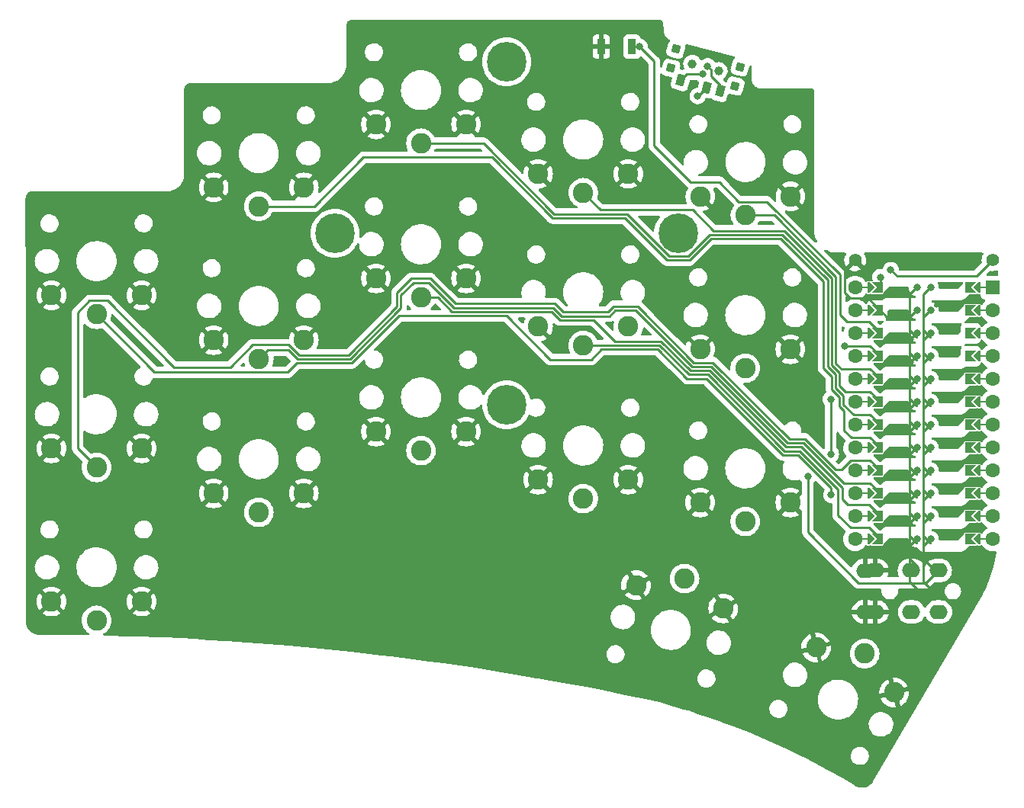
<source format=gbr>
%TF.GenerationSoftware,KiCad,Pcbnew,(6.0.11)*%
%TF.CreationDate,2023-03-31T01:03:24+02:00*%
%TF.ProjectId,half-swept,68616c66-2d73-4776-9570-742e6b696361,rev?*%
%TF.SameCoordinates,Original*%
%TF.FileFunction,Copper,L2,Bot*%
%TF.FilePolarity,Positive*%
%FSLAX46Y46*%
G04 Gerber Fmt 4.6, Leading zero omitted, Abs format (unit mm)*
G04 Created by KiCad (PCBNEW (6.0.11)) date 2023-03-31 01:03:24*
%MOMM*%
%LPD*%
G01*
G04 APERTURE LIST*
G04 Aperture macros list*
%AMRotRect*
0 Rectangle, with rotation*
0 The origin of the aperture is its center*
0 $1 length*
0 $2 width*
0 $3 Rotation angle, in degrees counterclockwise*
0 Add horizontal line*
21,1,$1,$2,0,0,$3*%
%AMFreePoly0*
4,1,6,0.600000,0.200000,0.000000,-0.400000,-0.600000,0.200000,-0.600000,0.400000,0.600000,0.400000,0.600000,0.200000,0.600000,0.200000,$1*%
%AMFreePoly1*
4,1,5,0.125000,-0.500000,-0.125000,-0.500000,-0.125000,0.500000,0.125000,0.500000,0.125000,-0.500000,0.125000,-0.500000,$1*%
%AMFreePoly2*
4,1,49,0.004773,0.123721,0.009154,0.124665,0.028961,0.117240,0.062500,0.108253,0.068237,0.102516,0.075053,0.099961,0.087617,0.083136,0.108253,0.062500,0.111178,0.051584,0.117161,0.043572,0.118539,0.024114,0.125000,0.000000,0.121239,-0.014035,0.122131,-0.026629,0.113759,-0.041951,0.108253,-0.062500,0.095644,-0.075109,0.088389,-0.088388,-0.641000,-0.817776,-0.641000,-4.770224,
0.088389,-5.499612,0.109852,-5.528356,0.124665,-5.597154,0.099961,-5.663053,0.043572,-5.705161,-0.026629,-5.710131,-0.088388,-5.676389,-0.854388,-4.910388,-0.867707,-4.892552,-0.871189,-4.889530,-0.871982,-4.886826,-0.875852,-4.881644,-0.882331,-4.851549,-0.891000,-4.822000,-0.891000,-0.766000,-0.887805,-0.743969,-0.888131,-0.739371,-0.886780,-0.736898,-0.885852,-0.730498,-0.869151,-0.704632,
-0.854388,-0.677612,-0.088388,0.088389,-0.064606,0.106147,-0.062500,0.108253,-0.061385,0.108552,-0.059644,0.109852,-0.043806,0.113262,0.000000,0.125000,0.004773,0.123721,0.004773,0.123721,$1*%
%AMFreePoly3*
4,1,6,0.600000,-0.250000,-0.600000,-0.250000,-0.600000,1.000000,0.000000,0.400000,0.600000,1.000000,0.600000,-0.250000,0.600000,-0.250000,$1*%
G04 Aperture macros list end*
%TA.AperFunction,ComponentPad*%
%ADD10C,1.397000*%
%TD*%
%TA.AperFunction,ComponentPad*%
%ADD11O,2.000000X1.600000*%
%TD*%
%TA.AperFunction,ComponentPad*%
%ADD12C,2.262000*%
%TD*%
%TA.AperFunction,SMDPad,CuDef*%
%ADD13FreePoly0,270.000000*%
%TD*%
%TA.AperFunction,ComponentPad*%
%ADD14C,1.600000*%
%TD*%
%TA.AperFunction,SMDPad,CuDef*%
%ADD15FreePoly1,270.000000*%
%TD*%
%TA.AperFunction,SMDPad,CuDef*%
%ADD16FreePoly0,90.000000*%
%TD*%
%TA.AperFunction,SMDPad,CuDef*%
%ADD17FreePoly1,90.000000*%
%TD*%
%TA.AperFunction,ComponentPad*%
%ADD18R,1.600000X1.600000*%
%TD*%
%TA.AperFunction,SMDPad,CuDef*%
%ADD19FreePoly2,90.000000*%
%TD*%
%TA.AperFunction,ComponentPad*%
%ADD20C,0.800000*%
%TD*%
%TA.AperFunction,SMDPad,CuDef*%
%ADD21FreePoly3,270.000000*%
%TD*%
%TA.AperFunction,SMDPad,CuDef*%
%ADD22FreePoly3,90.000000*%
%TD*%
%TA.AperFunction,SMDPad,CuDef*%
%ADD23FreePoly2,270.000000*%
%TD*%
%TA.AperFunction,ComponentPad*%
%ADD24C,4.400000*%
%TD*%
%TA.AperFunction,WasherPad*%
%ADD25C,1.000000*%
%TD*%
%TA.AperFunction,SMDPad,CuDef*%
%ADD26RotRect,0.900000X0.900000X344.500000*%
%TD*%
%TA.AperFunction,SMDPad,CuDef*%
%ADD27RotRect,0.900000X1.250000X344.500000*%
%TD*%
%TA.AperFunction,SMDPad,CuDef*%
%ADD28R,0.900000X1.700000*%
%TD*%
%TA.AperFunction,ViaPad*%
%ADD29C,0.800000*%
%TD*%
%TA.AperFunction,Conductor*%
%ADD30C,0.250000*%
%TD*%
G04 APERTURE END LIST*
D10*
%TO.P,B+,1*%
%TO.N,BT+_r*%
X126492000Y-45974000D03*
%TD*%
%TO.P,B-,1*%
%TO.N,gnd*%
X111252000Y-45974000D03*
%TD*%
D11*
%TO.P,J2,R1*%
%TO.N,Switch18*%
X117478000Y-80420000D03*
X117498000Y-85050000D03*
%TO.P,J2,R2*%
%TO.N,vcc*%
X120498000Y-85050000D03*
X120478000Y-80420000D03*
%TO.P,J2,S*%
%TO.N,gnd*%
X112398000Y-80450000D03*
X112378000Y-85020000D03*
%TO.P,J2,T*%
X113478000Y-80420000D03*
X113498000Y-85050000D03*
%TD*%
D12*
%TO.P,SW1,1*%
%TO.N,Switch1*%
X27080000Y-51980000D03*
%TO.P,SW1,2*%
%TO.N,gnd*%
X32080000Y-49880000D03*
X22080000Y-49880000D03*
%TD*%
%TO.P,SW2,1*%
%TO.N,Switch2*%
X45080000Y-39980000D03*
%TO.P,SW2,2*%
%TO.N,gnd*%
X40080000Y-37880000D03*
X50080000Y-37880000D03*
%TD*%
%TO.P,SW3,1*%
%TO.N,Switch3*%
X63080000Y-32980000D03*
%TO.P,SW3,2*%
%TO.N,gnd*%
X58080000Y-30880000D03*
X68080000Y-30880000D03*
%TD*%
%TO.P,SW4,1*%
%TO.N,Switch4*%
X81080000Y-38480000D03*
%TO.P,SW4,2*%
%TO.N,gnd*%
X76080000Y-36380000D03*
X86080000Y-36380000D03*
%TD*%
%TO.P,SW5,1*%
%TO.N,Switch5*%
X99080000Y-40980000D03*
%TO.P,SW5,2*%
%TO.N,gnd*%
X104080000Y-38880000D03*
X94080000Y-38880000D03*
%TD*%
%TO.P,SW6,1*%
%TO.N,Switch6*%
X27080000Y-68980000D03*
%TO.P,SW6,2*%
%TO.N,gnd*%
X32080000Y-66880000D03*
X22080000Y-66880000D03*
%TD*%
%TO.P,SW7,1*%
%TO.N,Switch7*%
X45080000Y-56954000D03*
%TO.P,SW7,2*%
%TO.N,gnd*%
X40080000Y-54854000D03*
X50080000Y-54854000D03*
%TD*%
%TO.P,SW8,1*%
%TO.N,Switch8*%
X63080000Y-50096000D03*
%TO.P,SW8,2*%
%TO.N,gnd*%
X68080000Y-47996000D03*
X58080000Y-47996000D03*
%TD*%
%TO.P,SW9,1*%
%TO.N,Switch9*%
X81080000Y-55430000D03*
%TO.P,SW9,2*%
%TO.N,gnd*%
X86080000Y-53330000D03*
X76080000Y-53330000D03*
%TD*%
%TO.P,SW10,1*%
%TO.N,Switch10*%
X99060000Y-57970000D03*
%TO.P,SW10,2*%
%TO.N,gnd*%
X94060000Y-55870000D03*
X104060000Y-55870000D03*
%TD*%
%TO.P,SW11,1*%
%TO.N,Switch11*%
X27080000Y-85980000D03*
%TO.P,SW11,2*%
%TO.N,gnd*%
X22080000Y-83880000D03*
X32080000Y-83880000D03*
%TD*%
%TO.P,SW12,1*%
%TO.N,Switch12*%
X45080000Y-73972000D03*
%TO.P,SW12,2*%
%TO.N,gnd*%
X50080000Y-71872000D03*
X40080000Y-71872000D03*
%TD*%
%TO.P,SW13,1*%
%TO.N,Switch13*%
X63080000Y-67114000D03*
%TO.P,SW13,2*%
%TO.N,gnd*%
X58080000Y-65014000D03*
X68080000Y-65014000D03*
%TD*%
%TO.P,SW14,1*%
%TO.N,Switch14*%
X81080000Y-72448000D03*
%TO.P,SW14,2*%
%TO.N,gnd*%
X76080000Y-70348000D03*
X86080000Y-70348000D03*
%TD*%
%TO.P,SW15,1*%
%TO.N,Switch15*%
X99060000Y-74988000D03*
%TO.P,SW15,2*%
%TO.N,gnd*%
X94060000Y-72888000D03*
X104060000Y-72888000D03*
%TD*%
%TO.P,SW17,1*%
%TO.N,Switch17*%
X112306000Y-89670450D03*
%TO.P,SW17,2*%
%TO.N,gnd*%
X115586127Y-93989103D03*
X106925873Y-88989103D03*
%TD*%
%TO.P,SW16,1*%
%TO.N,Switch16*%
X92323032Y-81331038D03*
%TO.P,SW16,2*%
%TO.N,gnd*%
X86949883Y-82065387D03*
X96609142Y-84653577D03*
%TD*%
D13*
%TO.P,U1,*%
%TO.N,*%
X124714000Y-69342000D03*
D14*
X111252000Y-74422000D03*
D15*
X125222000Y-66802000D03*
D13*
X124714000Y-76962000D03*
D16*
X113030000Y-64262000D03*
D14*
X126492000Y-64262000D03*
D16*
X113030000Y-74422000D03*
D17*
X112522000Y-49022000D03*
D14*
X111252000Y-51562000D03*
D16*
X113030000Y-51562000D03*
X113030000Y-49022000D03*
D14*
X126492000Y-49022000D03*
D18*
X126492000Y-49022000D03*
D17*
X112522000Y-51562000D03*
D13*
X124714000Y-51562000D03*
D14*
X111252000Y-54102000D03*
X126492000Y-51562000D03*
D15*
X125222000Y-74422000D03*
D17*
X112522000Y-76962000D03*
D13*
X124714000Y-71882000D03*
D17*
X112522000Y-54102000D03*
D14*
X126492000Y-69342000D03*
D13*
X124714000Y-59182000D03*
D14*
X111252000Y-59182000D03*
X126492000Y-66802000D03*
X126492000Y-56642000D03*
X126492000Y-74422000D03*
D17*
X112522000Y-56642000D03*
X112522000Y-61722000D03*
D16*
X113030000Y-69342000D03*
D14*
X111252000Y-61722000D03*
D13*
X124714000Y-66802000D03*
D15*
X125222000Y-64262000D03*
X125222000Y-54102000D03*
D16*
X113030000Y-59182000D03*
D15*
X125222000Y-51562000D03*
X125222000Y-71882000D03*
D14*
X111252000Y-69342000D03*
X126492000Y-76962000D03*
D17*
X112522000Y-74422000D03*
D16*
X113030000Y-76962000D03*
D13*
X124714000Y-74422000D03*
D14*
X111252000Y-66802000D03*
D13*
X124714000Y-54102000D03*
D16*
X113030000Y-66802000D03*
X113030000Y-54102000D03*
D15*
X125222000Y-59182000D03*
D16*
X113030000Y-56642000D03*
D14*
X111252000Y-56642000D03*
X126492000Y-61722000D03*
X126492000Y-54102000D03*
D15*
X125222000Y-69342000D03*
D16*
X113030000Y-61722000D03*
D14*
X126492000Y-71882000D03*
X126492000Y-59182000D03*
D13*
X124714000Y-61722000D03*
D14*
X111252000Y-64262000D03*
D17*
X112522000Y-69342000D03*
D15*
X125222000Y-56642000D03*
D13*
X124714000Y-64262000D03*
D17*
X112522000Y-59182000D03*
D14*
X111252000Y-76962000D03*
D15*
X125222000Y-61722000D03*
D16*
X113030000Y-71882000D03*
D13*
X124714000Y-56642000D03*
D17*
X112522000Y-64262000D03*
D14*
X111252000Y-71882000D03*
D17*
X112522000Y-66802000D03*
X112522000Y-71882000D03*
D15*
X125222000Y-49022000D03*
D14*
X111252000Y-49022000D03*
D15*
X125222000Y-76962000D03*
D13*
X124714000Y-49022000D03*
D19*
%TO.P,U1,1*%
%TO.N,Switch10*%
X118110000Y-49022000D03*
D20*
X118110000Y-49022000D03*
D21*
X123698000Y-49022000D03*
D19*
%TO.P,U1,2*%
%TO.N,Switch18*%
X118110000Y-51562000D03*
D21*
X123698000Y-51562000D03*
D20*
X118110000Y-51562000D03*
D21*
%TO.P,U1,3*%
%TO.N,gnd*%
X123698000Y-54102000D03*
D19*
X118110000Y-54102000D03*
D20*
X118110000Y-54102000D03*
D19*
%TO.P,U1,4*%
X118110000Y-56642000D03*
D20*
X118110000Y-56642000D03*
D21*
X123698000Y-56642000D03*
%TO.P,U1,5*%
%TO.N,Switch11*%
X123698000Y-59182000D03*
D20*
X118110000Y-59182000D03*
D19*
X118110000Y-59182000D03*
D21*
%TO.P,U1,6*%
%TO.N,Switch12*%
X123698000Y-61722000D03*
D19*
X118110000Y-61722000D03*
D20*
X118110000Y-61722000D03*
%TO.P,U1,7*%
%TO.N,Switch13*%
X118110000Y-64262000D03*
D21*
X123698000Y-64262000D03*
D19*
X118110000Y-64262000D03*
%TO.P,U1,8*%
%TO.N,Switch14*%
X118110000Y-66802000D03*
D21*
X123698000Y-66802000D03*
D20*
X118110000Y-66802000D03*
%TO.P,U1,9*%
%TO.N,Switch15*%
X118110000Y-69342000D03*
D21*
X123698000Y-69342000D03*
D19*
X118110000Y-69342000D03*
D21*
%TO.P,U1,10*%
%TO.N,Switch1*%
X123698000Y-71882000D03*
D20*
X118110000Y-71882000D03*
D19*
X118110000Y-71882000D03*
D20*
%TO.P,U1,11*%
%TO.N,Switch16*%
X118110000Y-74422000D03*
D19*
X118110000Y-74422000D03*
D21*
X123698000Y-74422000D03*
%TO.P,U1,12*%
%TO.N,Switch17*%
X123698000Y-76962000D03*
D20*
X118110000Y-76962000D03*
D19*
X118110000Y-76962000D03*
D22*
%TO.P,U1,13*%
%TO.N,Switch9*%
X114046000Y-76962000D03*
D23*
X119634000Y-76962000D03*
D20*
X119634000Y-76962000D03*
D22*
%TO.P,U1,14*%
%TO.N,Switch8*%
X114046000Y-74422000D03*
D20*
X119634000Y-74422000D03*
D23*
X119634000Y-74422000D03*
%TO.P,U1,15*%
%TO.N,Switch7*%
X119634000Y-71882000D03*
D20*
X119634000Y-71882000D03*
D22*
X114046000Y-71882000D03*
D20*
%TO.P,U1,16*%
%TO.N,Switch6*%
X119634000Y-69342000D03*
D22*
X114046000Y-69342000D03*
D23*
X119634000Y-69342000D03*
%TO.P,U1,17*%
%TO.N,Switch2*%
X119634000Y-66802000D03*
D22*
X114046000Y-66802000D03*
D20*
X119634000Y-66802000D03*
D22*
%TO.P,U1,18*%
%TO.N,Switch3*%
X114046000Y-64262000D03*
D20*
X119634000Y-64262000D03*
D23*
X119634000Y-64262000D03*
%TO.P,U1,19*%
%TO.N,Switch4*%
X119634000Y-61722000D03*
D22*
X114046000Y-61722000D03*
D20*
X119634000Y-61722000D03*
%TO.P,U1,20*%
%TO.N,Switch5*%
X119634000Y-59182000D03*
D23*
X119634000Y-59182000D03*
D22*
X114046000Y-59182000D03*
%TO.P,U1,21*%
%TO.N,vcc*%
X114046000Y-56642000D03*
D23*
X119634000Y-56642000D03*
D20*
X119634000Y-56642000D03*
D22*
%TO.P,U1,22*%
%TO.N,reset*%
X114046000Y-54102000D03*
D20*
X119634000Y-54102000D03*
D23*
X119634000Y-54102000D03*
D20*
%TO.P,U1,23*%
%TO.N,gnd*%
X119634000Y-51562000D03*
D23*
X119634000Y-51562000D03*
D22*
X114046000Y-51562000D03*
%TO.P,U1,24*%
%TO.N,raw*%
X114046000Y-49022000D03*
D23*
X119634000Y-49022000D03*
D20*
X119634000Y-49022000D03*
%TD*%
D24*
%TO.P,REF\u002A\u002A,1*%
%TO.N,N/C*%
X72580000Y-23930000D03*
X72580000Y-62030000D03*
X91630000Y-42980000D03*
X53530000Y-42980000D03*
%TD*%
D25*
%TO.P,POWER SW,*%
%TO.N,*%
X93194954Y-24169715D03*
X96085846Y-24971431D03*
D26*
%TO.P,POWER SW,0*%
%TO.N,N/C*%
X98499795Y-24499361D03*
X91368930Y-22521798D03*
X97911870Y-26619348D03*
X90781005Y-24641785D03*
D27*
%TO.P,POWER SW,1*%
%TO.N,Net-(SW_POWERR1-Pad1)*%
X91917712Y-25968820D03*
%TO.P,POWER SW,2*%
%TO.N,BT+_r*%
X94808603Y-26770534D03*
%TO.P,POWER SW,3*%
%TO.N,raw*%
X96254049Y-27171393D03*
%TD*%
D28*
%TO.P,RSW2,1*%
%TO.N,reset*%
X86485200Y-22250400D03*
%TO.P,RSW2,2*%
%TO.N,gnd*%
X83085200Y-22250400D03*
%TD*%
D29*
%TO.N,gnd*%
X115163600Y-52273200D03*
X109372400Y-45669200D03*
X89357200Y-22453600D03*
%TO.N,vcc*%
X106019600Y-70002400D03*
X110134400Y-55524400D03*
X108559600Y-67513200D03*
X108559600Y-61417200D03*
%TO.N,reset*%
X87325200Y-22250400D03*
%TO.N,Switch1*%
X108610400Y-72034400D03*
%TO.N,raw*%
X94894400Y-24434800D03*
X114046000Y-47853600D03*
%TO.N,BT+_r*%
X115214400Y-47072415D03*
X93776800Y-27736800D03*
%TO.N,Net-(SW_POWERR1-Pad1)*%
X94335600Y-25298400D03*
%TD*%
D30*
%TO.N,gnd*%
X112630511Y-50146511D02*
X110661711Y-50146511D01*
X110127489Y-47098511D02*
X111252000Y-45974000D01*
X114757200Y-52273200D02*
X114046000Y-51562000D01*
X110661711Y-50146511D02*
X110127489Y-49612289D01*
X114046000Y-51562000D02*
X112630511Y-50146511D01*
X115163600Y-52273200D02*
X114757200Y-52273200D01*
X110127489Y-49612289D02*
X110127489Y-47098511D01*
%TO.N,vcc*%
X108559600Y-67513200D02*
X108559600Y-61417200D01*
X111658400Y-81838800D02*
X119059200Y-81838800D01*
X110141311Y-55517489D02*
X112921489Y-55517489D01*
X112921489Y-55517489D02*
X114046000Y-56642000D01*
X119059200Y-81838800D02*
X120478000Y-80420000D01*
X106019600Y-70002400D02*
X106019600Y-76200000D01*
X110134400Y-55524400D02*
X110141311Y-55517489D01*
X106019600Y-76200000D02*
X111658400Y-81838800D01*
%TO.N,reset*%
X86485200Y-22250400D02*
X87325200Y-22250400D01*
X87325200Y-22250400D02*
X88950800Y-23876000D01*
X88950800Y-33217792D02*
X93020208Y-37287200D01*
X88950800Y-23876000D02*
X88950800Y-33217792D01*
X96172452Y-37287200D02*
X98356852Y-39471600D01*
X109544880Y-52039280D02*
X110337600Y-52832000D01*
X93020208Y-37287200D02*
X96172452Y-37287200D01*
X109544880Y-47593566D02*
X109544880Y-52039280D01*
X98356852Y-39471600D02*
X101422914Y-39471600D01*
X101422914Y-39471600D02*
X109544880Y-47593566D01*
X110337600Y-52832000D02*
X112776000Y-52832000D01*
X112776000Y-52832000D02*
X114046000Y-54102000D01*
%TO.N,Switch1*%
X108610400Y-71299954D02*
X104925246Y-67614800D01*
X60653557Y-52148560D02*
X55398597Y-57403520D01*
X49327280Y-57403520D02*
X48321289Y-58409511D01*
X103225600Y-67614800D02*
X94742000Y-59131200D01*
X81991200Y-56997600D02*
X77419200Y-56997600D01*
X83109280Y-55879520D02*
X81991200Y-56997600D01*
X72570160Y-52148560D02*
X60653557Y-52148560D01*
X48321289Y-58409511D02*
X33509511Y-58409511D01*
X108610400Y-72034400D02*
X108610400Y-71299954D01*
X94742000Y-59131200D02*
X92608400Y-59131200D01*
X55398597Y-57403520D02*
X49327280Y-57403520D01*
X92608400Y-59131200D02*
X89356720Y-55879520D01*
X77419200Y-56997600D02*
X72570160Y-52148560D01*
X33509511Y-58409511D02*
X27080000Y-51980000D01*
X89356720Y-55879520D02*
X83109280Y-55879520D01*
X104925246Y-67614800D02*
X103225600Y-67614800D01*
%TO.N,Switch2*%
X108625760Y-60316396D02*
X109481680Y-61172316D01*
X108625760Y-58869314D02*
X108625760Y-60316396D01*
X95276118Y-43586400D02*
X102994846Y-43586400D01*
X85691920Y-41292720D02*
X90365520Y-45966320D01*
X110032800Y-64871600D02*
X110838689Y-65677489D01*
X110838689Y-65677489D02*
X112921489Y-65677489D01*
X109481680Y-62177698D02*
X110032800Y-62728818D01*
X90365520Y-45966320D02*
X92896198Y-45966320D01*
X70941483Y-34544000D02*
X77690203Y-41292720D01*
X110032800Y-62728818D02*
X110032800Y-64871600D01*
X102994846Y-43586400D02*
X107746800Y-48338354D01*
X45080000Y-39980000D02*
X51256800Y-39980000D01*
X109481680Y-61172316D02*
X109481680Y-62177698D01*
X51256800Y-39980000D02*
X56692800Y-34544000D01*
X112921489Y-65677489D02*
X114046000Y-66802000D01*
X107746800Y-57990354D02*
X108625760Y-58869314D01*
X92896198Y-45966320D02*
X95276118Y-43586400D01*
X56692800Y-34544000D02*
X70941483Y-34544000D01*
X107746800Y-48338354D02*
X107746800Y-57990354D01*
X77690203Y-41292720D02*
X85691920Y-41292720D01*
%TO.N,Switch3*%
X103181044Y-43136880D02*
X108196320Y-48152156D01*
X92710000Y-45516800D02*
X95089921Y-43136880D01*
X63080000Y-32980000D02*
X70013200Y-32980000D01*
X95089921Y-43136880D02*
X103181044Y-43136880D01*
X109931200Y-61991500D02*
X111077189Y-63137489D01*
X112921489Y-63137489D02*
X114046000Y-64262000D01*
X90596601Y-45516800D02*
X92710000Y-45516800D01*
X85923001Y-40843200D02*
X90596601Y-45516800D01*
X108196320Y-57804156D02*
X109075280Y-58683116D01*
X109931200Y-60986118D02*
X109931200Y-61991500D01*
X70013200Y-32980000D02*
X77876400Y-40843200D01*
X108196320Y-48152156D02*
X108196320Y-57804156D01*
X109075280Y-58683116D02*
X109075280Y-60130198D01*
X77876400Y-40843200D02*
X85923001Y-40843200D01*
X109075280Y-60130198D02*
X109931200Y-60986118D01*
X111077189Y-63137489D02*
X112921489Y-63137489D01*
%TO.N,Switch4*%
X109524800Y-58496918D02*
X109524800Y-59944000D01*
X108645840Y-47965958D02*
X108645840Y-57617958D01*
X108645840Y-57617958D02*
X109524800Y-58496918D01*
X110178289Y-60597489D02*
X112921489Y-60597489D01*
X109524800Y-59944000D02*
X110178289Y-60597489D01*
X103367242Y-42687360D02*
X108645840Y-47965958D01*
X95519360Y-42687360D02*
X103367242Y-42687360D01*
X81080000Y-38480000D02*
X82986000Y-40386000D01*
X82986000Y-40386000D02*
X93218000Y-40386000D01*
X93218000Y-40386000D02*
X95519360Y-42687360D01*
X112921489Y-60597489D02*
X114046000Y-61722000D01*
%TO.N,Switch5*%
X102295600Y-40980000D02*
X109095360Y-47779763D01*
X109728000Y-58064400D02*
X110779300Y-58064400D01*
X110779300Y-58064400D02*
X110786211Y-58057489D01*
X110786211Y-58057489D02*
X112921489Y-58057489D01*
X109095360Y-57431760D02*
X109728000Y-58064400D01*
X99080000Y-40980000D02*
X102295600Y-40980000D01*
X112921489Y-58057489D02*
X114046000Y-59182000D01*
X109095360Y-47779763D02*
X109095360Y-57431760D01*
%TO.N,Switch6*%
X103970392Y-65816720D02*
X105670037Y-65816720D01*
X105933359Y-66080043D02*
X109093716Y-69240400D01*
X109093716Y-69240400D02*
X109763300Y-69240400D01*
X24990979Y-66890979D02*
X24990979Y-51767821D01*
X66903600Y-50800000D02*
X77927200Y-50800000D01*
X41926209Y-57844991D02*
X44399200Y-55372000D01*
X87373843Y-51353772D02*
X93353192Y-57333120D01*
X105670037Y-65816720D02*
X105933359Y-66080043D01*
X78856960Y-51729760D02*
X83804640Y-51729760D01*
X110786211Y-68217489D02*
X112921489Y-68217489D01*
X95486792Y-57333120D02*
X103970392Y-65816720D01*
X55026202Y-56504480D02*
X60401200Y-51129482D01*
X64109600Y-48006000D02*
X66903600Y-50800000D01*
X84443951Y-51090449D02*
X87110521Y-51090449D01*
X48412400Y-55372000D02*
X49544880Y-56504480D01*
X109763300Y-69240400D02*
X110786211Y-68217489D01*
X61976000Y-48006000D02*
X64109600Y-48006000D01*
X87110521Y-51090449D02*
X87373843Y-51353772D01*
X60401200Y-49580800D02*
X61976000Y-48006000D01*
X28295600Y-50444400D02*
X35696191Y-57844991D01*
X93353192Y-57333120D02*
X95486792Y-57333120D01*
X83804640Y-51729760D02*
X84443951Y-51090449D01*
X49544880Y-56504480D02*
X55026202Y-56504480D01*
X27080000Y-68980000D02*
X24990979Y-66890979D01*
X35696191Y-57844991D02*
X41926209Y-57844991D01*
X77927200Y-50800000D02*
X78856960Y-51729760D01*
X26314400Y-50444400D02*
X28295600Y-50444400D01*
X24990979Y-51767821D02*
X26314400Y-50444400D01*
X44399200Y-55372000D02*
X48412400Y-55372000D01*
X60401200Y-51129482D02*
X60401200Y-49580800D01*
X112921489Y-68217489D02*
X114046000Y-69342000D01*
%TO.N,Switch7*%
X103784194Y-66266240D02*
X105483839Y-66266240D01*
X86924323Y-51539969D02*
X93166994Y-57782640D01*
X93166994Y-57782640D02*
X95300594Y-57782640D01*
X95300594Y-57782640D02*
X103784194Y-66266240D01*
X109975089Y-70757489D02*
X112921489Y-70757489D01*
X112921489Y-70757489D02*
X114046000Y-71882000D01*
X60850720Y-49842480D02*
X62237680Y-48455520D01*
X48378602Y-55973920D02*
X49358683Y-56954000D01*
X46060080Y-55973920D02*
X48378602Y-55973920D01*
X62237680Y-48455520D02*
X63923403Y-48455520D01*
X60850720Y-51315679D02*
X60850720Y-49842480D01*
X45080000Y-56954000D02*
X46060080Y-55973920D01*
X66717403Y-51249520D02*
X77741002Y-51249520D01*
X84630149Y-51539969D02*
X86924323Y-51539969D01*
X78670762Y-52179280D02*
X83990838Y-52179280D01*
X105483839Y-66266240D02*
X109975089Y-70757489D01*
X63923403Y-48455520D02*
X66717403Y-51249520D01*
X55212400Y-56954000D02*
X60850720Y-51315679D01*
X49358683Y-56954000D02*
X55212400Y-56954000D01*
X77741002Y-51249520D02*
X78670762Y-52179280D01*
X83990838Y-52179280D02*
X84630149Y-51539969D01*
%TO.N,Switch8*%
X84582000Y-54965600D02*
X89714236Y-54965600D01*
X109821920Y-71240039D02*
X109821920Y-72534720D01*
X64928165Y-50096000D02*
X66531206Y-51699040D01*
X109821920Y-72534720D02*
X110439200Y-73152000D01*
X89714236Y-54965600D02*
X92980796Y-58232160D01*
X63080000Y-50096000D02*
X64928165Y-50096000D01*
X103597996Y-66715760D02*
X105297641Y-66715760D01*
X95114396Y-58232160D02*
X103597996Y-66715760D01*
X82245200Y-52628800D02*
X84582000Y-54965600D01*
X66531206Y-51699040D02*
X77554804Y-51699040D01*
X92980796Y-58232160D02*
X95114396Y-58232160D01*
X112776000Y-73152000D02*
X114046000Y-74422000D01*
X78484565Y-52628800D02*
X82245200Y-52628800D01*
X110439200Y-73152000D02*
X112776000Y-73152000D01*
X105297641Y-66715760D02*
X109821920Y-71240039D01*
X77554804Y-51699040D02*
X78484565Y-52628800D01*
%TO.N,Switch9*%
X112776000Y-75692000D02*
X114046000Y-76962000D01*
X105111444Y-67165280D02*
X109372400Y-71426236D01*
X110744000Y-75692000D02*
X112776000Y-75692000D01*
X103411798Y-67165280D02*
X105111444Y-67165280D01*
X81080000Y-55430000D02*
X89542918Y-55430000D01*
X89542918Y-55430000D02*
X92794598Y-58681680D01*
X109372400Y-71426236D02*
X109372400Y-74320400D01*
X94928198Y-58681680D02*
X103411798Y-67165280D01*
X109372400Y-74320400D02*
X110744000Y-75692000D01*
X92794598Y-58681680D02*
X94928198Y-58681680D01*
%TO.N,raw*%
X94894400Y-24434800D02*
X95261325Y-24801725D01*
X114046000Y-47853600D02*
X114046000Y-49022000D01*
X95261325Y-24801725D02*
X95261325Y-25530080D01*
X96254049Y-26522804D02*
X96254049Y-27171393D01*
X95261325Y-25530080D02*
X96254049Y-26522804D01*
%TO.N,BT+_r*%
X115214400Y-47072415D02*
X115893985Y-47752000D01*
X124714000Y-47752000D02*
X126492000Y-45974000D01*
X93776800Y-27736800D02*
X93842337Y-27736800D01*
X93842337Y-27736800D02*
X94808603Y-26770534D01*
X115893985Y-47752000D02*
X124714000Y-47752000D01*
%TO.N,Net-(SW_POWERR1-Pad1)*%
X92588132Y-25298400D02*
X94335600Y-25298400D01*
X91917712Y-25968820D02*
X92588132Y-25298400D01*
%TD*%
%TA.AperFunction,Conductor*%
%TO.N,gnd*%
G36*
X89604334Y-19310001D02*
G01*
X89619153Y-19312309D01*
X89619155Y-19312309D01*
X89628029Y-19313691D01*
X89636936Y-19312526D01*
X89645906Y-19312636D01*
X89645896Y-19313452D01*
X89667406Y-19313743D01*
X89704675Y-19319646D01*
X89742161Y-19331827D01*
X89787863Y-19355114D01*
X89819753Y-19378284D01*
X89856019Y-19414551D01*
X89879189Y-19446443D01*
X89902473Y-19492141D01*
X89914655Y-19529633D01*
X89920433Y-19566115D01*
X89921860Y-19585784D01*
X89920624Y-19593724D01*
X89924466Y-19623102D01*
X89927990Y-19650052D01*
X89928679Y-19656680D01*
X89986046Y-20399034D01*
X89990453Y-20456067D01*
X89990785Y-20469067D01*
X89989726Y-20509487D01*
X89991332Y-20521937D01*
X89992690Y-20526611D01*
X89992691Y-20526616D01*
X89996299Y-20539035D01*
X89998274Y-20546731D01*
X90035933Y-20715401D01*
X90109167Y-20899817D01*
X90111715Y-20904102D01*
X90111716Y-20904105D01*
X90137263Y-20947076D01*
X90210566Y-21070376D01*
X90337593Y-21222812D01*
X90341350Y-21226092D01*
X90341351Y-21226093D01*
X90423646Y-21297940D01*
X90487068Y-21353310D01*
X90559001Y-21398345D01*
X90638288Y-21447984D01*
X90685412Y-21501085D01*
X90696347Y-21571235D01*
X90673297Y-21628930D01*
X90601537Y-21727518D01*
X90578411Y-21785633D01*
X90577498Y-21788924D01*
X90577497Y-21788928D01*
X90456372Y-22225692D01*
X90312170Y-22745667D01*
X90302062Y-22807393D01*
X90314884Y-22952485D01*
X90318150Y-22960841D01*
X90318151Y-22960844D01*
X90349304Y-23040541D01*
X90367912Y-23088147D01*
X90456885Y-23203472D01*
X90464143Y-23208755D01*
X90464145Y-23208757D01*
X90527940Y-23255192D01*
X90574650Y-23289191D01*
X90581993Y-23292113D01*
X90629590Y-23311054D01*
X90629597Y-23311056D01*
X90632765Y-23312317D01*
X90636056Y-23313230D01*
X90636060Y-23313231D01*
X91233909Y-23479029D01*
X91592799Y-23578558D01*
X91654525Y-23588666D01*
X91662390Y-23587971D01*
X91790680Y-23576634D01*
X91790682Y-23576634D01*
X91799617Y-23575844D01*
X91807973Y-23572578D01*
X91807976Y-23572577D01*
X91926917Y-23526085D01*
X91926919Y-23526084D01*
X91935279Y-23522816D01*
X92050604Y-23433843D01*
X92055887Y-23426585D01*
X92055889Y-23426583D01*
X92131672Y-23322468D01*
X92131673Y-23322467D01*
X92136323Y-23316078D01*
X92159449Y-23257963D01*
X92163005Y-23245143D01*
X92367967Y-22506071D01*
X92425690Y-22297929D01*
X92435798Y-22236203D01*
X92425425Y-22118825D01*
X92439353Y-22049208D01*
X92488708Y-21998172D01*
X92557819Y-21981921D01*
X92582568Y-21985768D01*
X97805502Y-23340351D01*
X97866420Y-23376814D01*
X97897953Y-23440423D01*
X97890092Y-23510983D01*
X97850836Y-23562076D01*
X97818121Y-23587316D01*
X97812838Y-23594574D01*
X97812836Y-23594576D01*
X97774268Y-23647563D01*
X97732402Y-23705081D01*
X97729480Y-23712424D01*
X97712166Y-23755934D01*
X97709276Y-23763196D01*
X97708363Y-23766487D01*
X97708362Y-23766491D01*
X97581492Y-24223969D01*
X97443035Y-24723230D01*
X97432927Y-24784956D01*
X97433622Y-24792821D01*
X97440584Y-24871597D01*
X97445749Y-24930048D01*
X97449015Y-24938404D01*
X97449016Y-24938407D01*
X97484029Y-25027979D01*
X97498777Y-25065710D01*
X97587750Y-25181035D01*
X97595008Y-25186318D01*
X97595010Y-25186320D01*
X97690911Y-25256124D01*
X97705515Y-25266754D01*
X97712858Y-25269676D01*
X97760455Y-25288617D01*
X97760462Y-25288619D01*
X97763630Y-25289880D01*
X97766921Y-25290793D01*
X97766925Y-25290794D01*
X98204341Y-25412100D01*
X98723664Y-25556121D01*
X98785390Y-25566229D01*
X98793255Y-25565534D01*
X98921545Y-25554197D01*
X98921547Y-25554197D01*
X98930482Y-25553407D01*
X98938838Y-25550141D01*
X98938841Y-25550140D01*
X99057782Y-25503648D01*
X99057784Y-25503647D01*
X99066144Y-25500379D01*
X99181469Y-25411406D01*
X99186752Y-25404148D01*
X99186754Y-25404146D01*
X99262537Y-25300031D01*
X99262538Y-25300030D01*
X99267188Y-25293641D01*
X99275064Y-25273848D01*
X99289051Y-25238701D01*
X99289053Y-25238694D01*
X99290314Y-25235526D01*
X99292164Y-25228857D01*
X99415268Y-24784956D01*
X99520610Y-24405107D01*
X99558088Y-24344810D01*
X99622216Y-24314347D01*
X99692635Y-24323390D01*
X99746985Y-24369069D01*
X99768007Y-24436616D01*
X99790186Y-25727853D01*
X99788944Y-25743560D01*
X99789376Y-25743602D01*
X99788151Y-25756095D01*
X99788426Y-25760938D01*
X99789149Y-25773696D01*
X99789351Y-25780637D01*
X99789442Y-25839683D01*
X99789598Y-25941857D01*
X99792044Y-25955632D01*
X99805667Y-26032355D01*
X99822056Y-26124660D01*
X99823936Y-26129811D01*
X99823936Y-26129812D01*
X99883717Y-26293625D01*
X99885704Y-26299071D01*
X99978617Y-26459812D01*
X99982143Y-26464013D01*
X99982144Y-26464014D01*
X100077057Y-26577087D01*
X100097983Y-26602017D01*
X100102180Y-26605540D01*
X100219246Y-26703804D01*
X100240188Y-26721383D01*
X100400929Y-26814296D01*
X100406081Y-26816176D01*
X100406085Y-26816178D01*
X100555465Y-26870691D01*
X100575340Y-26877944D01*
X100580735Y-26878902D01*
X100580739Y-26878903D01*
X100699559Y-26900000D01*
X100758143Y-26910402D01*
X100900012Y-26910619D01*
X100910009Y-26911032D01*
X100921464Y-26911964D01*
X100926535Y-26912376D01*
X100926538Y-26912376D01*
X100931385Y-26912770D01*
X100938675Y-26912234D01*
X100939053Y-26912206D01*
X100939054Y-26912206D01*
X100943905Y-26911849D01*
X100948639Y-26910751D01*
X100953460Y-26910020D01*
X100953563Y-26910700D01*
X100972766Y-26908500D01*
X106443950Y-26908500D01*
X106465947Y-26910435D01*
X106469625Y-26911087D01*
X106482930Y-26913446D01*
X106491852Y-26912470D01*
X106500824Y-26912768D01*
X106500799Y-26913532D01*
X106522282Y-26914252D01*
X106539557Y-26917324D01*
X106576347Y-26929966D01*
X106604061Y-26944605D01*
X106635238Y-26967863D01*
X106657169Y-26990260D01*
X106679769Y-27021924D01*
X106693823Y-27049944D01*
X106705685Y-27086982D01*
X106708211Y-27103148D01*
X106709628Y-27122953D01*
X106708354Y-27131130D01*
X106709518Y-27140033D01*
X106709518Y-27140034D01*
X106712482Y-27162703D01*
X106713545Y-27179038D01*
X106713528Y-32980000D01*
X106713501Y-42641845D01*
X106712410Y-42658389D01*
X106708300Y-42689419D01*
X106708586Y-42701968D01*
X106709444Y-42706756D01*
X106709469Y-42707010D01*
X106710815Y-42716847D01*
X106733508Y-42955683D01*
X106737796Y-43000817D01*
X106801617Y-43294177D01*
X106802849Y-43297731D01*
X106802851Y-43297738D01*
X106898719Y-43574284D01*
X106898723Y-43574293D01*
X106899952Y-43577839D01*
X106950820Y-43682293D01*
X107021701Y-43827845D01*
X107033544Y-43897847D01*
X107005660Y-43963139D01*
X106946903Y-44002990D01*
X106875928Y-44004750D01*
X106819325Y-43972106D01*
X103517912Y-40670693D01*
X103483886Y-40608381D01*
X103488951Y-40537566D01*
X103531498Y-40480730D01*
X103598018Y-40455919D01*
X103636421Y-40459079D01*
X103817998Y-40502672D01*
X103827745Y-40504215D01*
X104075070Y-40523680D01*
X104084930Y-40523680D01*
X104332255Y-40504215D01*
X104342002Y-40502672D01*
X104583233Y-40444757D01*
X104592618Y-40441708D01*
X104821816Y-40346770D01*
X104830611Y-40342289D01*
X105037997Y-40215203D01*
X105043446Y-40206852D01*
X105037442Y-40196652D01*
X103721922Y-38881132D01*
X104444408Y-38881132D01*
X104444539Y-38882965D01*
X104448790Y-38889580D01*
X105395189Y-39835979D01*
X105408728Y-39843372D01*
X105414295Y-39839479D01*
X105542289Y-39630611D01*
X105546770Y-39621816D01*
X105641708Y-39392618D01*
X105644757Y-39383233D01*
X105702672Y-39142002D01*
X105704215Y-39132255D01*
X105723680Y-38884930D01*
X105723680Y-38875070D01*
X105704215Y-38627745D01*
X105702672Y-38617998D01*
X105644757Y-38376767D01*
X105641708Y-38367382D01*
X105546770Y-38138184D01*
X105542289Y-38129389D01*
X105415203Y-37922003D01*
X105406852Y-37916554D01*
X105396652Y-37922558D01*
X104452022Y-38867188D01*
X104444408Y-38881132D01*
X103721922Y-38881132D01*
X102764811Y-37924021D01*
X102751272Y-37916628D01*
X102745705Y-37920521D01*
X102617711Y-38129389D01*
X102613230Y-38138184D01*
X102518292Y-38367382D01*
X102515243Y-38376767D01*
X102457328Y-38617998D01*
X102455785Y-38627745D01*
X102436320Y-38875070D01*
X102436320Y-38884930D01*
X102455785Y-39132255D01*
X102457328Y-39142002D01*
X102500921Y-39323579D01*
X102497374Y-39394487D01*
X102456054Y-39452221D01*
X102390080Y-39478451D01*
X102320399Y-39464848D01*
X102289307Y-39442088D01*
X101926566Y-39079347D01*
X101919026Y-39071061D01*
X101914914Y-39064582D01*
X101865262Y-39017956D01*
X101862421Y-39015202D01*
X101842684Y-38995465D01*
X101839487Y-38992985D01*
X101830465Y-38985280D01*
X101813230Y-38969095D01*
X101798235Y-38955014D01*
X101791289Y-38951195D01*
X101791286Y-38951193D01*
X101780480Y-38945252D01*
X101763961Y-38934401D01*
X101763497Y-38934041D01*
X101747955Y-38921986D01*
X101740686Y-38918841D01*
X101740682Y-38918838D01*
X101707377Y-38904426D01*
X101696727Y-38899209D01*
X101657974Y-38877905D01*
X101646933Y-38875070D01*
X101638352Y-38872867D01*
X101619648Y-38866463D01*
X101608334Y-38861567D01*
X101608333Y-38861567D01*
X101601059Y-38858419D01*
X101593236Y-38857180D01*
X101593226Y-38857177D01*
X101557390Y-38851501D01*
X101545770Y-38849095D01*
X101510625Y-38840072D01*
X101510624Y-38840072D01*
X101502944Y-38838100D01*
X101482690Y-38838100D01*
X101462979Y-38836549D01*
X101450800Y-38834620D01*
X101442971Y-38833380D01*
X101435079Y-38834126D01*
X101398953Y-38837541D01*
X101387095Y-38838100D01*
X98671446Y-38838100D01*
X98603325Y-38818098D01*
X98582351Y-38801195D01*
X97642535Y-37861378D01*
X97334305Y-37553148D01*
X103116554Y-37553148D01*
X103122558Y-37563348D01*
X104067188Y-38507978D01*
X104081132Y-38515592D01*
X104082965Y-38515461D01*
X104089580Y-38511210D01*
X105035979Y-37564811D01*
X105043372Y-37551272D01*
X105039479Y-37545705D01*
X104830611Y-37417711D01*
X104821816Y-37413230D01*
X104592618Y-37318292D01*
X104583233Y-37315243D01*
X104342002Y-37257328D01*
X104332255Y-37255785D01*
X104084930Y-37236320D01*
X104075070Y-37236320D01*
X103827745Y-37255785D01*
X103817998Y-37257328D01*
X103576767Y-37315243D01*
X103567382Y-37318292D01*
X103338184Y-37413230D01*
X103329389Y-37417711D01*
X103122003Y-37544797D01*
X103116554Y-37553148D01*
X97334305Y-37553148D01*
X96676104Y-36894947D01*
X96668564Y-36886661D01*
X96664452Y-36880182D01*
X96614800Y-36833556D01*
X96611959Y-36830802D01*
X96592222Y-36811065D01*
X96589025Y-36808585D01*
X96580003Y-36800880D01*
X96553552Y-36776041D01*
X96547773Y-36770614D01*
X96540827Y-36766795D01*
X96540824Y-36766793D01*
X96530018Y-36760852D01*
X96513499Y-36750001D01*
X96506288Y-36744408D01*
X96497493Y-36737586D01*
X96490224Y-36734441D01*
X96490220Y-36734438D01*
X96456915Y-36720026D01*
X96446265Y-36714809D01*
X96407512Y-36693505D01*
X96387889Y-36688467D01*
X96369186Y-36682063D01*
X96357872Y-36677167D01*
X96357871Y-36677167D01*
X96350597Y-36674019D01*
X96342774Y-36672780D01*
X96342764Y-36672777D01*
X96306928Y-36667101D01*
X96295308Y-36664695D01*
X96260163Y-36655672D01*
X96260162Y-36655672D01*
X96252482Y-36653700D01*
X96232228Y-36653700D01*
X96212517Y-36652149D01*
X96200338Y-36650220D01*
X96192509Y-36648980D01*
X96184617Y-36649726D01*
X96148491Y-36653141D01*
X96136633Y-36653700D01*
X93914997Y-36653700D01*
X93846876Y-36633698D01*
X93800383Y-36580042D01*
X93790279Y-36509768D01*
X93819773Y-36445188D01*
X93883343Y-36405741D01*
X94028003Y-36368195D01*
X94028007Y-36368194D01*
X94033172Y-36366853D01*
X94038038Y-36364661D01*
X94038041Y-36364660D01*
X94238649Y-36274293D01*
X94243515Y-36272101D01*
X94247935Y-36269125D01*
X94247939Y-36269123D01*
X94396009Y-36169435D01*
X94434885Y-36143262D01*
X94601812Y-35984022D01*
X94670600Y-35891568D01*
X94736337Y-35803214D01*
X94736339Y-35803211D01*
X94739521Y-35798934D01*
X94794305Y-35691183D01*
X94841658Y-35598046D01*
X94841658Y-35598045D01*
X94844077Y-35593288D01*
X94891931Y-35439175D01*
X94910905Y-35378070D01*
X94910906Y-35378064D01*
X94912489Y-35372967D01*
X94939330Y-35170449D01*
X94942100Y-35149553D01*
X94942100Y-35149548D01*
X94942800Y-35144268D01*
X94942139Y-35126659D01*
X96852514Y-35126659D01*
X96852877Y-35130807D01*
X96852877Y-35130811D01*
X96863435Y-35251486D01*
X96878252Y-35420849D01*
X96879162Y-35424921D01*
X96879163Y-35424926D01*
X96941571Y-35704124D01*
X96942672Y-35709050D01*
X97044644Y-35986199D01*
X97046591Y-35989892D01*
X97046592Y-35989894D01*
X97082549Y-36058092D01*
X97182374Y-36247427D01*
X97218887Y-36298806D01*
X97351019Y-36484735D01*
X97351024Y-36484741D01*
X97353443Y-36488145D01*
X97356287Y-36491195D01*
X97356292Y-36491201D01*
X97526773Y-36674019D01*
X97554846Y-36704124D01*
X97783045Y-36891568D01*
X98034029Y-37047185D01*
X98303390Y-37168241D01*
X98476191Y-37219755D01*
X98531758Y-37236320D01*
X98586395Y-37252608D01*
X98590515Y-37253261D01*
X98590517Y-37253261D01*
X98874592Y-37298255D01*
X98874598Y-37298256D01*
X98878073Y-37298806D01*
X98902632Y-37299921D01*
X98969017Y-37302936D01*
X98969038Y-37302936D01*
X98970437Y-37303000D01*
X99154901Y-37303000D01*
X99374664Y-37288403D01*
X99378763Y-37287577D01*
X99378767Y-37287576D01*
X99528781Y-37257328D01*
X99664151Y-37230033D01*
X99943375Y-37133888D01*
X100113089Y-37048902D01*
X100203695Y-37003530D01*
X100203697Y-37003529D01*
X100207431Y-37001659D01*
X100451678Y-36835668D01*
X100528711Y-36766793D01*
X100632472Y-36674019D01*
X100671827Y-36638832D01*
X100674545Y-36635661D01*
X100861289Y-36417784D01*
X100861292Y-36417780D01*
X100864009Y-36414610D01*
X100866283Y-36411108D01*
X100866287Y-36411103D01*
X101022570Y-36170449D01*
X101022573Y-36170444D01*
X101024849Y-36166939D01*
X101034680Y-36146236D01*
X101102441Y-36003530D01*
X101151519Y-35900172D01*
X101154282Y-35891568D01*
X101240515Y-35622983D01*
X101240515Y-35622982D01*
X101241795Y-35618996D01*
X101276653Y-35425261D01*
X101293351Y-35332459D01*
X101293352Y-35332454D01*
X101294090Y-35328350D01*
X101296645Y-35272101D01*
X101307297Y-35037511D01*
X101307297Y-35037506D01*
X101307486Y-35033341D01*
X101305946Y-35015732D01*
X103217200Y-35015732D01*
X103217400Y-35021062D01*
X103217400Y-35021063D01*
X103221364Y-35126659D01*
X103225854Y-35246268D01*
X103273228Y-35472050D01*
X103275186Y-35477009D01*
X103275187Y-35477011D01*
X103279584Y-35488145D01*
X103357967Y-35686622D01*
X103428717Y-35803214D01*
X103473350Y-35876767D01*
X103477647Y-35883849D01*
X103481144Y-35887879D01*
X103581501Y-36003530D01*
X103628847Y-36058092D01*
X103632978Y-36061479D01*
X103803115Y-36200984D01*
X103803121Y-36200988D01*
X103807243Y-36204368D01*
X104007735Y-36318494D01*
X104012751Y-36320315D01*
X104012756Y-36320317D01*
X104219575Y-36395389D01*
X104219579Y-36395390D01*
X104224590Y-36397209D01*
X104229839Y-36398158D01*
X104229842Y-36398159D01*
X104447523Y-36437522D01*
X104447530Y-36437523D01*
X104451607Y-36438260D01*
X104469344Y-36439096D01*
X104474292Y-36439330D01*
X104474299Y-36439330D01*
X104475780Y-36439400D01*
X104637925Y-36439400D01*
X104704881Y-36433719D01*
X104804562Y-36425261D01*
X104804566Y-36425260D01*
X104809873Y-36424810D01*
X104815028Y-36423472D01*
X104815034Y-36423471D01*
X105028003Y-36368195D01*
X105028007Y-36368194D01*
X105033172Y-36366853D01*
X105038038Y-36364661D01*
X105038041Y-36364660D01*
X105238649Y-36274293D01*
X105243515Y-36272101D01*
X105247935Y-36269125D01*
X105247939Y-36269123D01*
X105396009Y-36169435D01*
X105434885Y-36143262D01*
X105601812Y-35984022D01*
X105670600Y-35891568D01*
X105736337Y-35803214D01*
X105736339Y-35803211D01*
X105739521Y-35798934D01*
X105794305Y-35691183D01*
X105841658Y-35598046D01*
X105841658Y-35598045D01*
X105844077Y-35593288D01*
X105891931Y-35439175D01*
X105910905Y-35378070D01*
X105910906Y-35378064D01*
X105912489Y-35372967D01*
X105939330Y-35170449D01*
X105942100Y-35149553D01*
X105942100Y-35149548D01*
X105942800Y-35144268D01*
X105941983Y-35122489D01*
X105934346Y-34919063D01*
X105934146Y-34913732D01*
X105886772Y-34687950D01*
X105884289Y-34681661D01*
X105838893Y-34566712D01*
X105802033Y-34473378D01*
X105682353Y-34276151D01*
X105595428Y-34175978D01*
X105534653Y-34105941D01*
X105534651Y-34105939D01*
X105531153Y-34101908D01*
X105454990Y-34039458D01*
X105356885Y-33959016D01*
X105356879Y-33959012D01*
X105352757Y-33955632D01*
X105152265Y-33841506D01*
X105147249Y-33839685D01*
X105147244Y-33839683D01*
X104940425Y-33764611D01*
X104940421Y-33764610D01*
X104935410Y-33762791D01*
X104930161Y-33761842D01*
X104930158Y-33761841D01*
X104712477Y-33722478D01*
X104712470Y-33722477D01*
X104708393Y-33721740D01*
X104690656Y-33720904D01*
X104685708Y-33720670D01*
X104685701Y-33720670D01*
X104684220Y-33720600D01*
X104522075Y-33720600D01*
X104455119Y-33726281D01*
X104355438Y-33734739D01*
X104355434Y-33734740D01*
X104350127Y-33735190D01*
X104344972Y-33736528D01*
X104344966Y-33736529D01*
X104131997Y-33791805D01*
X104131993Y-33791806D01*
X104126828Y-33793147D01*
X104121962Y-33795339D01*
X104121959Y-33795340D01*
X103922104Y-33885368D01*
X103916485Y-33887899D01*
X103912065Y-33890875D01*
X103912061Y-33890877D01*
X103833174Y-33943988D01*
X103725115Y-34016738D01*
X103558188Y-34175978D01*
X103555000Y-34180263D01*
X103437629Y-34338016D01*
X103420479Y-34361066D01*
X103418064Y-34365816D01*
X103363377Y-34473378D01*
X103315923Y-34566712D01*
X103295644Y-34632021D01*
X103249095Y-34781930D01*
X103249094Y-34781936D01*
X103247511Y-34787033D01*
X103235284Y-34879286D01*
X103220915Y-34987704D01*
X103217200Y-35015732D01*
X101305946Y-35015732D01*
X101282112Y-34743312D01*
X101281748Y-34739151D01*
X101271026Y-34691183D01*
X101218240Y-34455028D01*
X101218238Y-34455021D01*
X101217328Y-34450950D01*
X101195480Y-34391568D01*
X101173731Y-34332459D01*
X101115356Y-34173801D01*
X101102572Y-34149553D01*
X101029223Y-34010436D01*
X100977626Y-33912573D01*
X100923807Y-33836842D01*
X100808981Y-33675265D01*
X100808976Y-33675259D01*
X100806557Y-33671855D01*
X100803713Y-33668805D01*
X100803708Y-33668799D01*
X100608000Y-33458928D01*
X100605154Y-33455876D01*
X100376955Y-33268432D01*
X100125971Y-33112815D01*
X99856610Y-32991759D01*
X99653897Y-32931328D01*
X99577604Y-32908584D01*
X99577602Y-32908584D01*
X99573605Y-32907392D01*
X99569485Y-32906739D01*
X99569483Y-32906739D01*
X99285408Y-32861745D01*
X99285402Y-32861744D01*
X99281927Y-32861194D01*
X99257368Y-32860079D01*
X99190983Y-32857064D01*
X99190962Y-32857064D01*
X99189563Y-32857000D01*
X99005099Y-32857000D01*
X98785336Y-32871597D01*
X98781237Y-32872423D01*
X98781233Y-32872424D01*
X98638639Y-32901176D01*
X98495849Y-32929967D01*
X98216625Y-33026112D01*
X98212897Y-33027979D01*
X98023178Y-33122983D01*
X97952569Y-33158341D01*
X97708322Y-33324332D01*
X97705208Y-33327116D01*
X97705207Y-33327117D01*
X97637249Y-33387879D01*
X97488173Y-33521168D01*
X97485456Y-33524338D01*
X97485455Y-33524339D01*
X97303586Y-33736529D01*
X97295991Y-33745390D01*
X97293717Y-33748892D01*
X97293713Y-33748897D01*
X97137430Y-33989551D01*
X97135151Y-33993061D01*
X97133357Y-33996839D01*
X97133356Y-33996841D01*
X97114045Y-34037511D01*
X97008481Y-34259828D01*
X97007202Y-34263811D01*
X97007201Y-34263814D01*
X96931592Y-34499308D01*
X96918205Y-34541004D01*
X96912661Y-34571815D01*
X96871791Y-34798966D01*
X96865910Y-34831650D01*
X96865721Y-34835817D01*
X96865720Y-34835824D01*
X96855322Y-35064811D01*
X96852514Y-35126659D01*
X94942139Y-35126659D01*
X94941983Y-35122489D01*
X94934346Y-34919063D01*
X94934146Y-34913732D01*
X94886772Y-34687950D01*
X94884289Y-34681661D01*
X94838893Y-34566712D01*
X94802033Y-34473378D01*
X94682353Y-34276151D01*
X94595428Y-34175978D01*
X94534653Y-34105941D01*
X94534651Y-34105939D01*
X94531153Y-34101908D01*
X94454990Y-34039458D01*
X94356885Y-33959016D01*
X94356879Y-33959012D01*
X94352757Y-33955632D01*
X94152265Y-33841506D01*
X94147249Y-33839685D01*
X94147244Y-33839683D01*
X93940425Y-33764611D01*
X93940421Y-33764610D01*
X93935410Y-33762791D01*
X93930161Y-33761842D01*
X93930158Y-33761841D01*
X93712477Y-33722478D01*
X93712470Y-33722477D01*
X93708393Y-33721740D01*
X93690656Y-33720904D01*
X93685708Y-33720670D01*
X93685701Y-33720670D01*
X93684220Y-33720600D01*
X93522075Y-33720600D01*
X93455119Y-33726281D01*
X93355438Y-33734739D01*
X93355434Y-33734740D01*
X93350127Y-33735190D01*
X93344972Y-33736528D01*
X93344966Y-33736529D01*
X93131997Y-33791805D01*
X93131993Y-33791806D01*
X93126828Y-33793147D01*
X93121962Y-33795339D01*
X93121959Y-33795340D01*
X92922104Y-33885368D01*
X92916485Y-33887899D01*
X92912065Y-33890875D01*
X92912061Y-33890877D01*
X92833174Y-33943988D01*
X92725115Y-34016738D01*
X92558188Y-34175978D01*
X92555000Y-34180263D01*
X92437629Y-34338016D01*
X92420479Y-34361066D01*
X92418064Y-34365816D01*
X92363377Y-34473378D01*
X92315923Y-34566712D01*
X92295644Y-34632021D01*
X92249095Y-34781930D01*
X92249094Y-34781936D01*
X92247511Y-34787033D01*
X92235284Y-34879286D01*
X92220915Y-34987704D01*
X92217200Y-35015732D01*
X92217400Y-35021062D01*
X92217400Y-35021063D01*
X92221364Y-35126659D01*
X92225854Y-35246268D01*
X92232040Y-35275748D01*
X92226453Y-35346524D01*
X92183489Y-35403045D01*
X92116787Y-35427365D01*
X92047526Y-35411763D01*
X92019630Y-35390718D01*
X91001880Y-34372967D01*
X89621205Y-32992292D01*
X89587179Y-32929980D01*
X89584300Y-32903197D01*
X89584300Y-30929288D01*
X92852228Y-30929288D01*
X92882722Y-31130922D01*
X92884928Y-31136917D01*
X92884928Y-31136918D01*
X92943216Y-31295340D01*
X92953137Y-31322306D01*
X93060598Y-31495622D01*
X93064979Y-31500255D01*
X93064980Y-31500256D01*
X93131658Y-31570766D01*
X93200714Y-31643791D01*
X93205944Y-31647453D01*
X93205945Y-31647454D01*
X93362528Y-31757094D01*
X93367761Y-31760758D01*
X93413877Y-31780714D01*
X93544968Y-31837442D01*
X93554916Y-31841747D01*
X93605373Y-31852288D01*
X93749788Y-31882459D01*
X93749792Y-31882459D01*
X93754533Y-31883450D01*
X93759370Y-31883703D01*
X93759374Y-31883704D01*
X93759440Y-31883707D01*
X93761212Y-31883800D01*
X93910967Y-31883800D01*
X93983613Y-31876421D01*
X94056534Y-31869014D01*
X94056535Y-31869014D01*
X94062883Y-31868369D01*
X94257478Y-31807386D01*
X94435837Y-31708521D01*
X94590673Y-31575810D01*
X94715661Y-31414676D01*
X94805696Y-31231701D01*
X94807306Y-31225521D01*
X94855490Y-31040541D01*
X94855490Y-31040538D01*
X94857100Y-31034359D01*
X94862606Y-30929288D01*
X103292228Y-30929288D01*
X103322722Y-31130922D01*
X103324928Y-31136917D01*
X103324928Y-31136918D01*
X103383216Y-31295340D01*
X103393137Y-31322306D01*
X103500598Y-31495622D01*
X103504979Y-31500255D01*
X103504980Y-31500256D01*
X103571658Y-31570766D01*
X103640714Y-31643791D01*
X103645944Y-31647453D01*
X103645945Y-31647454D01*
X103802528Y-31757094D01*
X103807761Y-31760758D01*
X103853877Y-31780714D01*
X103984968Y-31837442D01*
X103994916Y-31841747D01*
X104045373Y-31852288D01*
X104189788Y-31882459D01*
X104189792Y-31882459D01*
X104194533Y-31883450D01*
X104199370Y-31883703D01*
X104199374Y-31883704D01*
X104199440Y-31883707D01*
X104201212Y-31883800D01*
X104350967Y-31883800D01*
X104423613Y-31876421D01*
X104496534Y-31869014D01*
X104496535Y-31869014D01*
X104502883Y-31868369D01*
X104697478Y-31807386D01*
X104875837Y-31708521D01*
X105030673Y-31575810D01*
X105155661Y-31414676D01*
X105245696Y-31231701D01*
X105247306Y-31225521D01*
X105295490Y-31040541D01*
X105295490Y-31040538D01*
X105297100Y-31034359D01*
X105305007Y-30883477D01*
X105307438Y-30837094D01*
X105307438Y-30837090D01*
X105307772Y-30830712D01*
X105277278Y-30629078D01*
X105273201Y-30617998D01*
X105209067Y-30443684D01*
X105209066Y-30443683D01*
X105206863Y-30437694D01*
X105099402Y-30264378D01*
X104959286Y-30116209D01*
X104862425Y-30048386D01*
X104797472Y-30002906D01*
X104797471Y-30002905D01*
X104792239Y-29999242D01*
X104645185Y-29935606D01*
X104610940Y-29920787D01*
X104610939Y-29920787D01*
X104605084Y-29918253D01*
X104554627Y-29907712D01*
X104410212Y-29877541D01*
X104410208Y-29877541D01*
X104405467Y-29876550D01*
X104400630Y-29876297D01*
X104400626Y-29876296D01*
X104400560Y-29876293D01*
X104398788Y-29876200D01*
X104249033Y-29876200D01*
X104176387Y-29883579D01*
X104103466Y-29890986D01*
X104103465Y-29890986D01*
X104097117Y-29891631D01*
X103902522Y-29952614D01*
X103724163Y-30051479D01*
X103569327Y-30184190D01*
X103444339Y-30345324D01*
X103354304Y-30528299D01*
X103352695Y-30534477D01*
X103352694Y-30534479D01*
X103306554Y-30711614D01*
X103302900Y-30725641D01*
X103302566Y-30732020D01*
X103294140Y-30892812D01*
X103292228Y-30929288D01*
X94862606Y-30929288D01*
X94865007Y-30883477D01*
X94867438Y-30837094D01*
X94867438Y-30837090D01*
X94867772Y-30830712D01*
X94837278Y-30629078D01*
X94833201Y-30617998D01*
X94769067Y-30443684D01*
X94769066Y-30443683D01*
X94766863Y-30437694D01*
X94659402Y-30264378D01*
X94519286Y-30116209D01*
X94422425Y-30048386D01*
X94357472Y-30002906D01*
X94357471Y-30002905D01*
X94352239Y-29999242D01*
X94205185Y-29935606D01*
X94170940Y-29920787D01*
X94170939Y-29920787D01*
X94165084Y-29918253D01*
X94114627Y-29907712D01*
X93970212Y-29877541D01*
X93970208Y-29877541D01*
X93965467Y-29876550D01*
X93960630Y-29876297D01*
X93960626Y-29876296D01*
X93960560Y-29876293D01*
X93958788Y-29876200D01*
X93809033Y-29876200D01*
X93736387Y-29883579D01*
X93663466Y-29890986D01*
X93663465Y-29890986D01*
X93657117Y-29891631D01*
X93462522Y-29952614D01*
X93284163Y-30051479D01*
X93129327Y-30184190D01*
X93004339Y-30345324D01*
X92914304Y-30528299D01*
X92912695Y-30534477D01*
X92912694Y-30534479D01*
X92866554Y-30711614D01*
X92862900Y-30725641D01*
X92862566Y-30732020D01*
X92854140Y-30892812D01*
X92852228Y-30929288D01*
X89584300Y-30929288D01*
X89584300Y-25324081D01*
X89604302Y-25255960D01*
X89657958Y-25209467D01*
X89728232Y-25199363D01*
X89792812Y-25228857D01*
X89810061Y-25247116D01*
X89845955Y-25293641D01*
X89868960Y-25323459D01*
X89876218Y-25328742D01*
X89876220Y-25328744D01*
X89943557Y-25377757D01*
X89986725Y-25409178D01*
X89994068Y-25412100D01*
X90041665Y-25431041D01*
X90041672Y-25431043D01*
X90044840Y-25432304D01*
X90048131Y-25433217D01*
X90048135Y-25433218D01*
X90877064Y-25663100D01*
X90937362Y-25700579D01*
X90967825Y-25764708D01*
X90964809Y-25818189D01*
X90890623Y-26085697D01*
X90814185Y-26361324D01*
X90804077Y-26423050D01*
X90816899Y-26568143D01*
X90820167Y-26576502D01*
X90820167Y-26576504D01*
X90846093Y-26642829D01*
X90869928Y-26703804D01*
X90958900Y-26819129D01*
X91076665Y-26904848D01*
X91091167Y-26910619D01*
X91131610Y-26926714D01*
X91131618Y-26926717D01*
X91134780Y-26927975D01*
X92094814Y-27194216D01*
X92156540Y-27204324D01*
X92301633Y-27191502D01*
X92309992Y-27188234D01*
X92309994Y-27188234D01*
X92428934Y-27141741D01*
X92428935Y-27141741D01*
X92437294Y-27138473D01*
X92529240Y-27067537D01*
X92545515Y-27054981D01*
X92545516Y-27054980D01*
X92552619Y-27049500D01*
X92557897Y-27042250D01*
X92557899Y-27042247D01*
X92633689Y-26938123D01*
X92638338Y-26931736D01*
X92645582Y-26913532D01*
X92660204Y-26876790D01*
X92660207Y-26876782D01*
X92661465Y-26873620D01*
X92897022Y-26024227D01*
X92934501Y-25963930D01*
X92998630Y-25933467D01*
X93018439Y-25931900D01*
X93627400Y-25931900D01*
X93695521Y-25951902D01*
X93714747Y-25968243D01*
X93715020Y-25967940D01*
X93719932Y-25972363D01*
X93724347Y-25977266D01*
X93729686Y-25981145D01*
X93794394Y-26028158D01*
X93878848Y-26089518D01*
X93884881Y-26092204D01*
X93889990Y-26094479D01*
X93944084Y-26140461D01*
X93964731Y-26208389D01*
X93960154Y-26243256D01*
X93830463Y-26710909D01*
X93823512Y-26735972D01*
X93786033Y-26796270D01*
X93721905Y-26826733D01*
X93702095Y-26828300D01*
X93681313Y-26828300D01*
X93674861Y-26829672D01*
X93674856Y-26829672D01*
X93587912Y-26848153D01*
X93494512Y-26868006D01*
X93488482Y-26870691D01*
X93488481Y-26870691D01*
X93326078Y-26942997D01*
X93326076Y-26942998D01*
X93320048Y-26945682D01*
X93314707Y-26949562D01*
X93314706Y-26949563D01*
X93264643Y-26985936D01*
X93165547Y-27057934D01*
X93161126Y-27062844D01*
X93161125Y-27062845D01*
X93044571Y-27192292D01*
X93037760Y-27199856D01*
X93034459Y-27205574D01*
X92949794Y-27352218D01*
X92942273Y-27365244D01*
X92883258Y-27546872D01*
X92882568Y-27553433D01*
X92882568Y-27553435D01*
X92868570Y-27686622D01*
X92863296Y-27736800D01*
X92863986Y-27743365D01*
X92881394Y-27908989D01*
X92883258Y-27926728D01*
X92942273Y-28108356D01*
X92945576Y-28114078D01*
X92945577Y-28114079D01*
X92962426Y-28143262D01*
X93037760Y-28273744D01*
X93042178Y-28278651D01*
X93042179Y-28278652D01*
X93157651Y-28406897D01*
X93165547Y-28415666D01*
X93320048Y-28527918D01*
X93326076Y-28530602D01*
X93326078Y-28530603D01*
X93488481Y-28602909D01*
X93494512Y-28605594D01*
X93583951Y-28624605D01*
X93674856Y-28643928D01*
X93674861Y-28643928D01*
X93681313Y-28645300D01*
X93872287Y-28645300D01*
X93878739Y-28643928D01*
X93878744Y-28643928D01*
X93969649Y-28624605D01*
X94059088Y-28605594D01*
X94065119Y-28602909D01*
X94227522Y-28530603D01*
X94227524Y-28530602D01*
X94233552Y-28527918D01*
X94388053Y-28415666D01*
X94395949Y-28406897D01*
X94511421Y-28278652D01*
X94511422Y-28278651D01*
X94515840Y-28273744D01*
X94591174Y-28143262D01*
X94608023Y-28114079D01*
X94608024Y-28114078D01*
X94611327Y-28108356D01*
X94638510Y-28024696D01*
X94678584Y-27966090D01*
X94743980Y-27938453D01*
X94792015Y-27942215D01*
X94985705Y-27995930D01*
X95047431Y-28006038D01*
X95055296Y-28005343D01*
X95183585Y-27994006D01*
X95192524Y-27993216D01*
X95192604Y-27994122D01*
X95255791Y-27997613D01*
X95295022Y-28021998D01*
X95295237Y-28021702D01*
X95413002Y-28107421D01*
X95420340Y-28110341D01*
X95467947Y-28129287D01*
X95467955Y-28129290D01*
X95471117Y-28130548D01*
X96431151Y-28396789D01*
X96492877Y-28406897D01*
X96637970Y-28394075D01*
X96646329Y-28390807D01*
X96646331Y-28390807D01*
X96765271Y-28344314D01*
X96765272Y-28344314D01*
X96773631Y-28341046D01*
X96800500Y-28320317D01*
X96881852Y-28257554D01*
X96881853Y-28257553D01*
X96888956Y-28252073D01*
X96894234Y-28244823D01*
X96894236Y-28244820D01*
X96970026Y-28140696D01*
X96974675Y-28134309D01*
X96979143Y-28123082D01*
X96996541Y-28079363D01*
X96996544Y-28079355D01*
X96997802Y-28076193D01*
X97148427Y-27533057D01*
X97185906Y-27472759D01*
X97250035Y-27442296D01*
X97303516Y-27445312D01*
X97329846Y-27452614D01*
X98135739Y-27676108D01*
X98197465Y-27686216D01*
X98205330Y-27685521D01*
X98333620Y-27674184D01*
X98333622Y-27674184D01*
X98342557Y-27673394D01*
X98350913Y-27670128D01*
X98350916Y-27670127D01*
X98469857Y-27623635D01*
X98469859Y-27623634D01*
X98478219Y-27620366D01*
X98593544Y-27531393D01*
X98598827Y-27524135D01*
X98598829Y-27524133D01*
X98674612Y-27420018D01*
X98674613Y-27420017D01*
X98679263Y-27413628D01*
X98693413Y-27378070D01*
X98701126Y-27358688D01*
X98701128Y-27358681D01*
X98702389Y-27355513D01*
X98708783Y-27332459D01*
X98900034Y-26642829D01*
X98968630Y-26395479D01*
X98978738Y-26333753D01*
X98977817Y-26323330D01*
X98966706Y-26197598D01*
X98966706Y-26197596D01*
X98965916Y-26188661D01*
X98962649Y-26180302D01*
X98916157Y-26061361D01*
X98916156Y-26061359D01*
X98912888Y-26052999D01*
X98823915Y-25937674D01*
X98816657Y-25932391D01*
X98816655Y-25932389D01*
X98712540Y-25856606D01*
X98712539Y-25856605D01*
X98706150Y-25851955D01*
X98675311Y-25839683D01*
X98651210Y-25830092D01*
X98651203Y-25830090D01*
X98648035Y-25828829D01*
X98644744Y-25827916D01*
X98644740Y-25827915D01*
X97889000Y-25618330D01*
X97688001Y-25562588D01*
X97626275Y-25552480D01*
X97618410Y-25553175D01*
X97490120Y-25564512D01*
X97490118Y-25564512D01*
X97481183Y-25565302D01*
X97472827Y-25568568D01*
X97472824Y-25568569D01*
X97353883Y-25615061D01*
X97353881Y-25615062D01*
X97345521Y-25618330D01*
X97230196Y-25707303D01*
X97224913Y-25714561D01*
X97224911Y-25714563D01*
X97166115Y-25795340D01*
X97144477Y-25825068D01*
X97141555Y-25832411D01*
X97125016Y-25873974D01*
X97121351Y-25883183D01*
X97064259Y-26089052D01*
X97026782Y-26149346D01*
X96962653Y-26179809D01*
X96909171Y-26176793D01*
X96796953Y-26145672D01*
X96736655Y-26108193D01*
X96728694Y-26098322D01*
X96719521Y-26085697D01*
X96713417Y-26080647D01*
X96713412Y-26080642D01*
X96685451Y-26057511D01*
X96676670Y-26049520D01*
X96631506Y-26004355D01*
X96597481Y-25942043D01*
X96602547Y-25871227D01*
X96643029Y-25815972D01*
X96779837Y-25709086D01*
X96784693Y-25705292D01*
X96907082Y-25563503D01*
X96909895Y-25560244D01*
X96909896Y-25560242D01*
X96913924Y-25555576D01*
X97011615Y-25383610D01*
X97074043Y-25195944D01*
X97098831Y-24999726D01*
X97099226Y-24971431D01*
X97079926Y-24774598D01*
X97076983Y-24764848D01*
X97049526Y-24673910D01*
X97022762Y-24585262D01*
X96929912Y-24410635D01*
X96851381Y-24314347D01*
X96808806Y-24262144D01*
X96808803Y-24262141D01*
X96804911Y-24257369D01*
X96800162Y-24253440D01*
X96657271Y-24135230D01*
X96657267Y-24135228D01*
X96652521Y-24131301D01*
X96478547Y-24037233D01*
X96289614Y-23978749D01*
X96283489Y-23978105D01*
X96283488Y-23978105D01*
X96099050Y-23958720D01*
X96099048Y-23958720D01*
X96092921Y-23958076D01*
X95895958Y-23976001D01*
X95890049Y-23977740D01*
X95890044Y-23977741D01*
X95805250Y-24002697D01*
X95734253Y-24002741D01*
X95674503Y-23964395D01*
X95660557Y-23944824D01*
X95659451Y-23942908D01*
X95633440Y-23897856D01*
X95620698Y-23883704D01*
X95510075Y-23760845D01*
X95510074Y-23760844D01*
X95505653Y-23755934D01*
X95351152Y-23643682D01*
X95345124Y-23640998D01*
X95345122Y-23640997D01*
X95182719Y-23568691D01*
X95182718Y-23568691D01*
X95176688Y-23566006D01*
X95078738Y-23545186D01*
X94996344Y-23527672D01*
X94996339Y-23527672D01*
X94989887Y-23526300D01*
X94798913Y-23526300D01*
X94792461Y-23527672D01*
X94792456Y-23527672D01*
X94710062Y-23545186D01*
X94612112Y-23566006D01*
X94606082Y-23568691D01*
X94606081Y-23568691D01*
X94443678Y-23640997D01*
X94443676Y-23640998D01*
X94437648Y-23643682D01*
X94432307Y-23647562D01*
X94432306Y-23647563D01*
X94393031Y-23676098D01*
X94283147Y-23755934D01*
X94281847Y-23754145D01*
X94227081Y-23780420D01*
X94156628Y-23771648D01*
X94102102Y-23726180D01*
X94095539Y-23715217D01*
X94041913Y-23614360D01*
X94039020Y-23608919D01*
X93959145Y-23510983D01*
X93917914Y-23460428D01*
X93917911Y-23460425D01*
X93914019Y-23455653D01*
X93907678Y-23450407D01*
X93766379Y-23333514D01*
X93766375Y-23333512D01*
X93761629Y-23329585D01*
X93587655Y-23235517D01*
X93398722Y-23177033D01*
X93392597Y-23176389D01*
X93392596Y-23176389D01*
X93208158Y-23157004D01*
X93208156Y-23157004D01*
X93202029Y-23156360D01*
X93119530Y-23163868D01*
X93011205Y-23173726D01*
X93011202Y-23173727D01*
X93005066Y-23174285D01*
X92999160Y-23176023D01*
X92999156Y-23176024D01*
X92894030Y-23206964D01*
X92815335Y-23230125D01*
X92809877Y-23232978D01*
X92809873Y-23232980D01*
X92719101Y-23280435D01*
X92640064Y-23321755D01*
X92485929Y-23445683D01*
X92358800Y-23597189D01*
X92355833Y-23602587D01*
X92355829Y-23602592D01*
X92302999Y-23698691D01*
X92263521Y-23770502D01*
X92261660Y-23776369D01*
X92261659Y-23776371D01*
X92207868Y-23945943D01*
X92203719Y-23959021D01*
X92181673Y-24155566D01*
X92182189Y-24161710D01*
X92197564Y-24344810D01*
X92198222Y-24352649D01*
X92252737Y-24542765D01*
X92255555Y-24548247D01*
X92255556Y-24548251D01*
X92284300Y-24604180D01*
X92297648Y-24673910D01*
X92271178Y-24739788D01*
X92246277Y-24763723D01*
X92244728Y-24764848D01*
X92234825Y-24771352D01*
X92203597Y-24789820D01*
X92203594Y-24789822D01*
X92196770Y-24793858D01*
X92189174Y-24801454D01*
X92187235Y-24802513D01*
X92184904Y-24804321D01*
X92184612Y-24803945D01*
X92126862Y-24835480D01*
X92066408Y-24833776D01*
X91868419Y-24778869D01*
X91808121Y-24741390D01*
X91777658Y-24677261D01*
X91780674Y-24623780D01*
X91798406Y-24559841D01*
X91837765Y-24417916D01*
X91847873Y-24356190D01*
X91836854Y-24231498D01*
X91835841Y-24220035D01*
X91835841Y-24220033D01*
X91835051Y-24211098D01*
X91828260Y-24193724D01*
X91785292Y-24083798D01*
X91785291Y-24083796D01*
X91782023Y-24075436D01*
X91693050Y-23960111D01*
X91685792Y-23954828D01*
X91685790Y-23954826D01*
X91581675Y-23879043D01*
X91581674Y-23879042D01*
X91575285Y-23874392D01*
X91549281Y-23864044D01*
X91520345Y-23852529D01*
X91520338Y-23852527D01*
X91517170Y-23851266D01*
X91513879Y-23850353D01*
X91513875Y-23850352D01*
X90768646Y-23643682D01*
X90557136Y-23585025D01*
X90495410Y-23574917D01*
X90487545Y-23575612D01*
X90359255Y-23586949D01*
X90359253Y-23586949D01*
X90350318Y-23587739D01*
X90341962Y-23591005D01*
X90341959Y-23591006D01*
X90223018Y-23637498D01*
X90223016Y-23637499D01*
X90214656Y-23640767D01*
X90099331Y-23729740D01*
X90094048Y-23736998D01*
X90094046Y-23737000D01*
X90018995Y-23840110D01*
X90013612Y-23847505D01*
X90010690Y-23854848D01*
X89992092Y-23901585D01*
X89990486Y-23905620D01*
X89989573Y-23908911D01*
X89989572Y-23908915D01*
X89925929Y-24138404D01*
X89851758Y-24405859D01*
X89831717Y-24478123D01*
X89794238Y-24538421D01*
X89730109Y-24568884D01*
X89659691Y-24559841D01*
X89605341Y-24514162D01*
X89584300Y-24444451D01*
X89584300Y-23954768D01*
X89584827Y-23943585D01*
X89586502Y-23936092D01*
X89585418Y-23901585D01*
X89584362Y-23868002D01*
X89584300Y-23864044D01*
X89584300Y-23836144D01*
X89583796Y-23832153D01*
X89582863Y-23820311D01*
X89582360Y-23804288D01*
X89581474Y-23776111D01*
X89578277Y-23765107D01*
X89575821Y-23756652D01*
X89571812Y-23737293D01*
X89571139Y-23731968D01*
X89569274Y-23717203D01*
X89566358Y-23709837D01*
X89566356Y-23709831D01*
X89553000Y-23676098D01*
X89549155Y-23664868D01*
X89539030Y-23630017D01*
X89539030Y-23630016D01*
X89536819Y-23622407D01*
X89528535Y-23608399D01*
X89526505Y-23604966D01*
X89517808Y-23587213D01*
X89513272Y-23575758D01*
X89510352Y-23568383D01*
X89484363Y-23532612D01*
X89477847Y-23522692D01*
X89470922Y-23510983D01*
X89455342Y-23484638D01*
X89441021Y-23470317D01*
X89428180Y-23455283D01*
X89420931Y-23445306D01*
X89416272Y-23438893D01*
X89382195Y-23410702D01*
X89373416Y-23402712D01*
X88272322Y-22301617D01*
X88238296Y-22239305D01*
X88236107Y-22225692D01*
X88219432Y-22067035D01*
X88219432Y-22067033D01*
X88218742Y-22060472D01*
X88159727Y-21878844D01*
X88064240Y-21713456D01*
X88052023Y-21699887D01*
X87940875Y-21576445D01*
X87940874Y-21576444D01*
X87936453Y-21571534D01*
X87781952Y-21459282D01*
X87775924Y-21456598D01*
X87775922Y-21456597D01*
X87613519Y-21384291D01*
X87613518Y-21384291D01*
X87607488Y-21381606D01*
X87527004Y-21364498D01*
X87464532Y-21330771D01*
X87435220Y-21285482D01*
X87388967Y-21162103D01*
X87385815Y-21153695D01*
X87298461Y-21037139D01*
X87181905Y-20949785D01*
X87045516Y-20898655D01*
X86983334Y-20891900D01*
X85987066Y-20891900D01*
X85924884Y-20898655D01*
X85788495Y-20949785D01*
X85671939Y-21037139D01*
X85584585Y-21153695D01*
X85533455Y-21290084D01*
X85526700Y-21352266D01*
X85526700Y-23148534D01*
X85533455Y-23210716D01*
X85584585Y-23347105D01*
X85671939Y-23463661D01*
X85788495Y-23551015D01*
X85924884Y-23602145D01*
X85987066Y-23608900D01*
X86983334Y-23608900D01*
X87045516Y-23602145D01*
X87181905Y-23551015D01*
X87298461Y-23463661D01*
X87358713Y-23383267D01*
X87415573Y-23340753D01*
X87486391Y-23335728D01*
X87548634Y-23369738D01*
X88280395Y-24101499D01*
X88314421Y-24163811D01*
X88317300Y-24190594D01*
X88317300Y-33139025D01*
X88316773Y-33150208D01*
X88315098Y-33157701D01*
X88315347Y-33165627D01*
X88315347Y-33165628D01*
X88317238Y-33225778D01*
X88317300Y-33229737D01*
X88317300Y-33257648D01*
X88317797Y-33261582D01*
X88317797Y-33261583D01*
X88317805Y-33261648D01*
X88318738Y-33273485D01*
X88320127Y-33317681D01*
X88325778Y-33337131D01*
X88329787Y-33356492D01*
X88332326Y-33376589D01*
X88335245Y-33383960D01*
X88335245Y-33383962D01*
X88348604Y-33417704D01*
X88352449Y-33428934D01*
X88364782Y-33471385D01*
X88368815Y-33478204D01*
X88368817Y-33478209D01*
X88375093Y-33488820D01*
X88383788Y-33506568D01*
X88391248Y-33525409D01*
X88395910Y-33531825D01*
X88395910Y-33531826D01*
X88417236Y-33561179D01*
X88423752Y-33571099D01*
X88446258Y-33609154D01*
X88460579Y-33623475D01*
X88473419Y-33638508D01*
X88485328Y-33654899D01*
X88491434Y-33659950D01*
X88519405Y-33683090D01*
X88528184Y-33691080D01*
X92516556Y-37679453D01*
X92524096Y-37687739D01*
X92528208Y-37694218D01*
X92533985Y-37699643D01*
X92577859Y-37740843D01*
X92580701Y-37743598D01*
X92600438Y-37763335D01*
X92603635Y-37765815D01*
X92612655Y-37773518D01*
X92644887Y-37803786D01*
X92651834Y-37807605D01*
X92651839Y-37807609D01*
X92658065Y-37811032D01*
X92708123Y-37861378D01*
X92723015Y-37930795D01*
X92704795Y-37987280D01*
X92617711Y-38129389D01*
X92613230Y-38138184D01*
X92518292Y-38367382D01*
X92515243Y-38376767D01*
X92457328Y-38617998D01*
X92455785Y-38627745D01*
X92436320Y-38875070D01*
X92436320Y-38884930D01*
X92455785Y-39132255D01*
X92457328Y-39142002D01*
X92515243Y-39383233D01*
X92518292Y-39392618D01*
X92595197Y-39578282D01*
X92602786Y-39648872D01*
X92571007Y-39712359D01*
X92509949Y-39748586D01*
X92478788Y-39752500D01*
X83300595Y-39752500D01*
X83232474Y-39732498D01*
X83211499Y-39715595D01*
X82656755Y-39160850D01*
X82622730Y-39098538D01*
X82629442Y-39023537D01*
X82642185Y-38992773D01*
X82642186Y-38992771D01*
X82644079Y-38988200D01*
X82669344Y-38882965D01*
X82703168Y-38742080D01*
X82703169Y-38742074D01*
X82704323Y-38737267D01*
X82724570Y-38480000D01*
X82704323Y-38222733D01*
X82703169Y-38217926D01*
X82703168Y-38217920D01*
X82645234Y-37976612D01*
X82644079Y-37971800D01*
X82638199Y-37957605D01*
X82547218Y-37737955D01*
X82547216Y-37737951D01*
X82545323Y-37733381D01*
X82530216Y-37708728D01*
X85116628Y-37708728D01*
X85120521Y-37714295D01*
X85329389Y-37842289D01*
X85338184Y-37846770D01*
X85567382Y-37941708D01*
X85576767Y-37944757D01*
X85817998Y-38002672D01*
X85827745Y-38004215D01*
X86075070Y-38023680D01*
X86084930Y-38023680D01*
X86332255Y-38004215D01*
X86342002Y-38002672D01*
X86583233Y-37944757D01*
X86592618Y-37941708D01*
X86821816Y-37846770D01*
X86830611Y-37842289D01*
X87037997Y-37715203D01*
X87043446Y-37706852D01*
X87037442Y-37696652D01*
X86092812Y-36752022D01*
X86078868Y-36744408D01*
X86077035Y-36744539D01*
X86070420Y-36748790D01*
X85124021Y-37695189D01*
X85116628Y-37708728D01*
X82530216Y-37708728D01*
X82410485Y-37513346D01*
X82242887Y-37317113D01*
X82046654Y-37149515D01*
X81826619Y-37014677D01*
X81822049Y-37012784D01*
X81822045Y-37012782D01*
X81592773Y-36917815D01*
X81592771Y-36917814D01*
X81588200Y-36915921D01*
X81486763Y-36891568D01*
X81342080Y-36856832D01*
X81342074Y-36856831D01*
X81337267Y-36855677D01*
X81080000Y-36835430D01*
X80822733Y-36855677D01*
X80817926Y-36856831D01*
X80817920Y-36856832D01*
X80673237Y-36891568D01*
X80571800Y-36915921D01*
X80567229Y-36917814D01*
X80567227Y-36917815D01*
X80337955Y-37012782D01*
X80337951Y-37012784D01*
X80333381Y-37014677D01*
X80113346Y-37149515D01*
X79917113Y-37317113D01*
X79749515Y-37513346D01*
X79614677Y-37733381D01*
X79612784Y-37737951D01*
X79612782Y-37737955D01*
X79521801Y-37957605D01*
X79515921Y-37971800D01*
X79514766Y-37976612D01*
X79456832Y-38217920D01*
X79456831Y-38217926D01*
X79455677Y-38222733D01*
X79435430Y-38480000D01*
X79455677Y-38737267D01*
X79456831Y-38742074D01*
X79456832Y-38742080D01*
X79490656Y-38882965D01*
X79515921Y-38988200D01*
X79517814Y-38992771D01*
X79517815Y-38992773D01*
X79608419Y-39211510D01*
X79614677Y-39226619D01*
X79749515Y-39446654D01*
X79917113Y-39642887D01*
X80113346Y-39810485D01*
X80333381Y-39945323D01*
X80337951Y-39947216D01*
X80337955Y-39947218D01*
X80386417Y-39967291D01*
X80441698Y-40011839D01*
X80464119Y-40079202D01*
X80446561Y-40147994D01*
X80394599Y-40196372D01*
X80338199Y-40209700D01*
X78190994Y-40209700D01*
X78122873Y-40189698D01*
X78101899Y-40172795D01*
X76155688Y-38226584D01*
X76121662Y-38164272D01*
X76126727Y-38093457D01*
X76169274Y-38036621D01*
X76234898Y-38011877D01*
X76332254Y-38004215D01*
X76342002Y-38002672D01*
X76583233Y-37944757D01*
X76592618Y-37941708D01*
X76821816Y-37846770D01*
X76830611Y-37842289D01*
X77037997Y-37715203D01*
X77043446Y-37706852D01*
X77037442Y-37696652D01*
X75721922Y-36381132D01*
X76444408Y-36381132D01*
X76444539Y-36382965D01*
X76448790Y-36389580D01*
X77395189Y-37335979D01*
X77408728Y-37343372D01*
X77414295Y-37339479D01*
X77542289Y-37130611D01*
X77546770Y-37121816D01*
X77641708Y-36892618D01*
X77644757Y-36883233D01*
X77702672Y-36642002D01*
X77704215Y-36632255D01*
X77723680Y-36384930D01*
X84436320Y-36384930D01*
X84455785Y-36632255D01*
X84457328Y-36642002D01*
X84515243Y-36883233D01*
X84518292Y-36892618D01*
X84613230Y-37121816D01*
X84617711Y-37130611D01*
X84744797Y-37337997D01*
X84753148Y-37343446D01*
X84763348Y-37337442D01*
X85707978Y-36392812D01*
X85714356Y-36381132D01*
X86444408Y-36381132D01*
X86444539Y-36382965D01*
X86448790Y-36389580D01*
X87395189Y-37335979D01*
X87408728Y-37343372D01*
X87414295Y-37339479D01*
X87542289Y-37130611D01*
X87546770Y-37121816D01*
X87641708Y-36892618D01*
X87644757Y-36883233D01*
X87702672Y-36642002D01*
X87704215Y-36632255D01*
X87723680Y-36384930D01*
X87723680Y-36375070D01*
X87704215Y-36127745D01*
X87702672Y-36117998D01*
X87644757Y-35876767D01*
X87641708Y-35867382D01*
X87546770Y-35638184D01*
X87542289Y-35629389D01*
X87415203Y-35422003D01*
X87406852Y-35416554D01*
X87396652Y-35422558D01*
X86452022Y-36367188D01*
X86444408Y-36381132D01*
X85714356Y-36381132D01*
X85715592Y-36378868D01*
X85715461Y-36377035D01*
X85711210Y-36370420D01*
X84764811Y-35424021D01*
X84751272Y-35416628D01*
X84745705Y-35420521D01*
X84617711Y-35629389D01*
X84613230Y-35638184D01*
X84518292Y-35867382D01*
X84515243Y-35876767D01*
X84457328Y-36117998D01*
X84455785Y-36127745D01*
X84436320Y-36375070D01*
X84436320Y-36384930D01*
X77723680Y-36384930D01*
X77723680Y-36375070D01*
X77704215Y-36127745D01*
X77702672Y-36117998D01*
X77644757Y-35876767D01*
X77641708Y-35867382D01*
X77546770Y-35638184D01*
X77542289Y-35629389D01*
X77415203Y-35422003D01*
X77406852Y-35416554D01*
X77396652Y-35422558D01*
X76452022Y-36367188D01*
X76444408Y-36381132D01*
X75721922Y-36381132D01*
X74764811Y-35424021D01*
X74751272Y-35416628D01*
X74745705Y-35420521D01*
X74617711Y-35629389D01*
X74613230Y-35638184D01*
X74518292Y-35867382D01*
X74515243Y-35876767D01*
X74457328Y-36117998D01*
X74455785Y-36127746D01*
X74448123Y-36225102D01*
X74422838Y-36291444D01*
X74365700Y-36333584D01*
X74294850Y-36338143D01*
X74233417Y-36304313D01*
X72982252Y-35053148D01*
X75116554Y-35053148D01*
X75122558Y-35063348D01*
X76067188Y-36007978D01*
X76081132Y-36015592D01*
X76082965Y-36015461D01*
X76089580Y-36011210D01*
X77035979Y-35064811D01*
X77042348Y-35053148D01*
X85116554Y-35053148D01*
X85122558Y-35063348D01*
X86067188Y-36007978D01*
X86081132Y-36015592D01*
X86082965Y-36015461D01*
X86089580Y-36011210D01*
X87035979Y-35064811D01*
X87043372Y-35051272D01*
X87039479Y-35045705D01*
X86830611Y-34917711D01*
X86821816Y-34913230D01*
X86592618Y-34818292D01*
X86583233Y-34815243D01*
X86342002Y-34757328D01*
X86332255Y-34755785D01*
X86084930Y-34736320D01*
X86075070Y-34736320D01*
X85827745Y-34755785D01*
X85817998Y-34757328D01*
X85576767Y-34815243D01*
X85567382Y-34818292D01*
X85338184Y-34913230D01*
X85329389Y-34917711D01*
X85122003Y-35044797D01*
X85116554Y-35053148D01*
X77042348Y-35053148D01*
X77043372Y-35051272D01*
X77039479Y-35045705D01*
X76830611Y-34917711D01*
X76821816Y-34913230D01*
X76592618Y-34818292D01*
X76583233Y-34815243D01*
X76342002Y-34757328D01*
X76332255Y-34755785D01*
X76084930Y-34736320D01*
X76075070Y-34736320D01*
X75827745Y-34755785D01*
X75817998Y-34757328D01*
X75576767Y-34815243D01*
X75567382Y-34818292D01*
X75338184Y-34913230D01*
X75329389Y-34917711D01*
X75122003Y-35044797D01*
X75116554Y-35053148D01*
X72982252Y-35053148D01*
X70516852Y-32587747D01*
X70509312Y-32579461D01*
X70505200Y-32572982D01*
X70455548Y-32526356D01*
X70452707Y-32523602D01*
X70444837Y-32515732D01*
X74217200Y-32515732D01*
X74217400Y-32521062D01*
X74217400Y-32521063D01*
X74221364Y-32626659D01*
X74225854Y-32746268D01*
X74273228Y-32972050D01*
X74275186Y-32977009D01*
X74275187Y-32977011D01*
X74315598Y-33079336D01*
X74357967Y-33186622D01*
X74441531Y-33324332D01*
X74473242Y-33376589D01*
X74477647Y-33383849D01*
X74481144Y-33387879D01*
X74614019Y-33541004D01*
X74628847Y-33558092D01*
X74670982Y-33592640D01*
X74803115Y-33700984D01*
X74803121Y-33700988D01*
X74807243Y-33704368D01*
X75007735Y-33818494D01*
X75012751Y-33820315D01*
X75012756Y-33820317D01*
X75219575Y-33895389D01*
X75219579Y-33895390D01*
X75224590Y-33897209D01*
X75229839Y-33898158D01*
X75229842Y-33898159D01*
X75447523Y-33937522D01*
X75447530Y-33937523D01*
X75451607Y-33938260D01*
X75469344Y-33939096D01*
X75474292Y-33939330D01*
X75474299Y-33939330D01*
X75475780Y-33939400D01*
X75637925Y-33939400D01*
X75704881Y-33933719D01*
X75804562Y-33925261D01*
X75804566Y-33925260D01*
X75809873Y-33924810D01*
X75815028Y-33923472D01*
X75815034Y-33923471D01*
X76028003Y-33868195D01*
X76028007Y-33868194D01*
X76033172Y-33866853D01*
X76038038Y-33864661D01*
X76038041Y-33864660D01*
X76238649Y-33774293D01*
X76243515Y-33772101D01*
X76247935Y-33769125D01*
X76247939Y-33769123D01*
X76375877Y-33682989D01*
X76434885Y-33643262D01*
X76601812Y-33484022D01*
X76681744Y-33376589D01*
X76736337Y-33303214D01*
X76736339Y-33303211D01*
X76739521Y-33298934D01*
X76775713Y-33227750D01*
X76841658Y-33098046D01*
X76841658Y-33098045D01*
X76844077Y-33093288D01*
X76886897Y-32955387D01*
X76910905Y-32878070D01*
X76910906Y-32878064D01*
X76912489Y-32872967D01*
X76932558Y-32721545D01*
X76942100Y-32649553D01*
X76942100Y-32649548D01*
X76942800Y-32644268D01*
X76942139Y-32626659D01*
X78852514Y-32626659D01*
X78852877Y-32630807D01*
X78852877Y-32630811D01*
X78869794Y-32824176D01*
X78878252Y-32920849D01*
X78879162Y-32924921D01*
X78879163Y-32924926D01*
X78937659Y-33186622D01*
X78942672Y-33209050D01*
X78944115Y-33212973D01*
X78944116Y-33212975D01*
X78965495Y-33271081D01*
X79044644Y-33486199D01*
X79046591Y-33489892D01*
X79046592Y-33489894D01*
X79082549Y-33558092D01*
X79182374Y-33747427D01*
X79223830Y-33805761D01*
X79351019Y-33984735D01*
X79351024Y-33984741D01*
X79353443Y-33988145D01*
X79356287Y-33991195D01*
X79356292Y-33991201D01*
X79530225Y-34177721D01*
X79554846Y-34204124D01*
X79783045Y-34391568D01*
X80034029Y-34547185D01*
X80303390Y-34668241D01*
X80440282Y-34709050D01*
X80531758Y-34736320D01*
X80586395Y-34752608D01*
X80590515Y-34753261D01*
X80590517Y-34753261D01*
X80874592Y-34798255D01*
X80874598Y-34798256D01*
X80878073Y-34798806D01*
X80902632Y-34799921D01*
X80969017Y-34802936D01*
X80969038Y-34802936D01*
X80970437Y-34803000D01*
X81154901Y-34803000D01*
X81374664Y-34788403D01*
X81378763Y-34787577D01*
X81378767Y-34787576D01*
X81528781Y-34757328D01*
X81664151Y-34730033D01*
X81943375Y-34633888D01*
X82113089Y-34548902D01*
X82203695Y-34503530D01*
X82203697Y-34503529D01*
X82207431Y-34501659D01*
X82451678Y-34335668D01*
X82671827Y-34138832D01*
X82706378Y-34098521D01*
X82861289Y-33917784D01*
X82861292Y-33917780D01*
X82864009Y-33914610D01*
X82866283Y-33911108D01*
X82866287Y-33911103D01*
X83022570Y-33670449D01*
X83022573Y-33670444D01*
X83024849Y-33666939D01*
X83034680Y-33646236D01*
X83125069Y-33455876D01*
X83151519Y-33400172D01*
X83156724Y-33383962D01*
X83240515Y-33122983D01*
X83240515Y-33122982D01*
X83241795Y-33118996D01*
X83264454Y-32993061D01*
X83293351Y-32832459D01*
X83293352Y-32832454D01*
X83294090Y-32828350D01*
X83295750Y-32791805D01*
X83307297Y-32537511D01*
X83307297Y-32537506D01*
X83307486Y-32533341D01*
X83306699Y-32524339D01*
X83305946Y-32515732D01*
X85217200Y-32515732D01*
X85217400Y-32521062D01*
X85217400Y-32521063D01*
X85221364Y-32626659D01*
X85225854Y-32746268D01*
X85273228Y-32972050D01*
X85275186Y-32977009D01*
X85275187Y-32977011D01*
X85315597Y-33079336D01*
X85357967Y-33186622D01*
X85441531Y-33324332D01*
X85473242Y-33376589D01*
X85477647Y-33383849D01*
X85481144Y-33387879D01*
X85614019Y-33541004D01*
X85628847Y-33558092D01*
X85670982Y-33592640D01*
X85803115Y-33700984D01*
X85803121Y-33700988D01*
X85807243Y-33704368D01*
X86007735Y-33818494D01*
X86012751Y-33820315D01*
X86012756Y-33820317D01*
X86219575Y-33895389D01*
X86219579Y-33895390D01*
X86224590Y-33897209D01*
X86229839Y-33898158D01*
X86229842Y-33898159D01*
X86447523Y-33937522D01*
X86447530Y-33937523D01*
X86451607Y-33938260D01*
X86469344Y-33939096D01*
X86474292Y-33939330D01*
X86474299Y-33939330D01*
X86475780Y-33939400D01*
X86637925Y-33939400D01*
X86704881Y-33933719D01*
X86804562Y-33925261D01*
X86804566Y-33925260D01*
X86809873Y-33924810D01*
X86815028Y-33923472D01*
X86815034Y-33923471D01*
X87028003Y-33868195D01*
X87028007Y-33868194D01*
X87033172Y-33866853D01*
X87038038Y-33864661D01*
X87038041Y-33864660D01*
X87238649Y-33774293D01*
X87243515Y-33772101D01*
X87247935Y-33769125D01*
X87247939Y-33769123D01*
X87375877Y-33682989D01*
X87434885Y-33643262D01*
X87601812Y-33484022D01*
X87681744Y-33376589D01*
X87736337Y-33303214D01*
X87736339Y-33303211D01*
X87739521Y-33298934D01*
X87775713Y-33227750D01*
X87841658Y-33098046D01*
X87841658Y-33098045D01*
X87844077Y-33093288D01*
X87886897Y-32955387D01*
X87910905Y-32878070D01*
X87910906Y-32878064D01*
X87912489Y-32872967D01*
X87932558Y-32721545D01*
X87942100Y-32649553D01*
X87942100Y-32649548D01*
X87942800Y-32644268D01*
X87941983Y-32622489D01*
X87936011Y-32463414D01*
X87934146Y-32413732D01*
X87886772Y-32187950D01*
X87802033Y-31973378D01*
X87682353Y-31776151D01*
X87595428Y-31675978D01*
X87534653Y-31605941D01*
X87534651Y-31605939D01*
X87531153Y-31601908D01*
X87489018Y-31567360D01*
X87356885Y-31459016D01*
X87356879Y-31459012D01*
X87352757Y-31455632D01*
X87152265Y-31341506D01*
X87147249Y-31339685D01*
X87147244Y-31339683D01*
X86940425Y-31264611D01*
X86940421Y-31264610D01*
X86935410Y-31262791D01*
X86930161Y-31261842D01*
X86930158Y-31261841D01*
X86712477Y-31222478D01*
X86712470Y-31222477D01*
X86708393Y-31221740D01*
X86690656Y-31220904D01*
X86685708Y-31220670D01*
X86685701Y-31220670D01*
X86684220Y-31220600D01*
X86522075Y-31220600D01*
X86455119Y-31226281D01*
X86355438Y-31234739D01*
X86355434Y-31234740D01*
X86350127Y-31235190D01*
X86344972Y-31236528D01*
X86344966Y-31236529D01*
X86131997Y-31291805D01*
X86131993Y-31291806D01*
X86126828Y-31293147D01*
X86121962Y-31295339D01*
X86121959Y-31295340D01*
X85926843Y-31383233D01*
X85916485Y-31387899D01*
X85912065Y-31390875D01*
X85912061Y-31390877D01*
X85869227Y-31419715D01*
X85725115Y-31516738D01*
X85558188Y-31675978D01*
X85555000Y-31680263D01*
X85433589Y-31843446D01*
X85420479Y-31861066D01*
X85418064Y-31865816D01*
X85363377Y-31973378D01*
X85315923Y-32066712D01*
X85288052Y-32156470D01*
X85249095Y-32281930D01*
X85249094Y-32281936D01*
X85247511Y-32287033D01*
X85236519Y-32369967D01*
X85218773Y-32503865D01*
X85217200Y-32515732D01*
X83305946Y-32515732D01*
X83282112Y-32243312D01*
X83281748Y-32239151D01*
X83280837Y-32235074D01*
X83218240Y-31955028D01*
X83218238Y-31955021D01*
X83217328Y-31950950D01*
X83210109Y-31931328D01*
X83146002Y-31757094D01*
X83115356Y-31673801D01*
X83102552Y-31649515D01*
X83023856Y-31500256D01*
X82977626Y-31412573D01*
X82923079Y-31335818D01*
X82808981Y-31175265D01*
X82808976Y-31175259D01*
X82806557Y-31171855D01*
X82803713Y-31168805D01*
X82803708Y-31168799D01*
X82608000Y-30958928D01*
X82605154Y-30955876D01*
X82376955Y-30768432D01*
X82125971Y-30612815D01*
X81856610Y-30491759D01*
X81675252Y-30437694D01*
X81577604Y-30408584D01*
X81577602Y-30408584D01*
X81573605Y-30407392D01*
X81569485Y-30406739D01*
X81569483Y-30406739D01*
X81285408Y-30361745D01*
X81285402Y-30361744D01*
X81281927Y-30361194D01*
X81257368Y-30360079D01*
X81190983Y-30357064D01*
X81190962Y-30357064D01*
X81189563Y-30357000D01*
X81005099Y-30357000D01*
X80785336Y-30371597D01*
X80781237Y-30372423D01*
X80781233Y-30372424D01*
X80638639Y-30401176D01*
X80495849Y-30429967D01*
X80216625Y-30526112D01*
X80127453Y-30570766D01*
X79990885Y-30639154D01*
X79952569Y-30658341D01*
X79708322Y-30824332D01*
X79705208Y-30827116D01*
X79705207Y-30827117D01*
X79642745Y-30882965D01*
X79488173Y-31021168D01*
X79485456Y-31024338D01*
X79485455Y-31024339D01*
X79303586Y-31236529D01*
X79295991Y-31245390D01*
X79293717Y-31248892D01*
X79293713Y-31248897D01*
X79157260Y-31459016D01*
X79135151Y-31493061D01*
X79133357Y-31496839D01*
X79133356Y-31496841D01*
X79085075Y-31598521D01*
X79008481Y-31759828D01*
X79007202Y-31763811D01*
X79007201Y-31763814D01*
X78934399Y-31990565D01*
X78918205Y-32041004D01*
X78912661Y-32071815D01*
X78866726Y-32327117D01*
X78865910Y-32331650D01*
X78865721Y-32335817D01*
X78865720Y-32335824D01*
X78854281Y-32587747D01*
X78852514Y-32626659D01*
X76942139Y-32626659D01*
X76941983Y-32622489D01*
X76936011Y-32463414D01*
X76934146Y-32413732D01*
X76886772Y-32187950D01*
X76802033Y-31973378D01*
X76682353Y-31776151D01*
X76595428Y-31675978D01*
X76534653Y-31605941D01*
X76534651Y-31605939D01*
X76531153Y-31601908D01*
X76489018Y-31567360D01*
X76356885Y-31459016D01*
X76356879Y-31459012D01*
X76352757Y-31455632D01*
X76152265Y-31341506D01*
X76147249Y-31339685D01*
X76147244Y-31339683D01*
X75940425Y-31264611D01*
X75940421Y-31264610D01*
X75935410Y-31262791D01*
X75930161Y-31261842D01*
X75930158Y-31261841D01*
X75712477Y-31222478D01*
X75712470Y-31222477D01*
X75708393Y-31221740D01*
X75690656Y-31220904D01*
X75685708Y-31220670D01*
X75685701Y-31220670D01*
X75684220Y-31220600D01*
X75522075Y-31220600D01*
X75455119Y-31226281D01*
X75355438Y-31234739D01*
X75355434Y-31234740D01*
X75350127Y-31235190D01*
X75344972Y-31236528D01*
X75344966Y-31236529D01*
X75131997Y-31291805D01*
X75131993Y-31291806D01*
X75126828Y-31293147D01*
X75121962Y-31295339D01*
X75121959Y-31295340D01*
X74926843Y-31383233D01*
X74916485Y-31387899D01*
X74912065Y-31390875D01*
X74912061Y-31390877D01*
X74869227Y-31419715D01*
X74725115Y-31516738D01*
X74558188Y-31675978D01*
X74555000Y-31680263D01*
X74433589Y-31843446D01*
X74420479Y-31861066D01*
X74418064Y-31865816D01*
X74363377Y-31973378D01*
X74315923Y-32066712D01*
X74288052Y-32156470D01*
X74249095Y-32281930D01*
X74249094Y-32281936D01*
X74247511Y-32287033D01*
X74236519Y-32369967D01*
X74218773Y-32503865D01*
X74217200Y-32515732D01*
X70444837Y-32515732D01*
X70432970Y-32503865D01*
X70429773Y-32501385D01*
X70420751Y-32493680D01*
X70388521Y-32463414D01*
X70381575Y-32459595D01*
X70381572Y-32459593D01*
X70370766Y-32453652D01*
X70354247Y-32442801D01*
X70352838Y-32441708D01*
X70338241Y-32430386D01*
X70330972Y-32427241D01*
X70330968Y-32427238D01*
X70297663Y-32412826D01*
X70287013Y-32407609D01*
X70248260Y-32386305D01*
X70228637Y-32381267D01*
X70209934Y-32374863D01*
X70198620Y-32369967D01*
X70198619Y-32369967D01*
X70191345Y-32366819D01*
X70183522Y-32365580D01*
X70183512Y-32365577D01*
X70147676Y-32359901D01*
X70136056Y-32357495D01*
X70100911Y-32348472D01*
X70100910Y-32348472D01*
X70093230Y-32346500D01*
X70072976Y-32346500D01*
X70053265Y-32344949D01*
X70041086Y-32343020D01*
X70033257Y-32341780D01*
X70025365Y-32342526D01*
X69989239Y-32345941D01*
X69977381Y-32346500D01*
X69169603Y-32346500D01*
X69101482Y-32326498D01*
X69054989Y-32272842D01*
X69043606Y-32219626D01*
X69043692Y-32207269D01*
X69037442Y-32196652D01*
X68092812Y-31252022D01*
X68078868Y-31244408D01*
X68077035Y-31244539D01*
X68070420Y-31248790D01*
X67124021Y-32195189D01*
X67116407Y-32209132D01*
X67116577Y-32211510D01*
X67101486Y-32280884D01*
X67051285Y-32331087D01*
X66990898Y-32346500D01*
X64676369Y-32346500D01*
X64608248Y-32326498D01*
X64559960Y-32268718D01*
X64547218Y-32237955D01*
X64547216Y-32237951D01*
X64545323Y-32233381D01*
X64410485Y-32013346D01*
X64242887Y-31817113D01*
X64046654Y-31649515D01*
X63826619Y-31514677D01*
X63822049Y-31512784D01*
X63822045Y-31512782D01*
X63592773Y-31417815D01*
X63592771Y-31417814D01*
X63588200Y-31415921D01*
X63471481Y-31387899D01*
X63342080Y-31356832D01*
X63342074Y-31356831D01*
X63337267Y-31355677D01*
X63080000Y-31335430D01*
X62822733Y-31355677D01*
X62817926Y-31356831D01*
X62817920Y-31356832D01*
X62688519Y-31387899D01*
X62571800Y-31415921D01*
X62567229Y-31417814D01*
X62567227Y-31417815D01*
X62337955Y-31512782D01*
X62337951Y-31512784D01*
X62333381Y-31514677D01*
X62113346Y-31649515D01*
X61917113Y-31817113D01*
X61749515Y-32013346D01*
X61614677Y-32233381D01*
X61612784Y-32237951D01*
X61612782Y-32237955D01*
X61517815Y-32467227D01*
X61515921Y-32471800D01*
X61503145Y-32525016D01*
X61456832Y-32717920D01*
X61456831Y-32717926D01*
X61455677Y-32722733D01*
X61435430Y-32980000D01*
X61455677Y-33237267D01*
X61456831Y-33242074D01*
X61456832Y-33242080D01*
X61491836Y-33387879D01*
X61515921Y-33488200D01*
X61517814Y-33492771D01*
X61517815Y-33492773D01*
X61604059Y-33700984D01*
X61614677Y-33726619D01*
X61615621Y-33728159D01*
X61628561Y-33797080D01*
X61601858Y-33862863D01*
X61543829Y-33903767D01*
X61503191Y-33910500D01*
X56771567Y-33910500D01*
X56760384Y-33909973D01*
X56752891Y-33908298D01*
X56744965Y-33908547D01*
X56744964Y-33908547D01*
X56684801Y-33910438D01*
X56680843Y-33910500D01*
X56652944Y-33910500D01*
X56648954Y-33911004D01*
X56637120Y-33911936D01*
X56592911Y-33913326D01*
X56585297Y-33915538D01*
X56585292Y-33915539D01*
X56573459Y-33918977D01*
X56554096Y-33922988D01*
X56534003Y-33925526D01*
X56526636Y-33928443D01*
X56526631Y-33928444D01*
X56492892Y-33941802D01*
X56481665Y-33945646D01*
X56439207Y-33957982D01*
X56432381Y-33962019D01*
X56421772Y-33968293D01*
X56404024Y-33976988D01*
X56385183Y-33984448D01*
X56378767Y-33989110D01*
X56378766Y-33989110D01*
X56349413Y-34010436D01*
X56339493Y-34016952D01*
X56308265Y-34035420D01*
X56308262Y-34035422D01*
X56301438Y-34039458D01*
X56287117Y-34053779D01*
X56272084Y-34066619D01*
X56255693Y-34078528D01*
X56250642Y-34084634D01*
X56227502Y-34112605D01*
X56219512Y-34121384D01*
X51861811Y-38479084D01*
X51799499Y-38513110D01*
X51728683Y-38508045D01*
X51671848Y-38465498D01*
X51647037Y-38398978D01*
X51650197Y-38360575D01*
X51702672Y-38142002D01*
X51704215Y-38132255D01*
X51723680Y-37884930D01*
X51723680Y-37875070D01*
X51704215Y-37627745D01*
X51702672Y-37617998D01*
X51644757Y-37376767D01*
X51641708Y-37367382D01*
X51546770Y-37138184D01*
X51542289Y-37129389D01*
X51415203Y-36922003D01*
X51406852Y-36916554D01*
X51396652Y-36922558D01*
X49124021Y-39195189D01*
X49116407Y-39209132D01*
X49116577Y-39211510D01*
X49101486Y-39280884D01*
X49051285Y-39331087D01*
X48990898Y-39346500D01*
X46676369Y-39346500D01*
X46608248Y-39326498D01*
X46559960Y-39268718D01*
X46547218Y-39237955D01*
X46547216Y-39237951D01*
X46545323Y-39233381D01*
X46410485Y-39013346D01*
X46242887Y-38817113D01*
X46046654Y-38649515D01*
X45826619Y-38514677D01*
X45822049Y-38512784D01*
X45822045Y-38512782D01*
X45592773Y-38417815D01*
X45592771Y-38417814D01*
X45588200Y-38415921D01*
X45491137Y-38392618D01*
X45342080Y-38356832D01*
X45342074Y-38356831D01*
X45337267Y-38355677D01*
X45080000Y-38335430D01*
X44822733Y-38355677D01*
X44817926Y-38356831D01*
X44817920Y-38356832D01*
X44668863Y-38392618D01*
X44571800Y-38415921D01*
X44567229Y-38417814D01*
X44567227Y-38417815D01*
X44337955Y-38512782D01*
X44337951Y-38512784D01*
X44333381Y-38514677D01*
X44113346Y-38649515D01*
X43917113Y-38817113D01*
X43749515Y-39013346D01*
X43614677Y-39233381D01*
X43612784Y-39237951D01*
X43612782Y-39237955D01*
X43517815Y-39467227D01*
X43515921Y-39471800D01*
X43514766Y-39476612D01*
X43456832Y-39717920D01*
X43456831Y-39717926D01*
X43455677Y-39722733D01*
X43435430Y-39980000D01*
X43455677Y-40237267D01*
X43456831Y-40242074D01*
X43456832Y-40242080D01*
X43482190Y-40347701D01*
X43515921Y-40488200D01*
X43517814Y-40492771D01*
X43517815Y-40492773D01*
X43611074Y-40717920D01*
X43614677Y-40726619D01*
X43749515Y-40946654D01*
X43917113Y-41142887D01*
X44113346Y-41310485D01*
X44333381Y-41445323D01*
X44337951Y-41447216D01*
X44337955Y-41447218D01*
X44548623Y-41534479D01*
X44571800Y-41544079D01*
X44659657Y-41565172D01*
X44817920Y-41603168D01*
X44817926Y-41603169D01*
X44822733Y-41604323D01*
X45080000Y-41624570D01*
X45337267Y-41604323D01*
X45342074Y-41603169D01*
X45342080Y-41603168D01*
X45500343Y-41565172D01*
X45588200Y-41544079D01*
X45611377Y-41534479D01*
X45822045Y-41447218D01*
X45822049Y-41447216D01*
X45826619Y-41445323D01*
X46046654Y-41310485D01*
X46242887Y-41142887D01*
X46410485Y-40946654D01*
X46545323Y-40726619D01*
X46548927Y-40717920D01*
X46559960Y-40691282D01*
X46604508Y-40636001D01*
X46676369Y-40613500D01*
X51178033Y-40613500D01*
X51189216Y-40614027D01*
X51196709Y-40615702D01*
X51204635Y-40615453D01*
X51204636Y-40615453D01*
X51264786Y-40613562D01*
X51268745Y-40613500D01*
X51296656Y-40613500D01*
X51300591Y-40613003D01*
X51300656Y-40612995D01*
X51312493Y-40612062D01*
X51344751Y-40611048D01*
X51348770Y-40610922D01*
X51356689Y-40610673D01*
X51376143Y-40605021D01*
X51395500Y-40601013D01*
X51407730Y-40599468D01*
X51407731Y-40599468D01*
X51415597Y-40598474D01*
X51422968Y-40595555D01*
X51422970Y-40595555D01*
X51456712Y-40582196D01*
X51467942Y-40578351D01*
X51502783Y-40568229D01*
X51502784Y-40568229D01*
X51510393Y-40566018D01*
X51517212Y-40561985D01*
X51517217Y-40561983D01*
X51527828Y-40555707D01*
X51545576Y-40547012D01*
X51564417Y-40539552D01*
X51600187Y-40513564D01*
X51610107Y-40507048D01*
X51641335Y-40488580D01*
X51641338Y-40488578D01*
X51648162Y-40484542D01*
X51662483Y-40470221D01*
X51677517Y-40457380D01*
X51687494Y-40450131D01*
X51693907Y-40445472D01*
X51722098Y-40411395D01*
X51730088Y-40402616D01*
X52087416Y-40045288D01*
X56852228Y-40045288D01*
X56882722Y-40246922D01*
X56884928Y-40252917D01*
X56884928Y-40252918D01*
X56920022Y-40348300D01*
X56953137Y-40438306D01*
X57060598Y-40611622D01*
X57200714Y-40759791D01*
X57205944Y-40763453D01*
X57205945Y-40763454D01*
X57362528Y-40873094D01*
X57367761Y-40876758D01*
X57402131Y-40891631D01*
X57546336Y-40954034D01*
X57554916Y-40957747D01*
X57561164Y-40959052D01*
X57561163Y-40959052D01*
X57749788Y-40998459D01*
X57749792Y-40998459D01*
X57754533Y-40999450D01*
X57759370Y-40999703D01*
X57759374Y-40999704D01*
X57759440Y-40999707D01*
X57761212Y-40999800D01*
X57910967Y-40999800D01*
X57983613Y-40992421D01*
X58056534Y-40985014D01*
X58056535Y-40985014D01*
X58062883Y-40984369D01*
X58257478Y-40923386D01*
X58435837Y-40824521D01*
X58590673Y-40691810D01*
X58715661Y-40530676D01*
X58805696Y-40347701D01*
X58821079Y-40288645D01*
X58855490Y-40156541D01*
X58855490Y-40156538D01*
X58857100Y-40150359D01*
X58862606Y-40045288D01*
X67292228Y-40045288D01*
X67322722Y-40246922D01*
X67324928Y-40252917D01*
X67324928Y-40252918D01*
X67360022Y-40348300D01*
X67393137Y-40438306D01*
X67500598Y-40611622D01*
X67640714Y-40759791D01*
X67645944Y-40763453D01*
X67645945Y-40763454D01*
X67802528Y-40873094D01*
X67807761Y-40876758D01*
X67842131Y-40891631D01*
X67986336Y-40954034D01*
X67994916Y-40957747D01*
X68001164Y-40959052D01*
X68001163Y-40959052D01*
X68189788Y-40998459D01*
X68189792Y-40998459D01*
X68194533Y-40999450D01*
X68199370Y-40999703D01*
X68199374Y-40999704D01*
X68199440Y-40999707D01*
X68201212Y-40999800D01*
X68350967Y-40999800D01*
X68423613Y-40992421D01*
X68496534Y-40985014D01*
X68496535Y-40985014D01*
X68502883Y-40984369D01*
X68697478Y-40923386D01*
X68875837Y-40824521D01*
X69030673Y-40691810D01*
X69155661Y-40530676D01*
X69245696Y-40347701D01*
X69261079Y-40288645D01*
X69295490Y-40156541D01*
X69295490Y-40156538D01*
X69297100Y-40150359D01*
X69305125Y-39997224D01*
X69307438Y-39953094D01*
X69307438Y-39953090D01*
X69307772Y-39946712D01*
X69277278Y-39745078D01*
X69267286Y-39717920D01*
X69209067Y-39559684D01*
X69209066Y-39559683D01*
X69206863Y-39553694D01*
X69099402Y-39380378D01*
X68959286Y-39232209D01*
X68944771Y-39222045D01*
X68797472Y-39118906D01*
X68797471Y-39118905D01*
X68792239Y-39115242D01*
X68605084Y-39034253D01*
X68505010Y-39013346D01*
X68410212Y-38993541D01*
X68410208Y-38993541D01*
X68405467Y-38992550D01*
X68400630Y-38992297D01*
X68400626Y-38992296D01*
X68400560Y-38992293D01*
X68398788Y-38992200D01*
X68249033Y-38992200D01*
X68216890Y-38995465D01*
X68103466Y-39006986D01*
X68103465Y-39006986D01*
X68097117Y-39007631D01*
X67902522Y-39068614D01*
X67724163Y-39167479D01*
X67569327Y-39300190D01*
X67444339Y-39461324D01*
X67354304Y-39644299D01*
X67352695Y-39650477D01*
X67352694Y-39650479D01*
X67311016Y-39810485D01*
X67302900Y-39841641D01*
X67299325Y-39909865D01*
X67294747Y-39997224D01*
X67292228Y-40045288D01*
X58862606Y-40045288D01*
X58865125Y-39997224D01*
X58867438Y-39953094D01*
X58867438Y-39953090D01*
X58867772Y-39946712D01*
X58837278Y-39745078D01*
X58827286Y-39717920D01*
X58769067Y-39559684D01*
X58769066Y-39559683D01*
X58766863Y-39553694D01*
X58659402Y-39380378D01*
X58519286Y-39232209D01*
X58504771Y-39222045D01*
X58357472Y-39118906D01*
X58357471Y-39118905D01*
X58352239Y-39115242D01*
X58165084Y-39034253D01*
X58065010Y-39013346D01*
X57970212Y-38993541D01*
X57970208Y-38993541D01*
X57965467Y-38992550D01*
X57960630Y-38992297D01*
X57960626Y-38992296D01*
X57960560Y-38992293D01*
X57958788Y-38992200D01*
X57809033Y-38992200D01*
X57776890Y-38995465D01*
X57663466Y-39006986D01*
X57663465Y-39006986D01*
X57657117Y-39007631D01*
X57462522Y-39068614D01*
X57284163Y-39167479D01*
X57129327Y-39300190D01*
X57004339Y-39461324D01*
X56914304Y-39644299D01*
X56912695Y-39650477D01*
X56912694Y-39650479D01*
X56871016Y-39810485D01*
X56862900Y-39841641D01*
X56859325Y-39909865D01*
X56854747Y-39997224D01*
X56852228Y-40045288D01*
X52087416Y-40045288D01*
X56918300Y-35214405D01*
X56980612Y-35180379D01*
X57007395Y-35177500D01*
X70626889Y-35177500D01*
X70695010Y-35197502D01*
X70715984Y-35214405D01*
X77186546Y-41684967D01*
X77194090Y-41693257D01*
X77198203Y-41699738D01*
X77203980Y-41705163D01*
X77247870Y-41746378D01*
X77250712Y-41749133D01*
X77270433Y-41768854D01*
X77273628Y-41771332D01*
X77282650Y-41779038D01*
X77314882Y-41809306D01*
X77321831Y-41813126D01*
X77332635Y-41819066D01*
X77349159Y-41829919D01*
X77365162Y-41842333D01*
X77405746Y-41859896D01*
X77416376Y-41865103D01*
X77455143Y-41886415D01*
X77462820Y-41888386D01*
X77462825Y-41888388D01*
X77474761Y-41891452D01*
X77493469Y-41897857D01*
X77512058Y-41905901D01*
X77519883Y-41907140D01*
X77519885Y-41907141D01*
X77555722Y-41912817D01*
X77567343Y-41915224D01*
X77602492Y-41924248D01*
X77610173Y-41926220D01*
X77630434Y-41926220D01*
X77650143Y-41927771D01*
X77670146Y-41930939D01*
X77678038Y-41930193D01*
X77683265Y-41929699D01*
X77714157Y-41926779D01*
X77726014Y-41926220D01*
X85377326Y-41926220D01*
X85445447Y-41946222D01*
X85466421Y-41963125D01*
X89861863Y-46358567D01*
X89869407Y-46366857D01*
X89873520Y-46373338D01*
X89922146Y-46419000D01*
X89923187Y-46419978D01*
X89926029Y-46422733D01*
X89945751Y-46442455D01*
X89948875Y-46444878D01*
X89948879Y-46444882D01*
X89948944Y-46444932D01*
X89957965Y-46452637D01*
X89990199Y-46482906D01*
X89997147Y-46486725D01*
X89997149Y-46486727D01*
X90007952Y-46492666D01*
X90024479Y-46503522D01*
X90034218Y-46511077D01*
X90034220Y-46511078D01*
X90040480Y-46515934D01*
X90081060Y-46533494D01*
X90091708Y-46538711D01*
X90116496Y-46552338D01*
X90130460Y-46560015D01*
X90138136Y-46561986D01*
X90138139Y-46561987D01*
X90150082Y-46565053D01*
X90168787Y-46571457D01*
X90187375Y-46579501D01*
X90195198Y-46580740D01*
X90195208Y-46580743D01*
X90231044Y-46586419D01*
X90242664Y-46588825D01*
X90275449Y-46597242D01*
X90285490Y-46599820D01*
X90305744Y-46599820D01*
X90325454Y-46601371D01*
X90345463Y-46604540D01*
X90353355Y-46603794D01*
X90372100Y-46602022D01*
X90389482Y-46600379D01*
X90401339Y-46599820D01*
X92817431Y-46599820D01*
X92828614Y-46600347D01*
X92836107Y-46602022D01*
X92844033Y-46601773D01*
X92844034Y-46601773D01*
X92904184Y-46599882D01*
X92908143Y-46599820D01*
X92936054Y-46599820D01*
X92939989Y-46599323D01*
X92940054Y-46599315D01*
X92951891Y-46598382D01*
X92984149Y-46597368D01*
X92988168Y-46597242D01*
X92996087Y-46596993D01*
X93015541Y-46591341D01*
X93034898Y-46587333D01*
X93047128Y-46585788D01*
X93047129Y-46585788D01*
X93054995Y-46584794D01*
X93062366Y-46581875D01*
X93062368Y-46581875D01*
X93096110Y-46568516D01*
X93107340Y-46564671D01*
X93142181Y-46554549D01*
X93142182Y-46554549D01*
X93149791Y-46552338D01*
X93156610Y-46548305D01*
X93156615Y-46548303D01*
X93167226Y-46542027D01*
X93184974Y-46533332D01*
X93203815Y-46525872D01*
X93239585Y-46499884D01*
X93249505Y-46493368D01*
X93280733Y-46474900D01*
X93280736Y-46474898D01*
X93287560Y-46470862D01*
X93301881Y-46456541D01*
X93316915Y-46443700D01*
X93318629Y-46442455D01*
X93333305Y-46431792D01*
X93361496Y-46397715D01*
X93369486Y-46388936D01*
X95501617Y-44256805D01*
X95563929Y-44222779D01*
X95590712Y-44219900D01*
X102680252Y-44219900D01*
X102748373Y-44239902D01*
X102769347Y-44256805D01*
X107076395Y-48563854D01*
X107110421Y-48626166D01*
X107113300Y-48652949D01*
X107113300Y-57911587D01*
X107112773Y-57922770D01*
X107111098Y-57930263D01*
X107111347Y-57938188D01*
X107111347Y-57938189D01*
X107113238Y-57998340D01*
X107113300Y-58002299D01*
X107113300Y-58030210D01*
X107113797Y-58034144D01*
X107113797Y-58034145D01*
X107113805Y-58034210D01*
X107114738Y-58046047D01*
X107116127Y-58090243D01*
X107121778Y-58109693D01*
X107125787Y-58129054D01*
X107128326Y-58149151D01*
X107131245Y-58156522D01*
X107131245Y-58156524D01*
X107144604Y-58190266D01*
X107148449Y-58201496D01*
X107160782Y-58243947D01*
X107164815Y-58250766D01*
X107164817Y-58250771D01*
X107171093Y-58261382D01*
X107179788Y-58279130D01*
X107187248Y-58297971D01*
X107191910Y-58304387D01*
X107191910Y-58304388D01*
X107213236Y-58333741D01*
X107219752Y-58343661D01*
X107220736Y-58345324D01*
X107242258Y-58381716D01*
X107256579Y-58396037D01*
X107269419Y-58411070D01*
X107281328Y-58427461D01*
X107293698Y-58437694D01*
X107315405Y-58455652D01*
X107324184Y-58463642D01*
X107955355Y-59094813D01*
X107989381Y-59157125D01*
X107992260Y-59183908D01*
X107992260Y-60237629D01*
X107991733Y-60248812D01*
X107990058Y-60256305D01*
X107990307Y-60264231D01*
X107990307Y-60264232D01*
X107992198Y-60324382D01*
X107992260Y-60328341D01*
X107992260Y-60356252D01*
X107992757Y-60360186D01*
X107992757Y-60360187D01*
X107992765Y-60360252D01*
X107993698Y-60372089D01*
X107995087Y-60416285D01*
X107999531Y-60431581D01*
X108000738Y-60435735D01*
X108004747Y-60455096D01*
X108006224Y-60466783D01*
X108007286Y-60475193D01*
X108010205Y-60482564D01*
X108010205Y-60482566D01*
X108023564Y-60516308D01*
X108027409Y-60527539D01*
X108039491Y-60569127D01*
X108039288Y-60640124D01*
X108000733Y-60699739D01*
X107992555Y-60706215D01*
X107953691Y-60734451D01*
X107953689Y-60734453D01*
X107948347Y-60738334D01*
X107943926Y-60743244D01*
X107943925Y-60743245D01*
X107828357Y-60871597D01*
X107820560Y-60880256D01*
X107793962Y-60926325D01*
X107734370Y-61029542D01*
X107725073Y-61045644D01*
X107666058Y-61227272D01*
X107665368Y-61233833D01*
X107665368Y-61233835D01*
X107653112Y-61350444D01*
X107646096Y-61417200D01*
X107646786Y-61423765D01*
X107664137Y-61588846D01*
X107666058Y-61607128D01*
X107725073Y-61788756D01*
X107820560Y-61954144D01*
X107893737Y-62035415D01*
X107924453Y-62099421D01*
X107926100Y-62119724D01*
X107926100Y-66810676D01*
X107906098Y-66878797D01*
X107893740Y-66894981D01*
X107864353Y-66927619D01*
X107803906Y-66964858D01*
X107732923Y-66963505D01*
X107681623Y-66932402D01*
X106353127Y-65603906D01*
X106173691Y-65424469D01*
X106166149Y-65416181D01*
X106162037Y-65409702D01*
X106112383Y-65363074D01*
X106109542Y-65360320D01*
X106089808Y-65340586D01*
X106086611Y-65338106D01*
X106077589Y-65330401D01*
X106061448Y-65315243D01*
X106045358Y-65300134D01*
X106038414Y-65296317D01*
X106038412Y-65296315D01*
X106027609Y-65290376D01*
X106011083Y-65279520D01*
X106001346Y-65271967D01*
X106001340Y-65271963D01*
X105995079Y-65267107D01*
X105986375Y-65263340D01*
X105954497Y-65249545D01*
X105943851Y-65244330D01*
X105905097Y-65223025D01*
X105897424Y-65221055D01*
X105897422Y-65221054D01*
X105885477Y-65217987D01*
X105866776Y-65211584D01*
X105855460Y-65206687D01*
X105855454Y-65206685D01*
X105848183Y-65203539D01*
X105812196Y-65197839D01*
X105804506Y-65196621D01*
X105792893Y-65194216D01*
X105750067Y-65183220D01*
X105729814Y-65183220D01*
X105710103Y-65181669D01*
X105697924Y-65179740D01*
X105690095Y-65178500D01*
X105682203Y-65179246D01*
X105646077Y-65182661D01*
X105634219Y-65183220D01*
X105401647Y-65183220D01*
X105333526Y-65163218D01*
X105287033Y-65109562D01*
X105277746Y-65042393D01*
X105277100Y-65042359D01*
X105277276Y-65038993D01*
X105281591Y-64956669D01*
X105287438Y-64845094D01*
X105287438Y-64845090D01*
X105287772Y-64838712D01*
X105257278Y-64637078D01*
X105237394Y-64583034D01*
X105189067Y-64451684D01*
X105189066Y-64451683D01*
X105186863Y-64445694D01*
X105090385Y-64290091D01*
X105082764Y-64277800D01*
X105082763Y-64277799D01*
X105079402Y-64272378D01*
X105050495Y-64241809D01*
X104943671Y-64128846D01*
X104939286Y-64124209D01*
X104928427Y-64116605D01*
X104777472Y-64010906D01*
X104777471Y-64010905D01*
X104772239Y-64007242D01*
X104585084Y-63926253D01*
X104478347Y-63903954D01*
X104390212Y-63885541D01*
X104390208Y-63885541D01*
X104385467Y-63884550D01*
X104380630Y-63884297D01*
X104380626Y-63884296D01*
X104380560Y-63884293D01*
X104378788Y-63884200D01*
X104229033Y-63884200D01*
X104192814Y-63887879D01*
X104083466Y-63898986D01*
X104083465Y-63898986D01*
X104077117Y-63899631D01*
X103882522Y-63960614D01*
X103704163Y-64059479D01*
X103549327Y-64192190D01*
X103512683Y-64239431D01*
X103502570Y-64252469D01*
X103445013Y-64294036D01*
X103374121Y-64297887D01*
X103313915Y-64264338D01*
X98871835Y-59822258D01*
X98837809Y-59759946D01*
X98842874Y-59689131D01*
X98885421Y-59632295D01*
X98951941Y-59607484D01*
X98970813Y-59607551D01*
X99060000Y-59614570D01*
X99317267Y-59594323D01*
X99322074Y-59593169D01*
X99322080Y-59593168D01*
X99487073Y-59553556D01*
X99568200Y-59534079D01*
X99593854Y-59523453D01*
X99802045Y-59437218D01*
X99802049Y-59437216D01*
X99806619Y-59435323D01*
X100026654Y-59300485D01*
X100222887Y-59132887D01*
X100390485Y-58936654D01*
X100525323Y-58716619D01*
X100552256Y-58651598D01*
X100622185Y-58482773D01*
X100622186Y-58482771D01*
X100624079Y-58478200D01*
X100648882Y-58374889D01*
X100683168Y-58232080D01*
X100683169Y-58232074D01*
X100684323Y-58227267D01*
X100704570Y-57970000D01*
X100684323Y-57712733D01*
X100683169Y-57707926D01*
X100683168Y-57707920D01*
X100639580Y-57526368D01*
X100624079Y-57461800D01*
X100622185Y-57457227D01*
X100527218Y-57227955D01*
X100527216Y-57227951D01*
X100525323Y-57223381D01*
X100510216Y-57198728D01*
X103096628Y-57198728D01*
X103100521Y-57204295D01*
X103309389Y-57332289D01*
X103318184Y-57336770D01*
X103547382Y-57431708D01*
X103556767Y-57434757D01*
X103797998Y-57492672D01*
X103807745Y-57494215D01*
X104055070Y-57513680D01*
X104064930Y-57513680D01*
X104312255Y-57494215D01*
X104322002Y-57492672D01*
X104563233Y-57434757D01*
X104572618Y-57431708D01*
X104801816Y-57336770D01*
X104810611Y-57332289D01*
X105017997Y-57205203D01*
X105023446Y-57196852D01*
X105017442Y-57186652D01*
X104072812Y-56242022D01*
X104058868Y-56234408D01*
X104057035Y-56234539D01*
X104050420Y-56238790D01*
X103104021Y-57185189D01*
X103096628Y-57198728D01*
X100510216Y-57198728D01*
X100390485Y-57003346D01*
X100222887Y-56807113D01*
X100026654Y-56639515D01*
X99806619Y-56504677D01*
X99802049Y-56502784D01*
X99802045Y-56502782D01*
X99572773Y-56407815D01*
X99572771Y-56407814D01*
X99568200Y-56405921D01*
X99471137Y-56382618D01*
X99322080Y-56346832D01*
X99322074Y-56346831D01*
X99317267Y-56345677D01*
X99060000Y-56325430D01*
X98802733Y-56345677D01*
X98797926Y-56346831D01*
X98797920Y-56346832D01*
X98648863Y-56382618D01*
X98551800Y-56405921D01*
X98547229Y-56407814D01*
X98547227Y-56407815D01*
X98317955Y-56502782D01*
X98317951Y-56502784D01*
X98313381Y-56504677D01*
X98093346Y-56639515D01*
X97897113Y-56807113D01*
X97729515Y-57003346D01*
X97594677Y-57223381D01*
X97592784Y-57227951D01*
X97592782Y-57227955D01*
X97497815Y-57457227D01*
X97495921Y-57461800D01*
X97480420Y-57526368D01*
X97436832Y-57707920D01*
X97436831Y-57707926D01*
X97435677Y-57712733D01*
X97415430Y-57970000D01*
X97421843Y-58051479D01*
X97422449Y-58059184D01*
X97407853Y-58128664D01*
X97358011Y-58179224D01*
X97288746Y-58194810D01*
X97222050Y-58170475D01*
X97207742Y-58158165D01*
X95990444Y-56940867D01*
X95982904Y-56932581D01*
X95978792Y-56926102D01*
X95929140Y-56879476D01*
X95926299Y-56876722D01*
X95906562Y-56856985D01*
X95903365Y-56854505D01*
X95894343Y-56846800D01*
X95885081Y-56838102D01*
X95862113Y-56816534D01*
X95855167Y-56812715D01*
X95855164Y-56812713D01*
X95844358Y-56806772D01*
X95827839Y-56795921D01*
X95822527Y-56791801D01*
X95811833Y-56783506D01*
X95804564Y-56780361D01*
X95804560Y-56780358D01*
X95771255Y-56765946D01*
X95760605Y-56760729D01*
X95721852Y-56739425D01*
X95702229Y-56734387D01*
X95683526Y-56727983D01*
X95672212Y-56723087D01*
X95672211Y-56723087D01*
X95664937Y-56719939D01*
X95657112Y-56718700D01*
X95657110Y-56718699D01*
X95651111Y-56717749D01*
X95586958Y-56687336D01*
X95549431Y-56627068D01*
X95550445Y-56556079D01*
X95554413Y-56545082D01*
X95621708Y-56382618D01*
X95624757Y-56373233D01*
X95682672Y-56132002D01*
X95684215Y-56122255D01*
X95703680Y-55874930D01*
X102416320Y-55874930D01*
X102435785Y-56122255D01*
X102437328Y-56132002D01*
X102495243Y-56373233D01*
X102498292Y-56382618D01*
X102593230Y-56611816D01*
X102597711Y-56620611D01*
X102724797Y-56827997D01*
X102733148Y-56833446D01*
X102743348Y-56827442D01*
X103687978Y-55882812D01*
X103694356Y-55871132D01*
X104424408Y-55871132D01*
X104424539Y-55872965D01*
X104428790Y-55879580D01*
X105375189Y-56825979D01*
X105388728Y-56833372D01*
X105394295Y-56829479D01*
X105522289Y-56620611D01*
X105526770Y-56611816D01*
X105621708Y-56382618D01*
X105624757Y-56373233D01*
X105682672Y-56132002D01*
X105684215Y-56122255D01*
X105703680Y-55874930D01*
X105703680Y-55865070D01*
X105684215Y-55617745D01*
X105682672Y-55607998D01*
X105624757Y-55366767D01*
X105621708Y-55357382D01*
X105526770Y-55128184D01*
X105522289Y-55119389D01*
X105395203Y-54912003D01*
X105386852Y-54906554D01*
X105376652Y-54912558D01*
X104432022Y-55857188D01*
X104424408Y-55871132D01*
X103694356Y-55871132D01*
X103695592Y-55868868D01*
X103695461Y-55867035D01*
X103691210Y-55860420D01*
X102744811Y-54914021D01*
X102731272Y-54906628D01*
X102725705Y-54910521D01*
X102597711Y-55119389D01*
X102593230Y-55128184D01*
X102498292Y-55357382D01*
X102495243Y-55366767D01*
X102437328Y-55607998D01*
X102435785Y-55617745D01*
X102416320Y-55865070D01*
X102416320Y-55874930D01*
X95703680Y-55874930D01*
X95703680Y-55865070D01*
X95684215Y-55617745D01*
X95682672Y-55607998D01*
X95624757Y-55366767D01*
X95621708Y-55357382D01*
X95526770Y-55128184D01*
X95522289Y-55119389D01*
X95395203Y-54912003D01*
X95386852Y-54906554D01*
X95376652Y-54912558D01*
X94149095Y-56140115D01*
X94086783Y-56174141D01*
X94015968Y-56169076D01*
X93970905Y-56140115D01*
X92744811Y-54914021D01*
X92731272Y-54906628D01*
X92725705Y-54910521D01*
X92597711Y-55119389D01*
X92593230Y-55128183D01*
X92504574Y-55342217D01*
X92460025Y-55397498D01*
X92392662Y-55419919D01*
X92323871Y-55402361D01*
X92299070Y-55383094D01*
X91459124Y-54543148D01*
X93096554Y-54543148D01*
X93102558Y-54553348D01*
X94047188Y-55497978D01*
X94061132Y-55505592D01*
X94062965Y-55505461D01*
X94069580Y-55501210D01*
X95015979Y-54554811D01*
X95022348Y-54543148D01*
X103096554Y-54543148D01*
X103102558Y-54553348D01*
X104047188Y-55497978D01*
X104061132Y-55505592D01*
X104062965Y-55505461D01*
X104069580Y-55501210D01*
X105015979Y-54554811D01*
X105023372Y-54541272D01*
X105019479Y-54535705D01*
X104810611Y-54407711D01*
X104801816Y-54403230D01*
X104572618Y-54308292D01*
X104563233Y-54305243D01*
X104322002Y-54247328D01*
X104312255Y-54245785D01*
X104064930Y-54226320D01*
X104055070Y-54226320D01*
X103807745Y-54245785D01*
X103797998Y-54247328D01*
X103556767Y-54305243D01*
X103547382Y-54308292D01*
X103318184Y-54403230D01*
X103309389Y-54407711D01*
X103102003Y-54534797D01*
X103096554Y-54543148D01*
X95022348Y-54543148D01*
X95023372Y-54541272D01*
X95019479Y-54535705D01*
X94810611Y-54407711D01*
X94801816Y-54403230D01*
X94572618Y-54308292D01*
X94563233Y-54305243D01*
X94322002Y-54247328D01*
X94312255Y-54245785D01*
X94064930Y-54226320D01*
X94055070Y-54226320D01*
X93807745Y-54245785D01*
X93797998Y-54247328D01*
X93556767Y-54305243D01*
X93547382Y-54308292D01*
X93318184Y-54403230D01*
X93309389Y-54407711D01*
X93102003Y-54534797D01*
X93096554Y-54543148D01*
X91459124Y-54543148D01*
X88921708Y-52005732D01*
X92197200Y-52005732D01*
X92197400Y-52011062D01*
X92197400Y-52011063D01*
X92201249Y-52113586D01*
X92205854Y-52236268D01*
X92253228Y-52462050D01*
X92255186Y-52467009D01*
X92255187Y-52467011D01*
X92266934Y-52496755D01*
X92337967Y-52676622D01*
X92414086Y-52802062D01*
X92453958Y-52867769D01*
X92457647Y-52873849D01*
X92461144Y-52877879D01*
X92602905Y-53041244D01*
X92608847Y-53048092D01*
X92612978Y-53051479D01*
X92783115Y-53190984D01*
X92783121Y-53190988D01*
X92787243Y-53194368D01*
X92987735Y-53308494D01*
X92992751Y-53310315D01*
X92992756Y-53310317D01*
X93199575Y-53385389D01*
X93199579Y-53385390D01*
X93204590Y-53387209D01*
X93209839Y-53388158D01*
X93209842Y-53388159D01*
X93427523Y-53427522D01*
X93427530Y-53427523D01*
X93431607Y-53428260D01*
X93449344Y-53429096D01*
X93454292Y-53429330D01*
X93454299Y-53429330D01*
X93455780Y-53429400D01*
X93617925Y-53429400D01*
X93691772Y-53423134D01*
X93784562Y-53415261D01*
X93784566Y-53415260D01*
X93789873Y-53414810D01*
X93795028Y-53413472D01*
X93795034Y-53413471D01*
X94008003Y-53358195D01*
X94008007Y-53358194D01*
X94013172Y-53356853D01*
X94018038Y-53354661D01*
X94018041Y-53354660D01*
X94218649Y-53264293D01*
X94223515Y-53262101D01*
X94227935Y-53259125D01*
X94227939Y-53259123D01*
X94329148Y-53190984D01*
X94414885Y-53133262D01*
X94581812Y-52974022D01*
X94618930Y-52924133D01*
X94716337Y-52793214D01*
X94716339Y-52793211D01*
X94719521Y-52788934D01*
X94775860Y-52678124D01*
X94821658Y-52588046D01*
X94821658Y-52588045D01*
X94824077Y-52583288D01*
X94876899Y-52413175D01*
X94890905Y-52368070D01*
X94890906Y-52368064D01*
X94892489Y-52362967D01*
X94893191Y-52357672D01*
X94922100Y-52139553D01*
X94922100Y-52139548D01*
X94922800Y-52134268D01*
X94922139Y-52116659D01*
X96832514Y-52116659D01*
X96832877Y-52120807D01*
X96832877Y-52120811D01*
X96848674Y-52301374D01*
X96858252Y-52410849D01*
X96859162Y-52414921D01*
X96859163Y-52414926D01*
X96921713Y-52694758D01*
X96922672Y-52699050D01*
X96924115Y-52702973D01*
X96924116Y-52702975D01*
X96949921Y-52773109D01*
X97024644Y-52976199D01*
X97026591Y-52979892D01*
X97026592Y-52979894D01*
X97078183Y-53077745D01*
X97162374Y-53237427D01*
X97187630Y-53272966D01*
X97331019Y-53474735D01*
X97331024Y-53474741D01*
X97333443Y-53478145D01*
X97336287Y-53481195D01*
X97336292Y-53481201D01*
X97439616Y-53592002D01*
X97534846Y-53694124D01*
X97763045Y-53881568D01*
X98014029Y-54037185D01*
X98017846Y-54038901D01*
X98017849Y-54038902D01*
X98053079Y-54054735D01*
X98283390Y-54158241D01*
X98383779Y-54188168D01*
X98540737Y-54234959D01*
X98566395Y-54242608D01*
X98570515Y-54243261D01*
X98570517Y-54243261D01*
X98854592Y-54288255D01*
X98854598Y-54288256D01*
X98858073Y-54288806D01*
X98882632Y-54289921D01*
X98949017Y-54292936D01*
X98949038Y-54292936D01*
X98950437Y-54293000D01*
X99134901Y-54293000D01*
X99354664Y-54278403D01*
X99358763Y-54277577D01*
X99358767Y-54277576D01*
X99508781Y-54247328D01*
X99644151Y-54220033D01*
X99923375Y-54123888D01*
X100061471Y-54054735D01*
X100183695Y-53993530D01*
X100183697Y-53993529D01*
X100187431Y-53991659D01*
X100431678Y-53825668D01*
X100651827Y-53628832D01*
X100673824Y-53603168D01*
X100841289Y-53407784D01*
X100841292Y-53407780D01*
X100844009Y-53404610D01*
X100846283Y-53401108D01*
X100846287Y-53401103D01*
X101002570Y-53160449D01*
X101002573Y-53160444D01*
X101004849Y-53156939D01*
X101008521Y-53149207D01*
X101078705Y-53001398D01*
X101131519Y-52890172D01*
X101143045Y-52854275D01*
X101220515Y-52612983D01*
X101220515Y-52612982D01*
X101221795Y-52608996D01*
X101247668Y-52465201D01*
X101273351Y-52322459D01*
X101273352Y-52322454D01*
X101274090Y-52318350D01*
X101274618Y-52306734D01*
X101287297Y-52027511D01*
X101287297Y-52027506D01*
X101287486Y-52023341D01*
X101285946Y-52005732D01*
X103197200Y-52005732D01*
X103197400Y-52011062D01*
X103197400Y-52011063D01*
X103201249Y-52113586D01*
X103205854Y-52236268D01*
X103253228Y-52462050D01*
X103255186Y-52467009D01*
X103255187Y-52467011D01*
X103266934Y-52496755D01*
X103337967Y-52676622D01*
X103414086Y-52802062D01*
X103453958Y-52867769D01*
X103457647Y-52873849D01*
X103461144Y-52877879D01*
X103602905Y-53041244D01*
X103608847Y-53048092D01*
X103612978Y-53051479D01*
X103783115Y-53190984D01*
X103783121Y-53190988D01*
X103787243Y-53194368D01*
X103987735Y-53308494D01*
X103992751Y-53310315D01*
X103992756Y-53310317D01*
X104199575Y-53385389D01*
X104199579Y-53385390D01*
X104204590Y-53387209D01*
X104209839Y-53388158D01*
X104209842Y-53388159D01*
X104427523Y-53427522D01*
X104427530Y-53427523D01*
X104431607Y-53428260D01*
X104449344Y-53429096D01*
X104454292Y-53429330D01*
X104454299Y-53429330D01*
X104455780Y-53429400D01*
X104617925Y-53429400D01*
X104691772Y-53423134D01*
X104784562Y-53415261D01*
X104784566Y-53415260D01*
X104789873Y-53414810D01*
X104795028Y-53413472D01*
X104795034Y-53413471D01*
X105008003Y-53358195D01*
X105008007Y-53358194D01*
X105013172Y-53356853D01*
X105018038Y-53354661D01*
X105018041Y-53354660D01*
X105218649Y-53264293D01*
X105223515Y-53262101D01*
X105227935Y-53259125D01*
X105227939Y-53259123D01*
X105329148Y-53190984D01*
X105414885Y-53133262D01*
X105581812Y-52974022D01*
X105618930Y-52924133D01*
X105716337Y-52793214D01*
X105716339Y-52793211D01*
X105719521Y-52788934D01*
X105775860Y-52678124D01*
X105821658Y-52588046D01*
X105821658Y-52588045D01*
X105824077Y-52583288D01*
X105876899Y-52413175D01*
X105890905Y-52368070D01*
X105890906Y-52368064D01*
X105892489Y-52362967D01*
X105893191Y-52357672D01*
X105922100Y-52139553D01*
X105922100Y-52139548D01*
X105922800Y-52134268D01*
X105921983Y-52112489D01*
X105916184Y-51958022D01*
X105914146Y-51903732D01*
X105866772Y-51677950D01*
X105862156Y-51666260D01*
X105817183Y-51552383D01*
X105782033Y-51463378D01*
X105674279Y-51285804D01*
X105665122Y-51270714D01*
X105665121Y-51270713D01*
X105662353Y-51266151D01*
X105644907Y-51246046D01*
X105514653Y-51095941D01*
X105514651Y-51095939D01*
X105511153Y-51091908D01*
X105431452Y-51026557D01*
X105336885Y-50949016D01*
X105336879Y-50949012D01*
X105332757Y-50945632D01*
X105132265Y-50831506D01*
X105127249Y-50829685D01*
X105127244Y-50829683D01*
X104920425Y-50754611D01*
X104920421Y-50754610D01*
X104915410Y-50752791D01*
X104910161Y-50751842D01*
X104910158Y-50751841D01*
X104692477Y-50712478D01*
X104692470Y-50712477D01*
X104688393Y-50711740D01*
X104670656Y-50710904D01*
X104665708Y-50710670D01*
X104665701Y-50710670D01*
X104664220Y-50710600D01*
X104502075Y-50710600D01*
X104435119Y-50716281D01*
X104335438Y-50724739D01*
X104335434Y-50724740D01*
X104330127Y-50725190D01*
X104324972Y-50726528D01*
X104324966Y-50726529D01*
X104111997Y-50781805D01*
X104111993Y-50781806D01*
X104106828Y-50783147D01*
X104101962Y-50785339D01*
X104101959Y-50785340D01*
X103937261Y-50859531D01*
X103896485Y-50877899D01*
X103892065Y-50880875D01*
X103892061Y-50880877D01*
X103829811Y-50922787D01*
X103705115Y-51006738D01*
X103538188Y-51165978D01*
X103516316Y-51195375D01*
X103406060Y-51343565D01*
X103400479Y-51351066D01*
X103398064Y-51355816D01*
X103343377Y-51463378D01*
X103295923Y-51556712D01*
X103268520Y-51644965D01*
X103229095Y-51771930D01*
X103229094Y-51771936D01*
X103227511Y-51777033D01*
X103217405Y-51853286D01*
X103199182Y-51990780D01*
X103197200Y-52005732D01*
X101285946Y-52005732D01*
X101262112Y-51733312D01*
X101261748Y-51729151D01*
X101260837Y-51725074D01*
X101198240Y-51445028D01*
X101198238Y-51445021D01*
X101197328Y-51440950D01*
X101182059Y-51399449D01*
X101133014Y-51266151D01*
X101095356Y-51163801D01*
X101081652Y-51137808D01*
X101003580Y-50989732D01*
X100957626Y-50902573D01*
X100888747Y-50805650D01*
X100788981Y-50665265D01*
X100788976Y-50665259D01*
X100786557Y-50661855D01*
X100783713Y-50658805D01*
X100783708Y-50658799D01*
X100588000Y-50448928D01*
X100585154Y-50445876D01*
X100356955Y-50258432D01*
X100105971Y-50102815D01*
X100046101Y-50075908D01*
X99979334Y-50045902D01*
X99836610Y-49981759D01*
X99655654Y-49927814D01*
X99557604Y-49898584D01*
X99557602Y-49898584D01*
X99553605Y-49897392D01*
X99549485Y-49896739D01*
X99549483Y-49896739D01*
X99265408Y-49851745D01*
X99265402Y-49851744D01*
X99261927Y-49851194D01*
X99237368Y-49850079D01*
X99170983Y-49847064D01*
X99170962Y-49847064D01*
X99169563Y-49847000D01*
X98985099Y-49847000D01*
X98765336Y-49861597D01*
X98761237Y-49862423D01*
X98761233Y-49862424D01*
X98641467Y-49886573D01*
X98475849Y-49919967D01*
X98196625Y-50016112D01*
X98083056Y-50072983D01*
X97936653Y-50146296D01*
X97932569Y-50148341D01*
X97688322Y-50314332D01*
X97685208Y-50317116D01*
X97685207Y-50317117D01*
X97633257Y-50363566D01*
X97468173Y-50511168D01*
X97465456Y-50514338D01*
X97465455Y-50514339D01*
X97283586Y-50726529D01*
X97275991Y-50735390D01*
X97273717Y-50738892D01*
X97273713Y-50738897D01*
X97128828Y-50962000D01*
X97115151Y-50983061D01*
X97113357Y-50986839D01*
X97113356Y-50986841D01*
X97102163Y-51010414D01*
X96988481Y-51249828D01*
X96987202Y-51253811D01*
X96987201Y-51253814D01*
X96904526Y-51511315D01*
X96898205Y-51531004D01*
X96890428Y-51574229D01*
X96852986Y-51782325D01*
X96845910Y-51821650D01*
X96845721Y-51825817D01*
X96845720Y-51825824D01*
X96832703Y-52112489D01*
X96832514Y-52116659D01*
X94922139Y-52116659D01*
X94921983Y-52112489D01*
X94916184Y-51958022D01*
X94914146Y-51903732D01*
X94866772Y-51677950D01*
X94862156Y-51666260D01*
X94817183Y-51552383D01*
X94782033Y-51463378D01*
X94674279Y-51285804D01*
X94665122Y-51270714D01*
X94665121Y-51270713D01*
X94662353Y-51266151D01*
X94644907Y-51246046D01*
X94514653Y-51095941D01*
X94514651Y-51095939D01*
X94511153Y-51091908D01*
X94431452Y-51026557D01*
X94336885Y-50949016D01*
X94336879Y-50949012D01*
X94332757Y-50945632D01*
X94132265Y-50831506D01*
X94127249Y-50829685D01*
X94127244Y-50829683D01*
X93920425Y-50754611D01*
X93920421Y-50754610D01*
X93915410Y-50752791D01*
X93910161Y-50751842D01*
X93910158Y-50751841D01*
X93692477Y-50712478D01*
X93692470Y-50712477D01*
X93688393Y-50711740D01*
X93670656Y-50710904D01*
X93665708Y-50710670D01*
X93665701Y-50710670D01*
X93664220Y-50710600D01*
X93502075Y-50710600D01*
X93435119Y-50716281D01*
X93335438Y-50724739D01*
X93335434Y-50724740D01*
X93330127Y-50725190D01*
X93324972Y-50726528D01*
X93324966Y-50726529D01*
X93111997Y-50781805D01*
X93111993Y-50781806D01*
X93106828Y-50783147D01*
X93101962Y-50785339D01*
X93101959Y-50785340D01*
X92937261Y-50859531D01*
X92896485Y-50877899D01*
X92892065Y-50880875D01*
X92892061Y-50880877D01*
X92829811Y-50922787D01*
X92705115Y-51006738D01*
X92538188Y-51165978D01*
X92516316Y-51195375D01*
X92406060Y-51343565D01*
X92400479Y-51351066D01*
X92398064Y-51355816D01*
X92343377Y-51463378D01*
X92295923Y-51556712D01*
X92268520Y-51644965D01*
X92229095Y-51771930D01*
X92229094Y-51771936D01*
X92227511Y-51777033D01*
X92217405Y-51853286D01*
X92199182Y-51990780D01*
X92197200Y-52005732D01*
X88921708Y-52005732D01*
X87793611Y-50877635D01*
X87614175Y-50698198D01*
X87606633Y-50689910D01*
X87602521Y-50683431D01*
X87567455Y-50650502D01*
X87531490Y-50589290D01*
X87534327Y-50518350D01*
X87566736Y-50467483D01*
X87585714Y-50449379D01*
X87597953Y-50437704D01*
X87597957Y-50437699D01*
X87601812Y-50434022D01*
X87666766Y-50346721D01*
X87736337Y-50253214D01*
X87736339Y-50253211D01*
X87739521Y-50248934D01*
X87791602Y-50146498D01*
X87841658Y-50048046D01*
X87841658Y-50048045D01*
X87844077Y-50043288D01*
X87881947Y-49921328D01*
X87910905Y-49828070D01*
X87910906Y-49828064D01*
X87912489Y-49822967D01*
X87929100Y-49697634D01*
X87942100Y-49599553D01*
X87942100Y-49599548D01*
X87942800Y-49594268D01*
X87941983Y-49572489D01*
X87937246Y-49446324D01*
X87934146Y-49363732D01*
X87886772Y-49137950D01*
X87876669Y-49112366D01*
X87838388Y-49015435D01*
X87802033Y-48923378D01*
X87697285Y-48750758D01*
X87685122Y-48730714D01*
X87685121Y-48730713D01*
X87682353Y-48726151D01*
X87599146Y-48630263D01*
X87534653Y-48555941D01*
X87534651Y-48555939D01*
X87531153Y-48551908D01*
X87474559Y-48505504D01*
X87356885Y-48409016D01*
X87356879Y-48409012D01*
X87352757Y-48405632D01*
X87152265Y-48291506D01*
X87147249Y-48289685D01*
X87147244Y-48289683D01*
X86940425Y-48214611D01*
X86940421Y-48214610D01*
X86935410Y-48212791D01*
X86930161Y-48211842D01*
X86930158Y-48211841D01*
X86712477Y-48172478D01*
X86712470Y-48172477D01*
X86708393Y-48171740D01*
X86690656Y-48170904D01*
X86685708Y-48170670D01*
X86685701Y-48170670D01*
X86684220Y-48170600D01*
X86522075Y-48170600D01*
X86455119Y-48176281D01*
X86355438Y-48184739D01*
X86355434Y-48184740D01*
X86350127Y-48185190D01*
X86344972Y-48186528D01*
X86344966Y-48186529D01*
X86131997Y-48241805D01*
X86131993Y-48241806D01*
X86126828Y-48243147D01*
X86121962Y-48245339D01*
X86121959Y-48245340D01*
X85966780Y-48315243D01*
X85916485Y-48337899D01*
X85912065Y-48340875D01*
X85912061Y-48340877D01*
X85825796Y-48398955D01*
X85725115Y-48466738D01*
X85558188Y-48625978D01*
X85420479Y-48811066D01*
X85418064Y-48815816D01*
X85347056Y-48955479D01*
X85315923Y-49016712D01*
X85294155Y-49086815D01*
X85249095Y-49231930D01*
X85249094Y-49231936D01*
X85247511Y-49237033D01*
X85238238Y-49306998D01*
X85221548Y-49432928D01*
X85217200Y-49465732D01*
X85217400Y-49471062D01*
X85217400Y-49471063D01*
X85221364Y-49576659D01*
X85225854Y-49696268D01*
X85273228Y-49922050D01*
X85275186Y-49927009D01*
X85275187Y-49927011D01*
X85292587Y-49971069D01*
X85357967Y-50136622D01*
X85434534Y-50262801D01*
X85436223Y-50265584D01*
X85454462Y-50334197D01*
X85432711Y-50401780D01*
X85377874Y-50446874D01*
X85328504Y-50456949D01*
X84522718Y-50456949D01*
X84511535Y-50456422D01*
X84504042Y-50454747D01*
X84496116Y-50454996D01*
X84496115Y-50454996D01*
X84435965Y-50456887D01*
X84432006Y-50456949D01*
X84404095Y-50456949D01*
X84400161Y-50457446D01*
X84400160Y-50457446D01*
X84400095Y-50457454D01*
X84388258Y-50458387D01*
X84356441Y-50459387D01*
X84351980Y-50459527D01*
X84344061Y-50459776D01*
X84326405Y-50464905D01*
X84324609Y-50465427D01*
X84305257Y-50469435D01*
X84298186Y-50470329D01*
X84285154Y-50471975D01*
X84277785Y-50474892D01*
X84277783Y-50474893D01*
X84244048Y-50488249D01*
X84232820Y-50492094D01*
X84190358Y-50504431D01*
X84183536Y-50508465D01*
X84183530Y-50508468D01*
X84172919Y-50514743D01*
X84155169Y-50523439D01*
X84143707Y-50527977D01*
X84143702Y-50527980D01*
X84136334Y-50530897D01*
X84118921Y-50543548D01*
X84100576Y-50556876D01*
X84090658Y-50563392D01*
X84072953Y-50573863D01*
X84052588Y-50585907D01*
X84038264Y-50600231D01*
X84023232Y-50613070D01*
X84006844Y-50624977D01*
X83987998Y-50647758D01*
X83978663Y-50659042D01*
X83970673Y-50667822D01*
X83579140Y-51059355D01*
X83516828Y-51093381D01*
X83490045Y-51096260D01*
X82939405Y-51096260D01*
X82871284Y-51076258D01*
X82824791Y-51022602D01*
X82814687Y-50952328D01*
X82843736Y-50888263D01*
X82852845Y-50877635D01*
X82864009Y-50864610D01*
X82866283Y-50861108D01*
X82866287Y-50861103D01*
X83022570Y-50620449D01*
X83022573Y-50620444D01*
X83024849Y-50616939D01*
X83052029Y-50559699D01*
X83099475Y-50459776D01*
X83151519Y-50350172D01*
X83153175Y-50345016D01*
X83240515Y-50072983D01*
X83240515Y-50072982D01*
X83241795Y-50068996D01*
X83266221Y-49933241D01*
X83293351Y-49782459D01*
X83293352Y-49782454D01*
X83294090Y-49778350D01*
X83294500Y-49769340D01*
X83307297Y-49487511D01*
X83307297Y-49487506D01*
X83307486Y-49483341D01*
X83305946Y-49465732D01*
X83282112Y-49193312D01*
X83281748Y-49189151D01*
X83276161Y-49164156D01*
X83218240Y-48905028D01*
X83218238Y-48905021D01*
X83217328Y-48900950D01*
X83115356Y-48623801D01*
X83079578Y-48555941D01*
X83028550Y-48459158D01*
X82977626Y-48362573D01*
X82914672Y-48273988D01*
X82808981Y-48125265D01*
X82808976Y-48125259D01*
X82806557Y-48121855D01*
X82803713Y-48118805D01*
X82803708Y-48118799D01*
X82617661Y-47919288D01*
X92832228Y-47919288D01*
X92862722Y-48120922D01*
X92864928Y-48126917D01*
X92864928Y-48126918D01*
X92929690Y-48302936D01*
X92933137Y-48312306D01*
X93011327Y-48438413D01*
X93031169Y-48470414D01*
X93040598Y-48485622D01*
X93180714Y-48633791D01*
X93185944Y-48637453D01*
X93185945Y-48637454D01*
X93294999Y-48713814D01*
X93347761Y-48750758D01*
X93448353Y-48794288D01*
X93498102Y-48815816D01*
X93534916Y-48831747D01*
X93585373Y-48842288D01*
X93729788Y-48872459D01*
X93729792Y-48872459D01*
X93734533Y-48873450D01*
X93739370Y-48873703D01*
X93739374Y-48873704D01*
X93739440Y-48873707D01*
X93741212Y-48873800D01*
X93890967Y-48873800D01*
X93963613Y-48866421D01*
X94036534Y-48859014D01*
X94036535Y-48859014D01*
X94042883Y-48858369D01*
X94237478Y-48797386D01*
X94415837Y-48698521D01*
X94570673Y-48565810D01*
X94695661Y-48404676D01*
X94785696Y-48221701D01*
X94788017Y-48212791D01*
X94835490Y-48030541D01*
X94835490Y-48030538D01*
X94837100Y-48024359D01*
X94842606Y-47919288D01*
X103272228Y-47919288D01*
X103302722Y-48120922D01*
X103304928Y-48126917D01*
X103304928Y-48126918D01*
X103369690Y-48302936D01*
X103373137Y-48312306D01*
X103451327Y-48438413D01*
X103471169Y-48470414D01*
X103480598Y-48485622D01*
X103620714Y-48633791D01*
X103625944Y-48637453D01*
X103625945Y-48637454D01*
X103734999Y-48713814D01*
X103787761Y-48750758D01*
X103888353Y-48794288D01*
X103938102Y-48815816D01*
X103974916Y-48831747D01*
X104025373Y-48842288D01*
X104169788Y-48872459D01*
X104169792Y-48872459D01*
X104174533Y-48873450D01*
X104179370Y-48873703D01*
X104179374Y-48873704D01*
X104179440Y-48873707D01*
X104181212Y-48873800D01*
X104330967Y-48873800D01*
X104403613Y-48866421D01*
X104476534Y-48859014D01*
X104476535Y-48859014D01*
X104482883Y-48858369D01*
X104677478Y-48797386D01*
X104855837Y-48698521D01*
X105010673Y-48565810D01*
X105135661Y-48404676D01*
X105225696Y-48221701D01*
X105228017Y-48212791D01*
X105275490Y-48030541D01*
X105275490Y-48030538D01*
X105277100Y-48024359D01*
X105283448Y-47903227D01*
X105287438Y-47827094D01*
X105287438Y-47827090D01*
X105287772Y-47820712D01*
X105257278Y-47619078D01*
X105239062Y-47569568D01*
X105189067Y-47433684D01*
X105189066Y-47433683D01*
X105186863Y-47427694D01*
X105079402Y-47254378D01*
X105027527Y-47199521D01*
X104943671Y-47110846D01*
X104939286Y-47106209D01*
X104928427Y-47098605D01*
X104777472Y-46992906D01*
X104777471Y-46992905D01*
X104772239Y-46989242D01*
X104585084Y-46908253D01*
X104527324Y-46896186D01*
X104390212Y-46867541D01*
X104390208Y-46867541D01*
X104385467Y-46866550D01*
X104380630Y-46866297D01*
X104380626Y-46866296D01*
X104380560Y-46866293D01*
X104378788Y-46866200D01*
X104229033Y-46866200D01*
X104156387Y-46873579D01*
X104083466Y-46880986D01*
X104083465Y-46880986D01*
X104077117Y-46881631D01*
X103882522Y-46942614D01*
X103704163Y-47041479D01*
X103549327Y-47174190D01*
X103424339Y-47335324D01*
X103334304Y-47518299D01*
X103332695Y-47524477D01*
X103332694Y-47524479D01*
X103284760Y-47708502D01*
X103282900Y-47715641D01*
X103281427Y-47743745D01*
X103272771Y-47908928D01*
X103272228Y-47919288D01*
X94842606Y-47919288D01*
X94843448Y-47903227D01*
X94847438Y-47827094D01*
X94847438Y-47827090D01*
X94847772Y-47820712D01*
X94817278Y-47619078D01*
X94799062Y-47569568D01*
X94749067Y-47433684D01*
X94749066Y-47433683D01*
X94746863Y-47427694D01*
X94639402Y-47254378D01*
X94587527Y-47199521D01*
X94503671Y-47110846D01*
X94499286Y-47106209D01*
X94488427Y-47098605D01*
X94337472Y-46992906D01*
X94337471Y-46992905D01*
X94332239Y-46989242D01*
X94145084Y-46908253D01*
X94087324Y-46896186D01*
X93950212Y-46867541D01*
X93950208Y-46867541D01*
X93945467Y-46866550D01*
X93940630Y-46866297D01*
X93940626Y-46866296D01*
X93940560Y-46866293D01*
X93938788Y-46866200D01*
X93789033Y-46866200D01*
X93716387Y-46873579D01*
X93643466Y-46880986D01*
X93643465Y-46880986D01*
X93637117Y-46881631D01*
X93442522Y-46942614D01*
X93264163Y-47041479D01*
X93109327Y-47174190D01*
X92984339Y-47335324D01*
X92894304Y-47518299D01*
X92892695Y-47524477D01*
X92892694Y-47524479D01*
X92844760Y-47708502D01*
X92842900Y-47715641D01*
X92841427Y-47743745D01*
X92832771Y-47908928D01*
X92832228Y-47919288D01*
X82617661Y-47919288D01*
X82608000Y-47908928D01*
X82605154Y-47905876D01*
X82376955Y-47718432D01*
X82125971Y-47562815D01*
X82096992Y-47549791D01*
X82036918Y-47522793D01*
X81856610Y-47441759D01*
X81669237Y-47385901D01*
X81577604Y-47358584D01*
X81577602Y-47358584D01*
X81573605Y-47357392D01*
X81569485Y-47356739D01*
X81569483Y-47356739D01*
X81285408Y-47311745D01*
X81285402Y-47311744D01*
X81281927Y-47311194D01*
X81257368Y-47310079D01*
X81190983Y-47307064D01*
X81190962Y-47307064D01*
X81189563Y-47307000D01*
X81005099Y-47307000D01*
X80785336Y-47321597D01*
X80781237Y-47322423D01*
X80781233Y-47322424D01*
X80688883Y-47341045D01*
X80495849Y-47379967D01*
X80216625Y-47476112D01*
X80123405Y-47522793D01*
X79959305Y-47604968D01*
X79952569Y-47608341D01*
X79708322Y-47774332D01*
X79705208Y-47777116D01*
X79705207Y-47777117D01*
X79698295Y-47783297D01*
X79488173Y-47971168D01*
X79485456Y-47974338D01*
X79485455Y-47974339D01*
X79303586Y-48186529D01*
X79295991Y-48195390D01*
X79293717Y-48198892D01*
X79293713Y-48198897D01*
X79148828Y-48422000D01*
X79135151Y-48443061D01*
X79133357Y-48446839D01*
X79133356Y-48446841D01*
X79123908Y-48466738D01*
X79008481Y-48709828D01*
X79007202Y-48713811D01*
X79007201Y-48713814D01*
X78919485Y-48987017D01*
X78918205Y-48991004D01*
X78912857Y-49020729D01*
X78872490Y-49245081D01*
X78865910Y-49281650D01*
X78865721Y-49285817D01*
X78865720Y-49285824D01*
X78852878Y-49568635D01*
X78852514Y-49576659D01*
X78852877Y-49580807D01*
X78852877Y-49580811D01*
X78872958Y-49810341D01*
X78878252Y-49870849D01*
X78879162Y-49874921D01*
X78879163Y-49874926D01*
X78941623Y-50154356D01*
X78942672Y-50159050D01*
X78944115Y-50162973D01*
X78944116Y-50162975D01*
X78970185Y-50233828D01*
X79044644Y-50436199D01*
X79046591Y-50439892D01*
X79046592Y-50439894D01*
X79090640Y-50523439D01*
X79182374Y-50697427D01*
X79194012Y-50713803D01*
X79324395Y-50897271D01*
X79347552Y-50964385D01*
X79330748Y-51033364D01*
X79279319Y-51082308D01*
X79221689Y-51096260D01*
X79171555Y-51096260D01*
X79103434Y-51076258D01*
X79082460Y-51059355D01*
X78430852Y-50407747D01*
X78423312Y-50399461D01*
X78419200Y-50392982D01*
X78411791Y-50386024D01*
X78369549Y-50346357D01*
X78366707Y-50343602D01*
X78346970Y-50323865D01*
X78343773Y-50321385D01*
X78334751Y-50313680D01*
X78308300Y-50288841D01*
X78302521Y-50283414D01*
X78295575Y-50279595D01*
X78295572Y-50279593D01*
X78284766Y-50273652D01*
X78268247Y-50262801D01*
X78262614Y-50258432D01*
X78252241Y-50250386D01*
X78244972Y-50247241D01*
X78244968Y-50247238D01*
X78211663Y-50232826D01*
X78201013Y-50227609D01*
X78162260Y-50206305D01*
X78142637Y-50201267D01*
X78123934Y-50194863D01*
X78112620Y-50189967D01*
X78112619Y-50189967D01*
X78105345Y-50186819D01*
X78097522Y-50185580D01*
X78097512Y-50185577D01*
X78061676Y-50179901D01*
X78050056Y-50177495D01*
X78014911Y-50168472D01*
X78014910Y-50168472D01*
X78007230Y-50166500D01*
X77986976Y-50166500D01*
X77967265Y-50164949D01*
X77958376Y-50163541D01*
X77947257Y-50161780D01*
X77939365Y-50162526D01*
X77903239Y-50165941D01*
X77891381Y-50166500D01*
X76976877Y-50166500D01*
X76908756Y-50146498D01*
X76862263Y-50092842D01*
X76852159Y-50022568D01*
X76856542Y-50003143D01*
X76912489Y-49822967D01*
X76929100Y-49697634D01*
X76942100Y-49599553D01*
X76942100Y-49599548D01*
X76942800Y-49594268D01*
X76941983Y-49572489D01*
X76937246Y-49446324D01*
X76934146Y-49363732D01*
X76886772Y-49137950D01*
X76876669Y-49112366D01*
X76838388Y-49015435D01*
X76802033Y-48923378D01*
X76697285Y-48750758D01*
X76685122Y-48730714D01*
X76685121Y-48730713D01*
X76682353Y-48726151D01*
X76599146Y-48630263D01*
X76534653Y-48555941D01*
X76534651Y-48555939D01*
X76531153Y-48551908D01*
X76474559Y-48505504D01*
X76356885Y-48409016D01*
X76356879Y-48409012D01*
X76352757Y-48405632D01*
X76152265Y-48291506D01*
X76147249Y-48289685D01*
X76147244Y-48289683D01*
X75940425Y-48214611D01*
X75940421Y-48214610D01*
X75935410Y-48212791D01*
X75930161Y-48211842D01*
X75930158Y-48211841D01*
X75712477Y-48172478D01*
X75712470Y-48172477D01*
X75708393Y-48171740D01*
X75690656Y-48170904D01*
X75685708Y-48170670D01*
X75685701Y-48170670D01*
X75684220Y-48170600D01*
X75522075Y-48170600D01*
X75455119Y-48176281D01*
X75355438Y-48184739D01*
X75355434Y-48184740D01*
X75350127Y-48185190D01*
X75344972Y-48186528D01*
X75344966Y-48186529D01*
X75131997Y-48241805D01*
X75131993Y-48241806D01*
X75126828Y-48243147D01*
X75121962Y-48245339D01*
X75121959Y-48245340D01*
X74966780Y-48315243D01*
X74916485Y-48337899D01*
X74912065Y-48340875D01*
X74912061Y-48340877D01*
X74825796Y-48398955D01*
X74725115Y-48466738D01*
X74558188Y-48625978D01*
X74420479Y-48811066D01*
X74418064Y-48815816D01*
X74347056Y-48955479D01*
X74315923Y-49016712D01*
X74294155Y-49086815D01*
X74249095Y-49231930D01*
X74249094Y-49231936D01*
X74247511Y-49237033D01*
X74238238Y-49306998D01*
X74221548Y-49432928D01*
X74217200Y-49465732D01*
X74217400Y-49471062D01*
X74217400Y-49471063D01*
X74221364Y-49576659D01*
X74225854Y-49696268D01*
X74273228Y-49922050D01*
X74275186Y-49927009D01*
X74275187Y-49927011D01*
X74278666Y-49935820D01*
X74300355Y-49990738D01*
X74301729Y-49994218D01*
X74308147Y-50064924D01*
X74275320Y-50127875D01*
X74213670Y-50163086D01*
X74184537Y-50166500D01*
X67218194Y-50166500D01*
X67150073Y-50146498D01*
X67129099Y-50129595D01*
X66324233Y-49324728D01*
X67116628Y-49324728D01*
X67120521Y-49330295D01*
X67329389Y-49458289D01*
X67338184Y-49462770D01*
X67567382Y-49557708D01*
X67576767Y-49560757D01*
X67817998Y-49618672D01*
X67827745Y-49620215D01*
X68075070Y-49639680D01*
X68084930Y-49639680D01*
X68332255Y-49620215D01*
X68342002Y-49618672D01*
X68583233Y-49560757D01*
X68592618Y-49557708D01*
X68821816Y-49462770D01*
X68830611Y-49458289D01*
X69037997Y-49331203D01*
X69043446Y-49322852D01*
X69037442Y-49312652D01*
X68092812Y-48368022D01*
X68078868Y-48360408D01*
X68077035Y-48360539D01*
X68070420Y-48364790D01*
X67124021Y-49311189D01*
X67116628Y-49324728D01*
X66324233Y-49324728D01*
X65882089Y-48882584D01*
X65000435Y-48000930D01*
X66436320Y-48000930D01*
X66455785Y-48248255D01*
X66457328Y-48258002D01*
X66515243Y-48499233D01*
X66518292Y-48508618D01*
X66613230Y-48737816D01*
X66617711Y-48746611D01*
X66744797Y-48953997D01*
X66753148Y-48959446D01*
X66763348Y-48953442D01*
X67707978Y-48008812D01*
X67714356Y-47997132D01*
X68444408Y-47997132D01*
X68444539Y-47998965D01*
X68448790Y-48005580D01*
X69395189Y-48951979D01*
X69408728Y-48959372D01*
X69414295Y-48955479D01*
X69542289Y-48746611D01*
X69546770Y-48737816D01*
X69641708Y-48508618D01*
X69644757Y-48499233D01*
X69702672Y-48258002D01*
X69704215Y-48248255D01*
X69723680Y-48000930D01*
X69723680Y-47991070D01*
X69704215Y-47743745D01*
X69702672Y-47733998D01*
X69644757Y-47492767D01*
X69641708Y-47483382D01*
X69546770Y-47254184D01*
X69542289Y-47245389D01*
X69415203Y-47038003D01*
X69406852Y-47032554D01*
X69396652Y-47038558D01*
X68452022Y-47983188D01*
X68444408Y-47997132D01*
X67714356Y-47997132D01*
X67715592Y-47994868D01*
X67715461Y-47993035D01*
X67711210Y-47986420D01*
X66764811Y-47040021D01*
X66751272Y-47032628D01*
X66745705Y-47036521D01*
X66617711Y-47245389D01*
X66613230Y-47254184D01*
X66518292Y-47483382D01*
X66515243Y-47492767D01*
X66457328Y-47733998D01*
X66455785Y-47743745D01*
X66436320Y-47991070D01*
X66436320Y-48000930D01*
X65000435Y-48000930D01*
X64613252Y-47613747D01*
X64605712Y-47605461D01*
X64601600Y-47598982D01*
X64587349Y-47585599D01*
X64551949Y-47552357D01*
X64549107Y-47549602D01*
X64529370Y-47529865D01*
X64526173Y-47527385D01*
X64517151Y-47519680D01*
X64484921Y-47489414D01*
X64477975Y-47485595D01*
X64477972Y-47485593D01*
X64467166Y-47479652D01*
X64450647Y-47468801D01*
X64450183Y-47468441D01*
X64434641Y-47456386D01*
X64427372Y-47453241D01*
X64427368Y-47453238D01*
X64394063Y-47438826D01*
X64383413Y-47433609D01*
X64344660Y-47412305D01*
X64325037Y-47407267D01*
X64306334Y-47400863D01*
X64295020Y-47395967D01*
X64295019Y-47395967D01*
X64287745Y-47392819D01*
X64279922Y-47391580D01*
X64279912Y-47391577D01*
X64244076Y-47385901D01*
X64232456Y-47383495D01*
X64197311Y-47374472D01*
X64197310Y-47374472D01*
X64189630Y-47372500D01*
X64169376Y-47372500D01*
X64149665Y-47370949D01*
X64137486Y-47369020D01*
X64129657Y-47367780D01*
X64100386Y-47370547D01*
X64085639Y-47371941D01*
X64073781Y-47372500D01*
X62054768Y-47372500D01*
X62043585Y-47371973D01*
X62036092Y-47370298D01*
X62028166Y-47370547D01*
X62028165Y-47370547D01*
X61968002Y-47372438D01*
X61964044Y-47372500D01*
X61936144Y-47372500D01*
X61932154Y-47373004D01*
X61920320Y-47373936D01*
X61876111Y-47375326D01*
X61868495Y-47377539D01*
X61868493Y-47377539D01*
X61856652Y-47380979D01*
X61837293Y-47384988D01*
X61835983Y-47385154D01*
X61817203Y-47387526D01*
X61809837Y-47390442D01*
X61809831Y-47390444D01*
X61776098Y-47403800D01*
X61764868Y-47407645D01*
X61748828Y-47412305D01*
X61722407Y-47419981D01*
X61715584Y-47424016D01*
X61704966Y-47430295D01*
X61687213Y-47438992D01*
X61686183Y-47439400D01*
X61668383Y-47446448D01*
X61654705Y-47456386D01*
X61632612Y-47472437D01*
X61622695Y-47478951D01*
X61584638Y-47501458D01*
X61570317Y-47515779D01*
X61555284Y-47528619D01*
X61538893Y-47540528D01*
X61530217Y-47551016D01*
X61510702Y-47574605D01*
X61502712Y-47583384D01*
X60008947Y-49077148D01*
X60000661Y-49084688D01*
X59994182Y-49088800D01*
X59988757Y-49094577D01*
X59947557Y-49138451D01*
X59944802Y-49141293D01*
X59925065Y-49161030D01*
X59922585Y-49164227D01*
X59914882Y-49173247D01*
X59884614Y-49205479D01*
X59880795Y-49212425D01*
X59880793Y-49212428D01*
X59874852Y-49223234D01*
X59864001Y-49239753D01*
X59851586Y-49255759D01*
X59848441Y-49263028D01*
X59848438Y-49263032D01*
X59834026Y-49296337D01*
X59828809Y-49306987D01*
X59807505Y-49345740D01*
X59805534Y-49353415D01*
X59805534Y-49353416D01*
X59802467Y-49365362D01*
X59796063Y-49384066D01*
X59788019Y-49402655D01*
X59786780Y-49410478D01*
X59786777Y-49410488D01*
X59781101Y-49446324D01*
X59778695Y-49457944D01*
X59777456Y-49462770D01*
X59767700Y-49500770D01*
X59767700Y-49521024D01*
X59766149Y-49540734D01*
X59762980Y-49560743D01*
X59763726Y-49568635D01*
X59767141Y-49604761D01*
X59767700Y-49616619D01*
X59767700Y-50814888D01*
X59747698Y-50883009D01*
X59730795Y-50903983D01*
X54800702Y-55834075D01*
X54738390Y-55868101D01*
X54711607Y-55870980D01*
X51604048Y-55870980D01*
X51535927Y-55850978D01*
X51489434Y-55797322D01*
X51479330Y-55727048D01*
X51496615Y-55679146D01*
X51542286Y-55604617D01*
X51546770Y-55595816D01*
X51641708Y-55366618D01*
X51644757Y-55357233D01*
X51702672Y-55116002D01*
X51704215Y-55106255D01*
X51723680Y-54858930D01*
X51723680Y-54849070D01*
X51704215Y-54601745D01*
X51702672Y-54591998D01*
X51644757Y-54350767D01*
X51641708Y-54341382D01*
X51546770Y-54112184D01*
X51542289Y-54103389D01*
X51415203Y-53896003D01*
X51406852Y-53890554D01*
X51396652Y-53896558D01*
X50169095Y-55124115D01*
X50106783Y-55158141D01*
X50035968Y-55153076D01*
X49990905Y-55124115D01*
X48764811Y-53898021D01*
X48751272Y-53890628D01*
X48745705Y-53894521D01*
X48617711Y-54103389D01*
X48613230Y-54112184D01*
X48518292Y-54341382D01*
X48515243Y-54350767D01*
X48457328Y-54591998D01*
X48455785Y-54601744D01*
X48454160Y-54622387D01*
X48428874Y-54688728D01*
X48371736Y-54730867D01*
X48328548Y-54738500D01*
X44477963Y-54738500D01*
X44466779Y-54737973D01*
X44459291Y-54736299D01*
X44451368Y-54736548D01*
X44391233Y-54738438D01*
X44387275Y-54738500D01*
X44359344Y-54738500D01*
X44355429Y-54738995D01*
X44355425Y-54738995D01*
X44355367Y-54739003D01*
X44355338Y-54739006D01*
X44343496Y-54739939D01*
X44299310Y-54741327D01*
X44281944Y-54746372D01*
X44279858Y-54746978D01*
X44260506Y-54750986D01*
X44248268Y-54752532D01*
X44248266Y-54752533D01*
X44240403Y-54753526D01*
X44199286Y-54769806D01*
X44188085Y-54773641D01*
X44145606Y-54785982D01*
X44138787Y-54790015D01*
X44138782Y-54790017D01*
X44128171Y-54796293D01*
X44110421Y-54804990D01*
X44091583Y-54812448D01*
X44085167Y-54817109D01*
X44085166Y-54817110D01*
X44055825Y-54838428D01*
X44045901Y-54844947D01*
X44014660Y-54863422D01*
X44014655Y-54863426D01*
X44007837Y-54867458D01*
X43993513Y-54881782D01*
X43978481Y-54894621D01*
X43962093Y-54906528D01*
X43945478Y-54926612D01*
X43933912Y-54940593D01*
X43925922Y-54949373D01*
X41700709Y-57174586D01*
X41638397Y-57208612D01*
X41611614Y-57211491D01*
X36010786Y-57211491D01*
X35942665Y-57191489D01*
X35921691Y-57174586D01*
X34929833Y-56182728D01*
X39116628Y-56182728D01*
X39120521Y-56188295D01*
X39329389Y-56316289D01*
X39338184Y-56320770D01*
X39567382Y-56415708D01*
X39576767Y-56418757D01*
X39817998Y-56476672D01*
X39827745Y-56478215D01*
X40075070Y-56497680D01*
X40084930Y-56497680D01*
X40332255Y-56478215D01*
X40342002Y-56476672D01*
X40583233Y-56418757D01*
X40592618Y-56415708D01*
X40821816Y-56320770D01*
X40830611Y-56316289D01*
X41037997Y-56189203D01*
X41043446Y-56180852D01*
X41037442Y-56170652D01*
X40092812Y-55226022D01*
X40078868Y-55218408D01*
X40077035Y-55218539D01*
X40070420Y-55222790D01*
X39124021Y-56169189D01*
X39116628Y-56182728D01*
X34929833Y-56182728D01*
X33606035Y-54858930D01*
X38436320Y-54858930D01*
X38455785Y-55106255D01*
X38457328Y-55116002D01*
X38515243Y-55357233D01*
X38518292Y-55366618D01*
X38613230Y-55595816D01*
X38617711Y-55604611D01*
X38744797Y-55811997D01*
X38753148Y-55817446D01*
X38763348Y-55811442D01*
X39707978Y-54866812D01*
X39714356Y-54855132D01*
X40444408Y-54855132D01*
X40444539Y-54856965D01*
X40448790Y-54863580D01*
X41395189Y-55809979D01*
X41408728Y-55817372D01*
X41414295Y-55813479D01*
X41542289Y-55604611D01*
X41546770Y-55595816D01*
X41641708Y-55366618D01*
X41644757Y-55357233D01*
X41702672Y-55116002D01*
X41704215Y-55106255D01*
X41723680Y-54858930D01*
X41723680Y-54849070D01*
X41704215Y-54601745D01*
X41702672Y-54591998D01*
X41644757Y-54350767D01*
X41641708Y-54341382D01*
X41546770Y-54112184D01*
X41542289Y-54103389D01*
X41415203Y-53896003D01*
X41406852Y-53890554D01*
X41396652Y-53896558D01*
X40452022Y-54841188D01*
X40444408Y-54855132D01*
X39714356Y-54855132D01*
X39715592Y-54852868D01*
X39715461Y-54851035D01*
X39711210Y-54844420D01*
X38764811Y-53898021D01*
X38751272Y-53890628D01*
X38745705Y-53894521D01*
X38617711Y-54103389D01*
X38613230Y-54112184D01*
X38518292Y-54341382D01*
X38515243Y-54350767D01*
X38457328Y-54591998D01*
X38455785Y-54601745D01*
X38436320Y-54849070D01*
X38436320Y-54858930D01*
X33606035Y-54858930D01*
X32274253Y-53527148D01*
X39116554Y-53527148D01*
X39122558Y-53537348D01*
X40067188Y-54481978D01*
X40081132Y-54489592D01*
X40082965Y-54489461D01*
X40089580Y-54485210D01*
X41035979Y-53538811D01*
X41042348Y-53527148D01*
X49116554Y-53527148D01*
X49122558Y-53537348D01*
X50067188Y-54481978D01*
X50081132Y-54489592D01*
X50082965Y-54489461D01*
X50089580Y-54485210D01*
X51035979Y-53538811D01*
X51043372Y-53525272D01*
X51039479Y-53519705D01*
X50830611Y-53391711D01*
X50821816Y-53387230D01*
X50592618Y-53292292D01*
X50583233Y-53289243D01*
X50342002Y-53231328D01*
X50332255Y-53229785D01*
X50084930Y-53210320D01*
X50075070Y-53210320D01*
X49827745Y-53229785D01*
X49817998Y-53231328D01*
X49576767Y-53289243D01*
X49567382Y-53292292D01*
X49338184Y-53387230D01*
X49329389Y-53391711D01*
X49122003Y-53518797D01*
X49116554Y-53527148D01*
X41042348Y-53527148D01*
X41043372Y-53525272D01*
X41039479Y-53519705D01*
X40830611Y-53391711D01*
X40821816Y-53387230D01*
X40592618Y-53292292D01*
X40583233Y-53289243D01*
X40342002Y-53231328D01*
X40332255Y-53229785D01*
X40084930Y-53210320D01*
X40075070Y-53210320D01*
X39827745Y-53229785D01*
X39817998Y-53231328D01*
X39576767Y-53289243D01*
X39567382Y-53292292D01*
X39338184Y-53387230D01*
X39329389Y-53391711D01*
X39122003Y-53518797D01*
X39116554Y-53527148D01*
X32274253Y-53527148D01*
X29955833Y-51208728D01*
X31116628Y-51208728D01*
X31120521Y-51214295D01*
X31329389Y-51342289D01*
X31338184Y-51346770D01*
X31567382Y-51441708D01*
X31576767Y-51444757D01*
X31817998Y-51502672D01*
X31827745Y-51504215D01*
X32075070Y-51523680D01*
X32084930Y-51523680D01*
X32332255Y-51504215D01*
X32342002Y-51502672D01*
X32583233Y-51444757D01*
X32592618Y-51441708D01*
X32821816Y-51346770D01*
X32830611Y-51342289D01*
X33037997Y-51215203D01*
X33043446Y-51206852D01*
X33037442Y-51196652D01*
X32830522Y-50989732D01*
X38217200Y-50989732D01*
X38217400Y-50995062D01*
X38217400Y-50995063D01*
X38221364Y-51100659D01*
X38225854Y-51220268D01*
X38273228Y-51446050D01*
X38275186Y-51451009D01*
X38275187Y-51451011D01*
X38303886Y-51523680D01*
X38357967Y-51660622D01*
X38477647Y-51857849D01*
X38481144Y-51861879D01*
X38624872Y-52027511D01*
X38628847Y-52032092D01*
X38632978Y-52035479D01*
X38803115Y-52174984D01*
X38803121Y-52174988D01*
X38807243Y-52178368D01*
X39007735Y-52292494D01*
X39012751Y-52294315D01*
X39012756Y-52294317D01*
X39219575Y-52369389D01*
X39219579Y-52369390D01*
X39224590Y-52371209D01*
X39229839Y-52372158D01*
X39229842Y-52372159D01*
X39447523Y-52411522D01*
X39447530Y-52411523D01*
X39451607Y-52412260D01*
X39469344Y-52413096D01*
X39474292Y-52413330D01*
X39474299Y-52413330D01*
X39475780Y-52413400D01*
X39637925Y-52413400D01*
X39704881Y-52407719D01*
X39804562Y-52399261D01*
X39804566Y-52399260D01*
X39809873Y-52398810D01*
X39815028Y-52397472D01*
X39815034Y-52397471D01*
X40028003Y-52342195D01*
X40028007Y-52342194D01*
X40033172Y-52340853D01*
X40038038Y-52338661D01*
X40038041Y-52338660D01*
X40238649Y-52248293D01*
X40243515Y-52246101D01*
X40247935Y-52243125D01*
X40247939Y-52243123D01*
X40368434Y-52162000D01*
X40434885Y-52117262D01*
X40601812Y-51958022D01*
X40700170Y-51825824D01*
X40736337Y-51777214D01*
X40736339Y-51777211D01*
X40739521Y-51772934D01*
X40794568Y-51664665D01*
X40841658Y-51572046D01*
X40841658Y-51572045D01*
X40844077Y-51567288D01*
X40887798Y-51426485D01*
X40910905Y-51352070D01*
X40910906Y-51352064D01*
X40912489Y-51346967D01*
X40930811Y-51208728D01*
X40942100Y-51123553D01*
X40942100Y-51123548D01*
X40942800Y-51118268D01*
X40942139Y-51100659D01*
X42852514Y-51100659D01*
X42852877Y-51104807D01*
X42852877Y-51104811D01*
X42868192Y-51279860D01*
X42878252Y-51394849D01*
X42879162Y-51398921D01*
X42879163Y-51398926D01*
X42939592Y-51669269D01*
X42942672Y-51683050D01*
X43044644Y-51960199D01*
X43046591Y-51963892D01*
X43046592Y-51963894D01*
X43082549Y-52032092D01*
X43182374Y-52221427D01*
X43192921Y-52236268D01*
X43351019Y-52458735D01*
X43351024Y-52458741D01*
X43353443Y-52462145D01*
X43356287Y-52465195D01*
X43356292Y-52465201D01*
X43496557Y-52615617D01*
X43554846Y-52678124D01*
X43783045Y-52865568D01*
X44034029Y-53021185D01*
X44037846Y-53022901D01*
X44037849Y-53022902D01*
X44096496Y-53049259D01*
X44303390Y-53142241D01*
X44437588Y-53182247D01*
X44578509Y-53224257D01*
X44586395Y-53226608D01*
X44590515Y-53227261D01*
X44590517Y-53227261D01*
X44874592Y-53272255D01*
X44874598Y-53272256D01*
X44878073Y-53272806D01*
X44902632Y-53273921D01*
X44969017Y-53276936D01*
X44969038Y-53276936D01*
X44970437Y-53277000D01*
X45154901Y-53277000D01*
X45374664Y-53262403D01*
X45378763Y-53261577D01*
X45378767Y-53261576D01*
X45535372Y-53229999D01*
X45664151Y-53204033D01*
X45943375Y-53107888D01*
X46087296Y-53035818D01*
X46203695Y-52977530D01*
X46203697Y-52977529D01*
X46207431Y-52975659D01*
X46451678Y-52809668D01*
X46456470Y-52805384D01*
X46600482Y-52676622D01*
X46671827Y-52612832D01*
X46701523Y-52578185D01*
X46861289Y-52391784D01*
X46861292Y-52391780D01*
X46864009Y-52388610D01*
X46866283Y-52385108D01*
X46866287Y-52385103D01*
X47022570Y-52144449D01*
X47022573Y-52144444D01*
X47024849Y-52140939D01*
X47034407Y-52120811D01*
X47082660Y-52019189D01*
X47151519Y-51874172D01*
X47174165Y-51803640D01*
X47240515Y-51596983D01*
X47240515Y-51596982D01*
X47241795Y-51592996D01*
X47268235Y-51446050D01*
X47293351Y-51306459D01*
X47293352Y-51306454D01*
X47294090Y-51302350D01*
X47294504Y-51293249D01*
X47307297Y-51011511D01*
X47307297Y-51011506D01*
X47307486Y-51007341D01*
X47305946Y-50989732D01*
X49217200Y-50989732D01*
X49217400Y-50995062D01*
X49217400Y-50995063D01*
X49221364Y-51100659D01*
X49225854Y-51220268D01*
X49273228Y-51446050D01*
X49275186Y-51451009D01*
X49275187Y-51451011D01*
X49303886Y-51523680D01*
X49357967Y-51660622D01*
X49477647Y-51857849D01*
X49481144Y-51861879D01*
X49624872Y-52027511D01*
X49628847Y-52032092D01*
X49632978Y-52035479D01*
X49803115Y-52174984D01*
X49803121Y-52174988D01*
X49807243Y-52178368D01*
X50007735Y-52292494D01*
X50012751Y-52294315D01*
X50012756Y-52294317D01*
X50219575Y-52369389D01*
X50219579Y-52369390D01*
X50224590Y-52371209D01*
X50229839Y-52372158D01*
X50229842Y-52372159D01*
X50447523Y-52411522D01*
X50447530Y-52411523D01*
X50451607Y-52412260D01*
X50469344Y-52413096D01*
X50474292Y-52413330D01*
X50474299Y-52413330D01*
X50475780Y-52413400D01*
X50637925Y-52413400D01*
X50704881Y-52407719D01*
X50804562Y-52399261D01*
X50804566Y-52399260D01*
X50809873Y-52398810D01*
X50815028Y-52397472D01*
X50815034Y-52397471D01*
X51028003Y-52342195D01*
X51028007Y-52342194D01*
X51033172Y-52340853D01*
X51038038Y-52338661D01*
X51038041Y-52338660D01*
X51238649Y-52248293D01*
X51243515Y-52246101D01*
X51247935Y-52243125D01*
X51247939Y-52243123D01*
X51368434Y-52162000D01*
X51434885Y-52117262D01*
X51601812Y-51958022D01*
X51700170Y-51825824D01*
X51736337Y-51777214D01*
X51736339Y-51777211D01*
X51739521Y-51772934D01*
X51794568Y-51664665D01*
X51841658Y-51572046D01*
X51841658Y-51572045D01*
X51844077Y-51567288D01*
X51887798Y-51426485D01*
X51910905Y-51352070D01*
X51910906Y-51352064D01*
X51912489Y-51346967D01*
X51930811Y-51208728D01*
X51942100Y-51123553D01*
X51942100Y-51123548D01*
X51942800Y-51118268D01*
X51941983Y-51096489D01*
X51937777Y-50984447D01*
X51934146Y-50887732D01*
X51886772Y-50661950D01*
X51870383Y-50620449D01*
X51838893Y-50540712D01*
X51802033Y-50447378D01*
X51696614Y-50273652D01*
X51685122Y-50254714D01*
X51685121Y-50254713D01*
X51682353Y-50250151D01*
X51677483Y-50244539D01*
X51534653Y-50079941D01*
X51534651Y-50079939D01*
X51531153Y-50075908D01*
X51468214Y-50024301D01*
X51356885Y-49933016D01*
X51356879Y-49933012D01*
X51352757Y-49929632D01*
X51152265Y-49815506D01*
X51147249Y-49813685D01*
X51147244Y-49813683D01*
X50940425Y-49738611D01*
X50940421Y-49738610D01*
X50935410Y-49736791D01*
X50930161Y-49735842D01*
X50930158Y-49735841D01*
X50712477Y-49696478D01*
X50712470Y-49696477D01*
X50708393Y-49695740D01*
X50690656Y-49694904D01*
X50685708Y-49694670D01*
X50685701Y-49694670D01*
X50684220Y-49694600D01*
X50522075Y-49694600D01*
X50455119Y-49700281D01*
X50355438Y-49708739D01*
X50355434Y-49708740D01*
X50350127Y-49709190D01*
X50344972Y-49710528D01*
X50344966Y-49710529D01*
X50131997Y-49765805D01*
X50131993Y-49765806D01*
X50126828Y-49767147D01*
X50121962Y-49769339D01*
X50121959Y-49769340D01*
X49921351Y-49859707D01*
X49916485Y-49861899D01*
X49912065Y-49864875D01*
X49912061Y-49864877D01*
X49819800Y-49926992D01*
X49725115Y-49990738D01*
X49558188Y-50149978D01*
X49547162Y-50164798D01*
X49425948Y-50327716D01*
X49420479Y-50335066D01*
X49411325Y-50353070D01*
X49341747Y-50489921D01*
X49315923Y-50540712D01*
X49287861Y-50631086D01*
X49249095Y-50755930D01*
X49249094Y-50755936D01*
X49247511Y-50761033D01*
X49237114Y-50839479D01*
X49219239Y-50974350D01*
X49217200Y-50989732D01*
X47305946Y-50989732D01*
X47282112Y-50717312D01*
X47281748Y-50713151D01*
X47280837Y-50709074D01*
X47218240Y-50429028D01*
X47218238Y-50429021D01*
X47217328Y-50424950D01*
X47213749Y-50415221D01*
X47165252Y-50283414D01*
X47115356Y-50147801D01*
X47079578Y-50079941D01*
X47022176Y-49971069D01*
X46977626Y-49886573D01*
X46927429Y-49815939D01*
X46808981Y-49649265D01*
X46808976Y-49649259D01*
X46806557Y-49645855D01*
X46803713Y-49642805D01*
X46803708Y-49642799D01*
X46608000Y-49432928D01*
X46605154Y-49429876D01*
X46477144Y-49324728D01*
X57116628Y-49324728D01*
X57120521Y-49330295D01*
X57329389Y-49458289D01*
X57338184Y-49462770D01*
X57567382Y-49557708D01*
X57576767Y-49560757D01*
X57817998Y-49618672D01*
X57827745Y-49620215D01*
X58075070Y-49639680D01*
X58084930Y-49639680D01*
X58332255Y-49620215D01*
X58342002Y-49618672D01*
X58583233Y-49560757D01*
X58592618Y-49557708D01*
X58821816Y-49462770D01*
X58830611Y-49458289D01*
X59037997Y-49331203D01*
X59043446Y-49322852D01*
X59037442Y-49312652D01*
X58092812Y-48368022D01*
X58078868Y-48360408D01*
X58077035Y-48360539D01*
X58070420Y-48364790D01*
X57124021Y-49311189D01*
X57116628Y-49324728D01*
X46477144Y-49324728D01*
X46376955Y-49242432D01*
X46125971Y-49086815D01*
X46101046Y-49075613D01*
X45996359Y-49028565D01*
X45856610Y-48965759D01*
X45646561Y-48903141D01*
X45577604Y-48882584D01*
X45577602Y-48882584D01*
X45573605Y-48881392D01*
X45569485Y-48880739D01*
X45569483Y-48880739D01*
X45285408Y-48835745D01*
X45285402Y-48835744D01*
X45281927Y-48835194D01*
X45257368Y-48834079D01*
X45190983Y-48831064D01*
X45190962Y-48831064D01*
X45189563Y-48831000D01*
X45005099Y-48831000D01*
X44785336Y-48845597D01*
X44781237Y-48846423D01*
X44781233Y-48846424D01*
X44647065Y-48873477D01*
X44495849Y-48903967D01*
X44216625Y-49000112D01*
X44159806Y-49028565D01*
X43958704Y-49129269D01*
X43952569Y-49132341D01*
X43708322Y-49298332D01*
X43705208Y-49301116D01*
X43705207Y-49301117D01*
X43693942Y-49311189D01*
X43488173Y-49495168D01*
X43485456Y-49498338D01*
X43485455Y-49498339D01*
X43303586Y-49710529D01*
X43295991Y-49719390D01*
X43293717Y-49722892D01*
X43293713Y-49722897D01*
X43138343Y-49962145D01*
X43135151Y-49967061D01*
X43133357Y-49970839D01*
X43133356Y-49970841D01*
X43106121Y-50028198D01*
X43008481Y-50233828D01*
X43007202Y-50237811D01*
X43007201Y-50237814D01*
X42929231Y-50480662D01*
X42918205Y-50515004D01*
X42913260Y-50542490D01*
X42867162Y-50798694D01*
X42865910Y-50805650D01*
X42865721Y-50809817D01*
X42865720Y-50809824D01*
X42852703Y-51096489D01*
X42852514Y-51100659D01*
X40942139Y-51100659D01*
X40941983Y-51096489D01*
X40937777Y-50984447D01*
X40934146Y-50887732D01*
X40886772Y-50661950D01*
X40870383Y-50620449D01*
X40838893Y-50540712D01*
X40802033Y-50447378D01*
X40696614Y-50273652D01*
X40685122Y-50254714D01*
X40685121Y-50254713D01*
X40682353Y-50250151D01*
X40677483Y-50244539D01*
X40534653Y-50079941D01*
X40534651Y-50079939D01*
X40531153Y-50075908D01*
X40468214Y-50024301D01*
X40356885Y-49933016D01*
X40356879Y-49933012D01*
X40352757Y-49929632D01*
X40152265Y-49815506D01*
X40147249Y-49813685D01*
X40147244Y-49813683D01*
X39940425Y-49738611D01*
X39940421Y-49738610D01*
X39935410Y-49736791D01*
X39930161Y-49735842D01*
X39930158Y-49735841D01*
X39712477Y-49696478D01*
X39712470Y-49696477D01*
X39708393Y-49695740D01*
X39690656Y-49694904D01*
X39685708Y-49694670D01*
X39685701Y-49694670D01*
X39684220Y-49694600D01*
X39522075Y-49694600D01*
X39455119Y-49700281D01*
X39355438Y-49708739D01*
X39355434Y-49708740D01*
X39350127Y-49709190D01*
X39344972Y-49710528D01*
X39344966Y-49710529D01*
X39131997Y-49765805D01*
X39131993Y-49765806D01*
X39126828Y-49767147D01*
X39121962Y-49769339D01*
X39121959Y-49769340D01*
X38921351Y-49859707D01*
X38916485Y-49861899D01*
X38912065Y-49864875D01*
X38912061Y-49864877D01*
X38819800Y-49926992D01*
X38725115Y-49990738D01*
X38558188Y-50149978D01*
X38547162Y-50164798D01*
X38425948Y-50327716D01*
X38420479Y-50335066D01*
X38411325Y-50353070D01*
X38341747Y-50489921D01*
X38315923Y-50540712D01*
X38287861Y-50631086D01*
X38249095Y-50755930D01*
X38249094Y-50755936D01*
X38247511Y-50761033D01*
X38237114Y-50839479D01*
X38219239Y-50974350D01*
X38217200Y-50989732D01*
X32830522Y-50989732D01*
X32092812Y-50252022D01*
X32078868Y-50244408D01*
X32077035Y-50244539D01*
X32070420Y-50248790D01*
X31124021Y-51195189D01*
X31116628Y-51208728D01*
X29955833Y-51208728D01*
X28799252Y-50052147D01*
X28791712Y-50043861D01*
X28787600Y-50037382D01*
X28737929Y-49990738D01*
X28735107Y-49988002D01*
X28715370Y-49968265D01*
X28712173Y-49965785D01*
X28703151Y-49958080D01*
X28689722Y-49945469D01*
X28670921Y-49927814D01*
X28663975Y-49923995D01*
X28663972Y-49923993D01*
X28653166Y-49918052D01*
X28636647Y-49907201D01*
X28636183Y-49906841D01*
X28620641Y-49894786D01*
X28613372Y-49891641D01*
X28613368Y-49891638D01*
X28597866Y-49884930D01*
X30436320Y-49884930D01*
X30455785Y-50132255D01*
X30457328Y-50142002D01*
X30515243Y-50383233D01*
X30518292Y-50392618D01*
X30613230Y-50621816D01*
X30617711Y-50630611D01*
X30744797Y-50837997D01*
X30753148Y-50843446D01*
X30763348Y-50837442D01*
X31707978Y-49892812D01*
X31714356Y-49881132D01*
X32444408Y-49881132D01*
X32444539Y-49882965D01*
X32448790Y-49889580D01*
X33395189Y-50835979D01*
X33408728Y-50843372D01*
X33414295Y-50839479D01*
X33542289Y-50630611D01*
X33546770Y-50621816D01*
X33641708Y-50392618D01*
X33644757Y-50383233D01*
X33702672Y-50142002D01*
X33704215Y-50132255D01*
X33723680Y-49884930D01*
X33723680Y-49875070D01*
X33704215Y-49627745D01*
X33702672Y-49617998D01*
X33644757Y-49376767D01*
X33641708Y-49367382D01*
X33546770Y-49138184D01*
X33542289Y-49129389D01*
X33415203Y-48922003D01*
X33406852Y-48916554D01*
X33396652Y-48922558D01*
X32452022Y-49867188D01*
X32444408Y-49881132D01*
X31714356Y-49881132D01*
X31715592Y-49878868D01*
X31715461Y-49877035D01*
X31711210Y-49870420D01*
X30764811Y-48924021D01*
X30751272Y-48916628D01*
X30745705Y-48920521D01*
X30617711Y-49129389D01*
X30613230Y-49138184D01*
X30518292Y-49367382D01*
X30515243Y-49376767D01*
X30457328Y-49617998D01*
X30455785Y-49627745D01*
X30436320Y-49875070D01*
X30436320Y-49884930D01*
X28597866Y-49884930D01*
X28580063Y-49877226D01*
X28569413Y-49872009D01*
X28530660Y-49850705D01*
X28511037Y-49845667D01*
X28492334Y-49839263D01*
X28481020Y-49834367D01*
X28481019Y-49834367D01*
X28473745Y-49831219D01*
X28465922Y-49829980D01*
X28465912Y-49829977D01*
X28430076Y-49824301D01*
X28418456Y-49821895D01*
X28383311Y-49812872D01*
X28383310Y-49812872D01*
X28375630Y-49810900D01*
X28355376Y-49810900D01*
X28335665Y-49809349D01*
X28323486Y-49807420D01*
X28315657Y-49806180D01*
X28286386Y-49808947D01*
X28271639Y-49810341D01*
X28259781Y-49810900D01*
X26393167Y-49810900D01*
X26381984Y-49810373D01*
X26374491Y-49808698D01*
X26366565Y-49808947D01*
X26366564Y-49808947D01*
X26306401Y-49810838D01*
X26302443Y-49810900D01*
X26274544Y-49810900D01*
X26270554Y-49811404D01*
X26258720Y-49812336D01*
X26214511Y-49813726D01*
X26206897Y-49815938D01*
X26206892Y-49815939D01*
X26195059Y-49819377D01*
X26175696Y-49823388D01*
X26155603Y-49825926D01*
X26148236Y-49828843D01*
X26148231Y-49828844D01*
X26114492Y-49842202D01*
X26103265Y-49846046D01*
X26095961Y-49848168D01*
X26060807Y-49858382D01*
X26053981Y-49862419D01*
X26043372Y-49868693D01*
X26025624Y-49877388D01*
X26006783Y-49884848D01*
X26000367Y-49889510D01*
X26000366Y-49889510D01*
X25971013Y-49910836D01*
X25961093Y-49917352D01*
X25929865Y-49935820D01*
X25929862Y-49935822D01*
X25923038Y-49939858D01*
X25908717Y-49954179D01*
X25893684Y-49967019D01*
X25877293Y-49978928D01*
X25868617Y-49989416D01*
X25849102Y-50013005D01*
X25841112Y-50021784D01*
X24598726Y-51264169D01*
X24590440Y-51271709D01*
X24583961Y-51275821D01*
X24578536Y-51281598D01*
X24537336Y-51325472D01*
X24534581Y-51328314D01*
X24514844Y-51348051D01*
X24512364Y-51351248D01*
X24504661Y-51360268D01*
X24474393Y-51392500D01*
X24470574Y-51399446D01*
X24470572Y-51399449D01*
X24464631Y-51410255D01*
X24453780Y-51426774D01*
X24441365Y-51442780D01*
X24438220Y-51450049D01*
X24438217Y-51450053D01*
X24423805Y-51483358D01*
X24418588Y-51494008D01*
X24397284Y-51532761D01*
X24395313Y-51540436D01*
X24395313Y-51540437D01*
X24392246Y-51552383D01*
X24385842Y-51571087D01*
X24377798Y-51589676D01*
X24376559Y-51597499D01*
X24376556Y-51597509D01*
X24370880Y-51633345D01*
X24368474Y-51644965D01*
X24363007Y-51666260D01*
X24357479Y-51687791D01*
X24357479Y-51708045D01*
X24355928Y-51727755D01*
X24352759Y-51747764D01*
X24353505Y-51755656D01*
X24356920Y-51791782D01*
X24357479Y-51803640D01*
X24357479Y-66812212D01*
X24356952Y-66823395D01*
X24355277Y-66830888D01*
X24355526Y-66838814D01*
X24355526Y-66838815D01*
X24357417Y-66898965D01*
X24357479Y-66902924D01*
X24357479Y-66930835D01*
X24357976Y-66934769D01*
X24357976Y-66934770D01*
X24357984Y-66934835D01*
X24358917Y-66946672D01*
X24360306Y-66990868D01*
X24363388Y-67001475D01*
X24365957Y-67010318D01*
X24369966Y-67029679D01*
X24372505Y-67049776D01*
X24375424Y-67057147D01*
X24375424Y-67057149D01*
X24388783Y-67090891D01*
X24392628Y-67102121D01*
X24404961Y-67144572D01*
X24408994Y-67151391D01*
X24408996Y-67151396D01*
X24415272Y-67162007D01*
X24423967Y-67179755D01*
X24431427Y-67198596D01*
X24436089Y-67205012D01*
X24436089Y-67205013D01*
X24457415Y-67234366D01*
X24463931Y-67244286D01*
X24481641Y-67274231D01*
X24486437Y-67282341D01*
X24500758Y-67296662D01*
X24513598Y-67311695D01*
X24525507Y-67328086D01*
X24555703Y-67353066D01*
X24559584Y-67356277D01*
X24568353Y-67364257D01*
X25503246Y-68299151D01*
X25537270Y-68361461D01*
X25530558Y-68436461D01*
X25517817Y-68467221D01*
X25517815Y-68467227D01*
X25515921Y-68471800D01*
X25510639Y-68493803D01*
X25456832Y-68717920D01*
X25456831Y-68717926D01*
X25455677Y-68722733D01*
X25435430Y-68980000D01*
X25455677Y-69237267D01*
X25456831Y-69242074D01*
X25456832Y-69242080D01*
X25488906Y-69375675D01*
X25515921Y-69488200D01*
X25517814Y-69492771D01*
X25517815Y-69492773D01*
X25611637Y-69719279D01*
X25614677Y-69726619D01*
X25749515Y-69946654D01*
X25917113Y-70142887D01*
X26113346Y-70310485D01*
X26333381Y-70445323D01*
X26337951Y-70447216D01*
X26337955Y-70447218D01*
X26563000Y-70540434D01*
X26571800Y-70544079D01*
X26626782Y-70557279D01*
X26817920Y-70603168D01*
X26817926Y-70603169D01*
X26822733Y-70604323D01*
X27080000Y-70624570D01*
X27337267Y-70604323D01*
X27342074Y-70603169D01*
X27342080Y-70603168D01*
X27533218Y-70557279D01*
X27583747Y-70545148D01*
X39116554Y-70545148D01*
X39122558Y-70555348D01*
X40067188Y-71499978D01*
X40081132Y-71507592D01*
X40082965Y-71507461D01*
X40089580Y-71503210D01*
X41035979Y-70556811D01*
X41042348Y-70545148D01*
X49116554Y-70545148D01*
X49122558Y-70555348D01*
X50067188Y-71499978D01*
X50081132Y-71507592D01*
X50082965Y-71507461D01*
X50089580Y-71503210D01*
X51035979Y-70556811D01*
X51043372Y-70543272D01*
X51039479Y-70537705D01*
X50830611Y-70409711D01*
X50821816Y-70405230D01*
X50695554Y-70352930D01*
X74436320Y-70352930D01*
X74455785Y-70600255D01*
X74457328Y-70610002D01*
X74515243Y-70851233D01*
X74518292Y-70860618D01*
X74613230Y-71089816D01*
X74617711Y-71098611D01*
X74744797Y-71305997D01*
X74753148Y-71311446D01*
X74763348Y-71305442D01*
X75707978Y-70360812D01*
X75714356Y-70349132D01*
X76444408Y-70349132D01*
X76444539Y-70350965D01*
X76448790Y-70357580D01*
X77395189Y-71303979D01*
X77408728Y-71311372D01*
X77414295Y-71307479D01*
X77542289Y-71098611D01*
X77546770Y-71089816D01*
X77641708Y-70860618D01*
X77644757Y-70851233D01*
X77702672Y-70610002D01*
X77704215Y-70600255D01*
X77723680Y-70352930D01*
X84436320Y-70352930D01*
X84455785Y-70600255D01*
X84457328Y-70610002D01*
X84515243Y-70851233D01*
X84518292Y-70860618D01*
X84613230Y-71089816D01*
X84617711Y-71098611D01*
X84744797Y-71305997D01*
X84753148Y-71311446D01*
X84763348Y-71305442D01*
X85707978Y-70360812D01*
X85714356Y-70349132D01*
X86444408Y-70349132D01*
X86444539Y-70350965D01*
X86448790Y-70357580D01*
X87395189Y-71303979D01*
X87408728Y-71311372D01*
X87414295Y-71307479D01*
X87542289Y-71098611D01*
X87546770Y-71089816D01*
X87641708Y-70860618D01*
X87644757Y-70851233D01*
X87702672Y-70610002D01*
X87704215Y-70600255D01*
X87723680Y-70352930D01*
X87723680Y-70343070D01*
X87704215Y-70095745D01*
X87702672Y-70085998D01*
X87644757Y-69844767D01*
X87641708Y-69835382D01*
X87546770Y-69606184D01*
X87542289Y-69597389D01*
X87415203Y-69390003D01*
X87406852Y-69384554D01*
X87396652Y-69390558D01*
X86452022Y-70335188D01*
X86444408Y-70349132D01*
X85714356Y-70349132D01*
X85715592Y-70346868D01*
X85715461Y-70345035D01*
X85711210Y-70338420D01*
X84764811Y-69392021D01*
X84751272Y-69384628D01*
X84745705Y-69388521D01*
X84617711Y-69597389D01*
X84613230Y-69606184D01*
X84518292Y-69835382D01*
X84515243Y-69844767D01*
X84457328Y-70085998D01*
X84455785Y-70095745D01*
X84436320Y-70343070D01*
X84436320Y-70352930D01*
X77723680Y-70352930D01*
X77723680Y-70343070D01*
X77704215Y-70095745D01*
X77702672Y-70085998D01*
X77644757Y-69844767D01*
X77641708Y-69835382D01*
X77546770Y-69606184D01*
X77542289Y-69597389D01*
X77415203Y-69390003D01*
X77406852Y-69384554D01*
X77396652Y-69390558D01*
X76452022Y-70335188D01*
X76444408Y-70349132D01*
X75714356Y-70349132D01*
X75715592Y-70346868D01*
X75715461Y-70345035D01*
X75711210Y-70338420D01*
X74764811Y-69392021D01*
X74751272Y-69384628D01*
X74745705Y-69388521D01*
X74617711Y-69597389D01*
X74613230Y-69606184D01*
X74518292Y-69835382D01*
X74515243Y-69844767D01*
X74457328Y-70085998D01*
X74455785Y-70095745D01*
X74436320Y-70343070D01*
X74436320Y-70352930D01*
X50695554Y-70352930D01*
X50592618Y-70310292D01*
X50583233Y-70307243D01*
X50342002Y-70249328D01*
X50332255Y-70247785D01*
X50084930Y-70228320D01*
X50075070Y-70228320D01*
X49827745Y-70247785D01*
X49817998Y-70249328D01*
X49576767Y-70307243D01*
X49567382Y-70310292D01*
X49338184Y-70405230D01*
X49329389Y-70409711D01*
X49122003Y-70536797D01*
X49116554Y-70545148D01*
X41042348Y-70545148D01*
X41043372Y-70543272D01*
X41039479Y-70537705D01*
X40830611Y-70409711D01*
X40821816Y-70405230D01*
X40592618Y-70310292D01*
X40583233Y-70307243D01*
X40342002Y-70249328D01*
X40332255Y-70247785D01*
X40084930Y-70228320D01*
X40075070Y-70228320D01*
X39827745Y-70247785D01*
X39817998Y-70249328D01*
X39576767Y-70307243D01*
X39567382Y-70310292D01*
X39338184Y-70405230D01*
X39329389Y-70409711D01*
X39122003Y-70536797D01*
X39116554Y-70545148D01*
X27583747Y-70545148D01*
X27588200Y-70544079D01*
X27597000Y-70540434D01*
X27822045Y-70447218D01*
X27822049Y-70447216D01*
X27826619Y-70445323D01*
X28046654Y-70310485D01*
X28242887Y-70142887D01*
X28410485Y-69946654D01*
X28545323Y-69726619D01*
X28548364Y-69719279D01*
X28642185Y-69492773D01*
X28642186Y-69492771D01*
X28644079Y-69488200D01*
X28671094Y-69375675D01*
X28703168Y-69242080D01*
X28703169Y-69242074D01*
X28704323Y-69237267D01*
X28724570Y-68980000D01*
X28704323Y-68722733D01*
X28703169Y-68717926D01*
X28703168Y-68717920D01*
X28649361Y-68493803D01*
X28644079Y-68471800D01*
X28642185Y-68467227D01*
X28547218Y-68237955D01*
X28547216Y-68237951D01*
X28545323Y-68233381D01*
X28530216Y-68208728D01*
X31116628Y-68208728D01*
X31120521Y-68214295D01*
X31329389Y-68342289D01*
X31338184Y-68346770D01*
X31567382Y-68441708D01*
X31576767Y-68444757D01*
X31817998Y-68502672D01*
X31827745Y-68504215D01*
X32075070Y-68523680D01*
X32084930Y-68523680D01*
X32332255Y-68504215D01*
X32342002Y-68502672D01*
X32583233Y-68444757D01*
X32592618Y-68441708D01*
X32821816Y-68346770D01*
X32830611Y-68342289D01*
X33037997Y-68215203D01*
X33043446Y-68206852D01*
X33037442Y-68196652D01*
X32848522Y-68007732D01*
X38217200Y-68007732D01*
X38217400Y-68013062D01*
X38217400Y-68013063D01*
X38221364Y-68118659D01*
X38225854Y-68238268D01*
X38273228Y-68464050D01*
X38275186Y-68469009D01*
X38275187Y-68469011D01*
X38288481Y-68502672D01*
X38357967Y-68678622D01*
X38428607Y-68795033D01*
X38469927Y-68863126D01*
X38477647Y-68875849D01*
X38481144Y-68879879D01*
X38624872Y-69045511D01*
X38628847Y-69050092D01*
X38632978Y-69053479D01*
X38803115Y-69192984D01*
X38803121Y-69192988D01*
X38807243Y-69196368D01*
X39007735Y-69310494D01*
X39012751Y-69312315D01*
X39012756Y-69312317D01*
X39219575Y-69387389D01*
X39219579Y-69387390D01*
X39224590Y-69389209D01*
X39229839Y-69390158D01*
X39229842Y-69390159D01*
X39447523Y-69429522D01*
X39447530Y-69429523D01*
X39451607Y-69430260D01*
X39469344Y-69431096D01*
X39474292Y-69431330D01*
X39474299Y-69431330D01*
X39475780Y-69431400D01*
X39637925Y-69431400D01*
X39704881Y-69425719D01*
X39804562Y-69417261D01*
X39804566Y-69417260D01*
X39809873Y-69416810D01*
X39815028Y-69415472D01*
X39815034Y-69415471D01*
X40028003Y-69360195D01*
X40028007Y-69360194D01*
X40033172Y-69358853D01*
X40038038Y-69356661D01*
X40038041Y-69356660D01*
X40238649Y-69266293D01*
X40243515Y-69264101D01*
X40247935Y-69261125D01*
X40247939Y-69261123D01*
X40394503Y-69162449D01*
X40434885Y-69135262D01*
X40601812Y-68976022D01*
X40700170Y-68843824D01*
X40736337Y-68795214D01*
X40736339Y-68795211D01*
X40739521Y-68790934D01*
X40796312Y-68679234D01*
X40841658Y-68590046D01*
X40841658Y-68590045D01*
X40844077Y-68585288D01*
X40884525Y-68455025D01*
X40910905Y-68370070D01*
X40910906Y-68370064D01*
X40912489Y-68364967D01*
X40932966Y-68210468D01*
X40942100Y-68141553D01*
X40942100Y-68141548D01*
X40942800Y-68136268D01*
X40942553Y-68129672D01*
X40942140Y-68118659D01*
X42852514Y-68118659D01*
X42852877Y-68122807D01*
X42852877Y-68122811D01*
X42867388Y-68288670D01*
X42878252Y-68412849D01*
X42879162Y-68416921D01*
X42879163Y-68416926D01*
X42939141Y-68685251D01*
X42942672Y-68701050D01*
X42944115Y-68704973D01*
X42944116Y-68704975D01*
X42955961Y-68737168D01*
X43044644Y-68978199D01*
X43046591Y-68981892D01*
X43046592Y-68981894D01*
X43082549Y-69050092D01*
X43182374Y-69239427D01*
X43191049Y-69251634D01*
X43351019Y-69476735D01*
X43351024Y-69476741D01*
X43353443Y-69480145D01*
X43356287Y-69483195D01*
X43356292Y-69483201D01*
X43462774Y-69597389D01*
X43554846Y-69696124D01*
X43783045Y-69883568D01*
X44034029Y-70039185D01*
X44037846Y-70040901D01*
X44037849Y-70040902D01*
X44101436Y-70069479D01*
X44303390Y-70160241D01*
X44352694Y-70174939D01*
X44573967Y-70240903D01*
X44586395Y-70244608D01*
X44590515Y-70245261D01*
X44590517Y-70245261D01*
X44874592Y-70290255D01*
X44874598Y-70290256D01*
X44878073Y-70290806D01*
X44902632Y-70291921D01*
X44969017Y-70294936D01*
X44969038Y-70294936D01*
X44970437Y-70295000D01*
X45154901Y-70295000D01*
X45374664Y-70280403D01*
X45378763Y-70279577D01*
X45378767Y-70279576D01*
X45528781Y-70249328D01*
X45664151Y-70222033D01*
X45943375Y-70125888D01*
X46100216Y-70047348D01*
X46203695Y-69995530D01*
X46203697Y-69995529D01*
X46207431Y-69993659D01*
X46451678Y-69827668D01*
X46671827Y-69630832D01*
X46701523Y-69596185D01*
X46861289Y-69409784D01*
X46861292Y-69409780D01*
X46864009Y-69406610D01*
X46866283Y-69403108D01*
X46866287Y-69403103D01*
X47022570Y-69162449D01*
X47022573Y-69162444D01*
X47024849Y-69158939D01*
X47034407Y-69138811D01*
X47085434Y-69031348D01*
X47151519Y-68892172D01*
X47153594Y-68885711D01*
X47240515Y-68614983D01*
X47240515Y-68614982D01*
X47241795Y-68610996D01*
X47268235Y-68464050D01*
X47293351Y-68324459D01*
X47293352Y-68324454D01*
X47294090Y-68320350D01*
X47296235Y-68273125D01*
X47307297Y-68029511D01*
X47307297Y-68029506D01*
X47307486Y-68025341D01*
X47306570Y-68014863D01*
X47305946Y-68007732D01*
X49217200Y-68007732D01*
X49217400Y-68013062D01*
X49217400Y-68013063D01*
X49221364Y-68118659D01*
X49225854Y-68238268D01*
X49273228Y-68464050D01*
X49275186Y-68469009D01*
X49275187Y-68469011D01*
X49288481Y-68502672D01*
X49357967Y-68678622D01*
X49428607Y-68795033D01*
X49469927Y-68863126D01*
X49477647Y-68875849D01*
X49481144Y-68879879D01*
X49624872Y-69045511D01*
X49628847Y-69050092D01*
X49632978Y-69053479D01*
X49803115Y-69192984D01*
X49803121Y-69192988D01*
X49807243Y-69196368D01*
X50007735Y-69310494D01*
X50012751Y-69312315D01*
X50012756Y-69312317D01*
X50219575Y-69387389D01*
X50219579Y-69387390D01*
X50224590Y-69389209D01*
X50229839Y-69390158D01*
X50229842Y-69390159D01*
X50447523Y-69429522D01*
X50447530Y-69429523D01*
X50451607Y-69430260D01*
X50469344Y-69431096D01*
X50474292Y-69431330D01*
X50474299Y-69431330D01*
X50475780Y-69431400D01*
X50637925Y-69431400D01*
X50704881Y-69425719D01*
X50804562Y-69417261D01*
X50804566Y-69417260D01*
X50809873Y-69416810D01*
X50815028Y-69415472D01*
X50815034Y-69415471D01*
X51028003Y-69360195D01*
X51028007Y-69360194D01*
X51033172Y-69358853D01*
X51038038Y-69356661D01*
X51038041Y-69356660D01*
X51238649Y-69266293D01*
X51243515Y-69264101D01*
X51247935Y-69261125D01*
X51247939Y-69261123D01*
X51394503Y-69162449D01*
X51434885Y-69135262D01*
X51554508Y-69021148D01*
X75116554Y-69021148D01*
X75122558Y-69031348D01*
X76067188Y-69975978D01*
X76081132Y-69983592D01*
X76082965Y-69983461D01*
X76089580Y-69979210D01*
X77035979Y-69032811D01*
X77042348Y-69021148D01*
X85116554Y-69021148D01*
X85122558Y-69031348D01*
X86067188Y-69975978D01*
X86081132Y-69983592D01*
X86082965Y-69983461D01*
X86089580Y-69979210D01*
X87035979Y-69032811D01*
X87040937Y-69023732D01*
X92197200Y-69023732D01*
X92197400Y-69029062D01*
X92197400Y-69029063D01*
X92201249Y-69131586D01*
X92205854Y-69254268D01*
X92253228Y-69480050D01*
X92255186Y-69485009D01*
X92255187Y-69485011D01*
X92271124Y-69525365D01*
X92337967Y-69694622D01*
X92408717Y-69811214D01*
X92453958Y-69885769D01*
X92457647Y-69891849D01*
X92461144Y-69895879D01*
X92590661Y-70045134D01*
X92608847Y-70066092D01*
X92612978Y-70069479D01*
X92783115Y-70208984D01*
X92783121Y-70208988D01*
X92787243Y-70212368D01*
X92987735Y-70326494D01*
X92992751Y-70328315D01*
X92992756Y-70328317D01*
X93199575Y-70403389D01*
X93199579Y-70403390D01*
X93204590Y-70405209D01*
X93209839Y-70406158D01*
X93209842Y-70406159D01*
X93427523Y-70445522D01*
X93427530Y-70445523D01*
X93431607Y-70446260D01*
X93449344Y-70447096D01*
X93454292Y-70447330D01*
X93454299Y-70447330D01*
X93455780Y-70447400D01*
X93617925Y-70447400D01*
X93684881Y-70441719D01*
X93784562Y-70433261D01*
X93784566Y-70433260D01*
X93789873Y-70432810D01*
X93795028Y-70431472D01*
X93795034Y-70431471D01*
X94008003Y-70376195D01*
X94008007Y-70376194D01*
X94013172Y-70374853D01*
X94018038Y-70372661D01*
X94018041Y-70372660D01*
X94218649Y-70282293D01*
X94223515Y-70280101D01*
X94227935Y-70277125D01*
X94227939Y-70277123D01*
X94330795Y-70207875D01*
X94414885Y-70151262D01*
X94581812Y-69992022D01*
X94667061Y-69877443D01*
X94716337Y-69811214D01*
X94716339Y-69811211D01*
X94719521Y-69806934D01*
X94775860Y-69696124D01*
X94821658Y-69606046D01*
X94821658Y-69606045D01*
X94824077Y-69601288D01*
X94876899Y-69431175D01*
X94890905Y-69386070D01*
X94890906Y-69386064D01*
X94892489Y-69380967D01*
X94911871Y-69234731D01*
X94922100Y-69157553D01*
X94922100Y-69157548D01*
X94922800Y-69152268D01*
X94922139Y-69134659D01*
X96832514Y-69134659D01*
X96832877Y-69138807D01*
X96832877Y-69138811D01*
X96844030Y-69266293D01*
X96858252Y-69428849D01*
X96859162Y-69432921D01*
X96859163Y-69432926D01*
X96918587Y-69698773D01*
X96922672Y-69717050D01*
X97024644Y-69994199D01*
X97026591Y-69997892D01*
X97026592Y-69997894D01*
X97096331Y-70130165D01*
X97162374Y-70255427D01*
X97187630Y-70290966D01*
X97331019Y-70492735D01*
X97331024Y-70492741D01*
X97333443Y-70496145D01*
X97336287Y-70499195D01*
X97336292Y-70499201D01*
X97469236Y-70641766D01*
X97534846Y-70712124D01*
X97763045Y-70899568D01*
X98014029Y-71055185D01*
X98283390Y-71176241D01*
X98384443Y-71206366D01*
X98511758Y-71244320D01*
X98566395Y-71260608D01*
X98570515Y-71261261D01*
X98570517Y-71261261D01*
X98854592Y-71306255D01*
X98854598Y-71306256D01*
X98858073Y-71306806D01*
X98882632Y-71307921D01*
X98949017Y-71310936D01*
X98949038Y-71310936D01*
X98950437Y-71311000D01*
X99134901Y-71311000D01*
X99354664Y-71296403D01*
X99358763Y-71295577D01*
X99358767Y-71295576D01*
X99508781Y-71265328D01*
X99644151Y-71238033D01*
X99923375Y-71141888D01*
X100093089Y-71056902D01*
X100183695Y-71011530D01*
X100183697Y-71011529D01*
X100187431Y-71009659D01*
X100431678Y-70843668D01*
X100651827Y-70646832D01*
X100663937Y-70632703D01*
X100841289Y-70425784D01*
X100841292Y-70425780D01*
X100844009Y-70422610D01*
X100846283Y-70419108D01*
X100846287Y-70419103D01*
X101002570Y-70178449D01*
X101002573Y-70178444D01*
X101004849Y-70174939D01*
X101014680Y-70154236D01*
X101111459Y-69950419D01*
X101131519Y-69908172D01*
X101139328Y-69883852D01*
X101220515Y-69630983D01*
X101220515Y-69630982D01*
X101221795Y-69626996D01*
X101247668Y-69483201D01*
X101273351Y-69340459D01*
X101273352Y-69340454D01*
X101274090Y-69336350D01*
X101275182Y-69312317D01*
X101287297Y-69045511D01*
X101287297Y-69045506D01*
X101287486Y-69041341D01*
X101285946Y-69023732D01*
X101262112Y-68751312D01*
X101261748Y-68747151D01*
X101260597Y-68742000D01*
X101198240Y-68463028D01*
X101198238Y-68463021D01*
X101197328Y-68458950D01*
X101095356Y-68181801D01*
X101073823Y-68140959D01*
X101003167Y-68006949D01*
X100957626Y-67920573D01*
X100899996Y-67839479D01*
X100788981Y-67683265D01*
X100788976Y-67683259D01*
X100786557Y-67679855D01*
X100783713Y-67676805D01*
X100783708Y-67676799D01*
X100588000Y-67466928D01*
X100585154Y-67463876D01*
X100356955Y-67276432D01*
X100105971Y-67120815D01*
X100079838Y-67109070D01*
X99984105Y-67066046D01*
X99836610Y-66999759D01*
X99658552Y-66946678D01*
X99557604Y-66916584D01*
X99557602Y-66916584D01*
X99553605Y-66915392D01*
X99549485Y-66914739D01*
X99549483Y-66914739D01*
X99265408Y-66869745D01*
X99265402Y-66869744D01*
X99261927Y-66869194D01*
X99237368Y-66868079D01*
X99170983Y-66865064D01*
X99170962Y-66865064D01*
X99169563Y-66865000D01*
X98985099Y-66865000D01*
X98765336Y-66879597D01*
X98761237Y-66880423D01*
X98761233Y-66880424D01*
X98658354Y-66901168D01*
X98475849Y-66937967D01*
X98196625Y-67034112D01*
X98083240Y-67090891D01*
X97936653Y-67164296D01*
X97932569Y-67166341D01*
X97688322Y-67332332D01*
X97685208Y-67335116D01*
X97685207Y-67335117D01*
X97592712Y-67417817D01*
X97468173Y-67529168D01*
X97465456Y-67532338D01*
X97465455Y-67532339D01*
X97283586Y-67744529D01*
X97275991Y-67753390D01*
X97273717Y-67756892D01*
X97273713Y-67756897D01*
X97126818Y-67983095D01*
X97115151Y-68001061D01*
X97113357Y-68004839D01*
X97113356Y-68004841D01*
X97066433Y-68103661D01*
X96988481Y-68267828D01*
X96987202Y-68271811D01*
X96987201Y-68271814D01*
X96915928Y-68493803D01*
X96898205Y-68549004D01*
X96889026Y-68600021D01*
X96850149Y-68816092D01*
X96845910Y-68839650D01*
X96845721Y-68843817D01*
X96845720Y-68843824D01*
X96836940Y-69037189D01*
X96832514Y-69134659D01*
X94922139Y-69134659D01*
X94921983Y-69130489D01*
X94917878Y-69021148D01*
X94914146Y-68921732D01*
X94866772Y-68695950D01*
X94860171Y-68679234D01*
X94817030Y-68569995D01*
X94782033Y-68481378D01*
X94662353Y-68284151D01*
X94644907Y-68264046D01*
X94514653Y-68113941D01*
X94514651Y-68113939D01*
X94511153Y-68109908D01*
X94460601Y-68068458D01*
X94336885Y-67967016D01*
X94336879Y-67967012D01*
X94332757Y-67963632D01*
X94132265Y-67849506D01*
X94127249Y-67847685D01*
X94127244Y-67847683D01*
X93920425Y-67772611D01*
X93920421Y-67772610D01*
X93915410Y-67770791D01*
X93910161Y-67769842D01*
X93910158Y-67769841D01*
X93692477Y-67730478D01*
X93692470Y-67730477D01*
X93688393Y-67729740D01*
X93670656Y-67728904D01*
X93665708Y-67728670D01*
X93665701Y-67728670D01*
X93664220Y-67728600D01*
X93502075Y-67728600D01*
X93435119Y-67734281D01*
X93335438Y-67742739D01*
X93335434Y-67742740D01*
X93330127Y-67743190D01*
X93324972Y-67744528D01*
X93324966Y-67744529D01*
X93111997Y-67799805D01*
X93111993Y-67799806D01*
X93106828Y-67801147D01*
X93101962Y-67803339D01*
X93101959Y-67803340D01*
X92908517Y-67890479D01*
X92896485Y-67895899D01*
X92892065Y-67898875D01*
X92892061Y-67898877D01*
X92825720Y-67943541D01*
X92705115Y-68024738D01*
X92538188Y-68183978D01*
X92518479Y-68210468D01*
X92407546Y-68359568D01*
X92400479Y-68369066D01*
X92398064Y-68373816D01*
X92343377Y-68481378D01*
X92295923Y-68574712D01*
X92266942Y-68668045D01*
X92229095Y-68789930D01*
X92229094Y-68789936D01*
X92227511Y-68795033D01*
X92217405Y-68871286D01*
X92202343Y-68984930D01*
X92197200Y-69023732D01*
X87040937Y-69023732D01*
X87043372Y-69019272D01*
X87039479Y-69013705D01*
X86830611Y-68885711D01*
X86821816Y-68881230D01*
X86592618Y-68786292D01*
X86583233Y-68783243D01*
X86342002Y-68725328D01*
X86332255Y-68723785D01*
X86084930Y-68704320D01*
X86075070Y-68704320D01*
X85827745Y-68723785D01*
X85817998Y-68725328D01*
X85576767Y-68783243D01*
X85567382Y-68786292D01*
X85338184Y-68881230D01*
X85329389Y-68885711D01*
X85122003Y-69012797D01*
X85116554Y-69021148D01*
X77042348Y-69021148D01*
X77043372Y-69019272D01*
X77039479Y-69013705D01*
X76830611Y-68885711D01*
X76821816Y-68881230D01*
X76592618Y-68786292D01*
X76583233Y-68783243D01*
X76342002Y-68725328D01*
X76332255Y-68723785D01*
X76084930Y-68704320D01*
X76075070Y-68704320D01*
X75827745Y-68723785D01*
X75817998Y-68725328D01*
X75576767Y-68783243D01*
X75567382Y-68786292D01*
X75338184Y-68881230D01*
X75329389Y-68885711D01*
X75122003Y-69012797D01*
X75116554Y-69021148D01*
X51554508Y-69021148D01*
X51601812Y-68976022D01*
X51700170Y-68843824D01*
X51736337Y-68795214D01*
X51736339Y-68795211D01*
X51739521Y-68790934D01*
X51796312Y-68679234D01*
X51841658Y-68590046D01*
X51841658Y-68590045D01*
X51844077Y-68585288D01*
X51884525Y-68455025D01*
X51910905Y-68370070D01*
X51910906Y-68370064D01*
X51912489Y-68364967D01*
X51932966Y-68210468D01*
X51942100Y-68141553D01*
X51942100Y-68141548D01*
X51942800Y-68136268D01*
X51942553Y-68129672D01*
X51937777Y-68002447D01*
X51934146Y-67905732D01*
X51886772Y-67679950D01*
X51882004Y-67667875D01*
X51838893Y-67558712D01*
X51802033Y-67465378D01*
X51690964Y-67282341D01*
X51685122Y-67272714D01*
X51685121Y-67272713D01*
X51682353Y-67268151D01*
X51661644Y-67244286D01*
X51548588Y-67114000D01*
X61435430Y-67114000D01*
X61455677Y-67371267D01*
X61456831Y-67376074D01*
X61456832Y-67376080D01*
X61486365Y-67499090D01*
X61515921Y-67622200D01*
X61517814Y-67626771D01*
X61517815Y-67626773D01*
X61611169Y-67852149D01*
X61614677Y-67860619D01*
X61749515Y-68080654D01*
X61917113Y-68276887D01*
X62113346Y-68444485D01*
X62333381Y-68579323D01*
X62337951Y-68581216D01*
X62337955Y-68581218D01*
X62567227Y-68676185D01*
X62571800Y-68678079D01*
X62625574Y-68690989D01*
X62817920Y-68737168D01*
X62817926Y-68737169D01*
X62822733Y-68738323D01*
X63080000Y-68758570D01*
X63337267Y-68738323D01*
X63342074Y-68737169D01*
X63342080Y-68737168D01*
X63534426Y-68690989D01*
X63588200Y-68678079D01*
X63592773Y-68676185D01*
X63822045Y-68581218D01*
X63822049Y-68581216D01*
X63826619Y-68579323D01*
X64046654Y-68444485D01*
X64242887Y-68276887D01*
X64410485Y-68080654D01*
X64545323Y-67860619D01*
X64548832Y-67852149D01*
X64642185Y-67626773D01*
X64642186Y-67626771D01*
X64644079Y-67622200D01*
X64673635Y-67499090D01*
X64703168Y-67376080D01*
X64703169Y-67376074D01*
X64704323Y-67371267D01*
X64724570Y-67114000D01*
X64704323Y-66856733D01*
X64703169Y-66851926D01*
X64703168Y-66851920D01*
X64660627Y-66674729D01*
X64644079Y-66605800D01*
X64633141Y-66579393D01*
X64547218Y-66371955D01*
X64547216Y-66371951D01*
X64545323Y-66367381D01*
X64530216Y-66342728D01*
X67116628Y-66342728D01*
X67120521Y-66348295D01*
X67329389Y-66476289D01*
X67338184Y-66480770D01*
X67567382Y-66575708D01*
X67576767Y-66578757D01*
X67817998Y-66636672D01*
X67827745Y-66638215D01*
X68075070Y-66657680D01*
X68084930Y-66657680D01*
X68332255Y-66638215D01*
X68342002Y-66636672D01*
X68583233Y-66578757D01*
X68592618Y-66575708D01*
X68814665Y-66483732D01*
X74217200Y-66483732D01*
X74217400Y-66489062D01*
X74217400Y-66489063D01*
X74221364Y-66594659D01*
X74225854Y-66714268D01*
X74273228Y-66940050D01*
X74275186Y-66945009D01*
X74275187Y-66945011D01*
X74311112Y-67035979D01*
X74357967Y-67154622D01*
X74426858Y-67268151D01*
X74456497Y-67316994D01*
X74477647Y-67351849D01*
X74481144Y-67355879D01*
X74623357Y-67519765D01*
X74628847Y-67526092D01*
X74632978Y-67529479D01*
X74803115Y-67668984D01*
X74803121Y-67668988D01*
X74807243Y-67672368D01*
X75007735Y-67786494D01*
X75012751Y-67788315D01*
X75012756Y-67788317D01*
X75219575Y-67863389D01*
X75219579Y-67863390D01*
X75224590Y-67865209D01*
X75229839Y-67866158D01*
X75229842Y-67866159D01*
X75447523Y-67905522D01*
X75447530Y-67905523D01*
X75451607Y-67906260D01*
X75469344Y-67907096D01*
X75474292Y-67907330D01*
X75474299Y-67907330D01*
X75475780Y-67907400D01*
X75637925Y-67907400D01*
X75719079Y-67900514D01*
X75804562Y-67893261D01*
X75804566Y-67893260D01*
X75809873Y-67892810D01*
X75815028Y-67891472D01*
X75815034Y-67891471D01*
X76028003Y-67836195D01*
X76028007Y-67836194D01*
X76033172Y-67834853D01*
X76038038Y-67832661D01*
X76038041Y-67832660D01*
X76238649Y-67742293D01*
X76243515Y-67740101D01*
X76247935Y-67737125D01*
X76247939Y-67737123D01*
X76354990Y-67665051D01*
X76434885Y-67611262D01*
X76601812Y-67452022D01*
X76665566Y-67366333D01*
X76736337Y-67271214D01*
X76736339Y-67271211D01*
X76739521Y-67266934D01*
X76790940Y-67165801D01*
X76841658Y-67066046D01*
X76841658Y-67066045D01*
X76844077Y-67061288D01*
X76881947Y-66939328D01*
X76910905Y-66846070D01*
X76910906Y-66846064D01*
X76912489Y-66840967D01*
X76928590Y-66719486D01*
X76942100Y-66617553D01*
X76942100Y-66617548D01*
X76942800Y-66612268D01*
X76942139Y-66594659D01*
X78852514Y-66594659D01*
X78852877Y-66598807D01*
X78852877Y-66598811D01*
X78866683Y-66756611D01*
X78878252Y-66888849D01*
X78879162Y-66892921D01*
X78879163Y-66892926D01*
X78941034Y-67169721D01*
X78942672Y-67177050D01*
X79044644Y-67454199D01*
X79046591Y-67457892D01*
X79046592Y-67457894D01*
X79116331Y-67590165D01*
X79182374Y-67715427D01*
X79193561Y-67731168D01*
X79351019Y-67952735D01*
X79351024Y-67952741D01*
X79353443Y-67956145D01*
X79356287Y-67959195D01*
X79356292Y-67959201D01*
X79521410Y-68136268D01*
X79554846Y-68172124D01*
X79783045Y-68359568D01*
X80034029Y-68515185D01*
X80303390Y-68636241D01*
X80404443Y-68666366D01*
X80531758Y-68704320D01*
X80586395Y-68720608D01*
X80590515Y-68721261D01*
X80590517Y-68721261D01*
X80874592Y-68766255D01*
X80874598Y-68766256D01*
X80878073Y-68766806D01*
X80902632Y-68767921D01*
X80969017Y-68770936D01*
X80969038Y-68770936D01*
X80970437Y-68771000D01*
X81154901Y-68771000D01*
X81374664Y-68756403D01*
X81378763Y-68755577D01*
X81378767Y-68755576D01*
X81528781Y-68725328D01*
X81664151Y-68698033D01*
X81943375Y-68601888D01*
X82113089Y-68516902D01*
X82203695Y-68471530D01*
X82203697Y-68471529D01*
X82207431Y-68469659D01*
X82451678Y-68303668D01*
X82485839Y-68273125D01*
X82577169Y-68191466D01*
X82671827Y-68106832D01*
X82683937Y-68092703D01*
X82861289Y-67885784D01*
X82861292Y-67885780D01*
X82864009Y-67882610D01*
X82866283Y-67879108D01*
X82866287Y-67879103D01*
X83022570Y-67638449D01*
X83022573Y-67638444D01*
X83024849Y-67634939D01*
X83028727Y-67626773D01*
X83105949Y-67464142D01*
X83151519Y-67368172D01*
X83155656Y-67355289D01*
X83240515Y-67090983D01*
X83240515Y-67090982D01*
X83241795Y-67086996D01*
X83264014Y-66963505D01*
X83293351Y-66800459D01*
X83293352Y-66800454D01*
X83294090Y-66796350D01*
X83294500Y-66787340D01*
X83307297Y-66505511D01*
X83307297Y-66505506D01*
X83307486Y-66501341D01*
X83305946Y-66483732D01*
X85217200Y-66483732D01*
X85217400Y-66489062D01*
X85217400Y-66489063D01*
X85221364Y-66594659D01*
X85225854Y-66714268D01*
X85273228Y-66940050D01*
X85275186Y-66945009D01*
X85275187Y-66945011D01*
X85311112Y-67035979D01*
X85357967Y-67154622D01*
X85426858Y-67268151D01*
X85456497Y-67316994D01*
X85477647Y-67351849D01*
X85481144Y-67355879D01*
X85623357Y-67519765D01*
X85628847Y-67526092D01*
X85632978Y-67529479D01*
X85803115Y-67668984D01*
X85803121Y-67668988D01*
X85807243Y-67672368D01*
X86007735Y-67786494D01*
X86012751Y-67788315D01*
X86012756Y-67788317D01*
X86219575Y-67863389D01*
X86219579Y-67863390D01*
X86224590Y-67865209D01*
X86229839Y-67866158D01*
X86229842Y-67866159D01*
X86447523Y-67905522D01*
X86447530Y-67905523D01*
X86451607Y-67906260D01*
X86469344Y-67907096D01*
X86474292Y-67907330D01*
X86474299Y-67907330D01*
X86475780Y-67907400D01*
X86637925Y-67907400D01*
X86719079Y-67900514D01*
X86804562Y-67893261D01*
X86804566Y-67893260D01*
X86809873Y-67892810D01*
X86815028Y-67891472D01*
X86815034Y-67891471D01*
X87028003Y-67836195D01*
X87028007Y-67836194D01*
X87033172Y-67834853D01*
X87038038Y-67832661D01*
X87038041Y-67832660D01*
X87238649Y-67742293D01*
X87243515Y-67740101D01*
X87247935Y-67737125D01*
X87247939Y-67737123D01*
X87354990Y-67665051D01*
X87434885Y-67611262D01*
X87601812Y-67452022D01*
X87665566Y-67366333D01*
X87736337Y-67271214D01*
X87736339Y-67271211D01*
X87739521Y-67266934D01*
X87790940Y-67165801D01*
X87841658Y-67066046D01*
X87841658Y-67066045D01*
X87844077Y-67061288D01*
X87881947Y-66939328D01*
X87910905Y-66846070D01*
X87910906Y-66846064D01*
X87912489Y-66840967D01*
X87928590Y-66719486D01*
X87942100Y-66617553D01*
X87942100Y-66617548D01*
X87942800Y-66612268D01*
X87941983Y-66590489D01*
X87937696Y-66476289D01*
X87934146Y-66381732D01*
X87886772Y-66155950D01*
X87802033Y-65941378D01*
X87697285Y-65768758D01*
X87685122Y-65748714D01*
X87685121Y-65748713D01*
X87682353Y-65744151D01*
X87615487Y-65667094D01*
X87534653Y-65573941D01*
X87534651Y-65573939D01*
X87531153Y-65569908D01*
X87478357Y-65526618D01*
X87356885Y-65427016D01*
X87356879Y-65427012D01*
X87352757Y-65423632D01*
X87152265Y-65309506D01*
X87147249Y-65307685D01*
X87147244Y-65307683D01*
X86940425Y-65232611D01*
X86940421Y-65232610D01*
X86935410Y-65230791D01*
X86930161Y-65229842D01*
X86930158Y-65229841D01*
X86712477Y-65190478D01*
X86712470Y-65190477D01*
X86708393Y-65189740D01*
X86690656Y-65188904D01*
X86685708Y-65188670D01*
X86685701Y-65188670D01*
X86684220Y-65188600D01*
X86522075Y-65188600D01*
X86455912Y-65194214D01*
X86355438Y-65202739D01*
X86355434Y-65202740D01*
X86350127Y-65203190D01*
X86344972Y-65204528D01*
X86344966Y-65204529D01*
X86131997Y-65259805D01*
X86131993Y-65259806D01*
X86126828Y-65261147D01*
X86121962Y-65263339D01*
X86121959Y-65263340D01*
X85973089Y-65330401D01*
X85916485Y-65355899D01*
X85912065Y-65358875D01*
X85912061Y-65358877D01*
X85823041Y-65418810D01*
X85725115Y-65484738D01*
X85558188Y-65643978D01*
X85524459Y-65689311D01*
X85442329Y-65799699D01*
X85420479Y-65829066D01*
X85418064Y-65833816D01*
X85318583Y-66029481D01*
X85315923Y-66034712D01*
X85286942Y-66128045D01*
X85249095Y-66249930D01*
X85249094Y-66249936D01*
X85247511Y-66255033D01*
X85237683Y-66329189D01*
X85221548Y-66450928D01*
X85217200Y-66483732D01*
X83305946Y-66483732D01*
X83282112Y-66211312D01*
X83281748Y-66207151D01*
X83271470Y-66161169D01*
X83218240Y-65923028D01*
X83218238Y-65923021D01*
X83217328Y-65918950D01*
X83115356Y-65641801D01*
X83093823Y-65600959D01*
X83023167Y-65466949D01*
X82977626Y-65380573D01*
X82933365Y-65318292D01*
X82808981Y-65143265D01*
X82808976Y-65143259D01*
X82806557Y-65139855D01*
X82803713Y-65136805D01*
X82803708Y-65136799D01*
X82617661Y-64937288D01*
X92832228Y-64937288D01*
X92862722Y-65138922D01*
X92864928Y-65144917D01*
X92864928Y-65144918D01*
X92927049Y-65313758D01*
X92933137Y-65330306D01*
X93011338Y-65456430D01*
X93032313Y-65490259D01*
X93040598Y-65503622D01*
X93044979Y-65508255D01*
X93044980Y-65508256D01*
X93151507Y-65620905D01*
X93180714Y-65651791D01*
X93185944Y-65655453D01*
X93185945Y-65655454D01*
X93294999Y-65731814D01*
X93347761Y-65768758D01*
X93402956Y-65792643D01*
X93498102Y-65833816D01*
X93534916Y-65849747D01*
X93541164Y-65851052D01*
X93541163Y-65851052D01*
X93729788Y-65890459D01*
X93729792Y-65890459D01*
X93734533Y-65891450D01*
X93739370Y-65891703D01*
X93739374Y-65891704D01*
X93739440Y-65891707D01*
X93741212Y-65891800D01*
X93890967Y-65891800D01*
X93985015Y-65882247D01*
X94036534Y-65877014D01*
X94036535Y-65877014D01*
X94042883Y-65876369D01*
X94237478Y-65815386D01*
X94415837Y-65716521D01*
X94570673Y-65583810D01*
X94695661Y-65422676D01*
X94779345Y-65252608D01*
X94782878Y-65245428D01*
X94785696Y-65239701D01*
X94788017Y-65230791D01*
X94835490Y-65048541D01*
X94835490Y-65048538D01*
X94837100Y-65042359D01*
X94843960Y-64911456D01*
X94847438Y-64845094D01*
X94847438Y-64845090D01*
X94847772Y-64838712D01*
X94817278Y-64637078D01*
X94797394Y-64583034D01*
X94749067Y-64451684D01*
X94749066Y-64451683D01*
X94746863Y-64445694D01*
X94650385Y-64290091D01*
X94642764Y-64277800D01*
X94642763Y-64277799D01*
X94639402Y-64272378D01*
X94610495Y-64241809D01*
X94503671Y-64128846D01*
X94499286Y-64124209D01*
X94488427Y-64116605D01*
X94337472Y-64010906D01*
X94337471Y-64010905D01*
X94332239Y-64007242D01*
X94145084Y-63926253D01*
X94038347Y-63903954D01*
X93950212Y-63885541D01*
X93950208Y-63885541D01*
X93945467Y-63884550D01*
X93940630Y-63884297D01*
X93940626Y-63884296D01*
X93940560Y-63884293D01*
X93938788Y-63884200D01*
X93789033Y-63884200D01*
X93752814Y-63887879D01*
X93643466Y-63898986D01*
X93643465Y-63898986D01*
X93637117Y-63899631D01*
X93442522Y-63960614D01*
X93264163Y-64059479D01*
X93109327Y-64192190D01*
X92984339Y-64353324D01*
X92894304Y-64536299D01*
X92892695Y-64542477D01*
X92892694Y-64542479D01*
X92858184Y-64674967D01*
X92842900Y-64733641D01*
X92839478Y-64798944D01*
X92832771Y-64926928D01*
X92832228Y-64937288D01*
X82617661Y-64937288D01*
X82608000Y-64926928D01*
X82605154Y-64923876D01*
X82376955Y-64736432D01*
X82125971Y-64580815D01*
X82085811Y-64562766D01*
X82026919Y-64536299D01*
X81856610Y-64459759D01*
X81640684Y-64395389D01*
X81577604Y-64376584D01*
X81577602Y-64376584D01*
X81573605Y-64375392D01*
X81569485Y-64374739D01*
X81569483Y-64374739D01*
X81285408Y-64329745D01*
X81285402Y-64329744D01*
X81281927Y-64329194D01*
X81257368Y-64328079D01*
X81190983Y-64325064D01*
X81190962Y-64325064D01*
X81189563Y-64325000D01*
X81005099Y-64325000D01*
X80785336Y-64339597D01*
X80781237Y-64340423D01*
X80781233Y-64340424D01*
X80650159Y-64366853D01*
X80495849Y-64397967D01*
X80216625Y-64494112D01*
X80212897Y-64495979D01*
X80036929Y-64584097D01*
X79952569Y-64626341D01*
X79708322Y-64792332D01*
X79705208Y-64795116D01*
X79705207Y-64795117D01*
X79686874Y-64811509D01*
X79488173Y-64989168D01*
X79485456Y-64992338D01*
X79485455Y-64992339D01*
X79303586Y-65204529D01*
X79295991Y-65213390D01*
X79293717Y-65216892D01*
X79293713Y-65216897D01*
X79146818Y-65443095D01*
X79135151Y-65461061D01*
X79133357Y-65464839D01*
X79133356Y-65464841D01*
X79086582Y-65563348D01*
X79008481Y-65727828D01*
X79007202Y-65731811D01*
X79007201Y-65731814D01*
X78930370Y-65971114D01*
X78918205Y-66009004D01*
X78912661Y-66039815D01*
X78870149Y-66276092D01*
X78865910Y-66299650D01*
X78865721Y-66303817D01*
X78865720Y-66303824D01*
X78853236Y-66578757D01*
X78852514Y-66594659D01*
X76942139Y-66594659D01*
X76941983Y-66590489D01*
X76937696Y-66476289D01*
X76934146Y-66381732D01*
X76886772Y-66155950D01*
X76802033Y-65941378D01*
X76697285Y-65768758D01*
X76685122Y-65748714D01*
X76685121Y-65748713D01*
X76682353Y-65744151D01*
X76615487Y-65667094D01*
X76534653Y-65573941D01*
X76534651Y-65573939D01*
X76531153Y-65569908D01*
X76478357Y-65526618D01*
X76356885Y-65427016D01*
X76356879Y-65427012D01*
X76352757Y-65423632D01*
X76152265Y-65309506D01*
X76147249Y-65307685D01*
X76147244Y-65307683D01*
X75940425Y-65232611D01*
X75940421Y-65232610D01*
X75935410Y-65230791D01*
X75930161Y-65229842D01*
X75930158Y-65229841D01*
X75712477Y-65190478D01*
X75712470Y-65190477D01*
X75708393Y-65189740D01*
X75690656Y-65188904D01*
X75685708Y-65188670D01*
X75685701Y-65188670D01*
X75684220Y-65188600D01*
X75522075Y-65188600D01*
X75455912Y-65194214D01*
X75355438Y-65202739D01*
X75355434Y-65202740D01*
X75350127Y-65203190D01*
X75344972Y-65204528D01*
X75344966Y-65204529D01*
X75131997Y-65259805D01*
X75131993Y-65259806D01*
X75126828Y-65261147D01*
X75121962Y-65263339D01*
X75121959Y-65263340D01*
X74973089Y-65330401D01*
X74916485Y-65355899D01*
X74912065Y-65358875D01*
X74912061Y-65358877D01*
X74823041Y-65418810D01*
X74725115Y-65484738D01*
X74558188Y-65643978D01*
X74524459Y-65689311D01*
X74442329Y-65799699D01*
X74420479Y-65829066D01*
X74418064Y-65833816D01*
X74318583Y-66029481D01*
X74315923Y-66034712D01*
X74286942Y-66128045D01*
X74249095Y-66249930D01*
X74249094Y-66249936D01*
X74247511Y-66255033D01*
X74237683Y-66329189D01*
X74221548Y-66450928D01*
X74217200Y-66483732D01*
X68814665Y-66483732D01*
X68821816Y-66480770D01*
X68830611Y-66476289D01*
X69037997Y-66349203D01*
X69043446Y-66340852D01*
X69037442Y-66330652D01*
X68092812Y-65386022D01*
X68078868Y-65378408D01*
X68077035Y-65378539D01*
X68070420Y-65382790D01*
X67124021Y-66329189D01*
X67116628Y-66342728D01*
X64530216Y-66342728D01*
X64410485Y-66147346D01*
X64242887Y-65951113D01*
X64046654Y-65783515D01*
X63826619Y-65648677D01*
X63822049Y-65646784D01*
X63822045Y-65646782D01*
X63592773Y-65551815D01*
X63592771Y-65551814D01*
X63588200Y-65549921D01*
X63491137Y-65526618D01*
X63342080Y-65490832D01*
X63342074Y-65490831D01*
X63337267Y-65489677D01*
X63080000Y-65469430D01*
X62822733Y-65489677D01*
X62817926Y-65490831D01*
X62817920Y-65490832D01*
X62668863Y-65526618D01*
X62571800Y-65549921D01*
X62567229Y-65551814D01*
X62567227Y-65551815D01*
X62337955Y-65646782D01*
X62337951Y-65646784D01*
X62333381Y-65648677D01*
X62113346Y-65783515D01*
X61917113Y-65951113D01*
X61749515Y-66147346D01*
X61614677Y-66367381D01*
X61612784Y-66371951D01*
X61612782Y-66371955D01*
X61526859Y-66579393D01*
X61515921Y-66605800D01*
X61499373Y-66674729D01*
X61456832Y-66851920D01*
X61456831Y-66851926D01*
X61455677Y-66856733D01*
X61435430Y-67114000D01*
X51548588Y-67114000D01*
X51534653Y-67097941D01*
X51534651Y-67097939D01*
X51531153Y-67093908D01*
X51458227Y-67034112D01*
X51356885Y-66951016D01*
X51356879Y-66951012D01*
X51352757Y-66947632D01*
X51152265Y-66833506D01*
X51147249Y-66831685D01*
X51147244Y-66831683D01*
X50940425Y-66756611D01*
X50940421Y-66756610D01*
X50935410Y-66754791D01*
X50930161Y-66753842D01*
X50930158Y-66753841D01*
X50712477Y-66714478D01*
X50712470Y-66714477D01*
X50708393Y-66713740D01*
X50690656Y-66712904D01*
X50685708Y-66712670D01*
X50685701Y-66712670D01*
X50684220Y-66712600D01*
X50522075Y-66712600D01*
X50455119Y-66718281D01*
X50355438Y-66726739D01*
X50355434Y-66726740D01*
X50350127Y-66727190D01*
X50344972Y-66728528D01*
X50344966Y-66728529D01*
X50131997Y-66783805D01*
X50131993Y-66783806D01*
X50126828Y-66785147D01*
X50121962Y-66787339D01*
X50121959Y-66787340D01*
X49940249Y-66869194D01*
X49916485Y-66879899D01*
X49912065Y-66882875D01*
X49912061Y-66882877D01*
X49838500Y-66932402D01*
X49725115Y-67008738D01*
X49558188Y-67167978D01*
X49555000Y-67172263D01*
X49432103Y-67337443D01*
X49420479Y-67353066D01*
X49418064Y-67357816D01*
X49339063Y-67513200D01*
X49315923Y-67558712D01*
X49292254Y-67634939D01*
X49249095Y-67773930D01*
X49249094Y-67773936D01*
X49247511Y-67779033D01*
X49237477Y-67854741D01*
X49221144Y-67977976D01*
X49217200Y-68007732D01*
X47305946Y-68007732D01*
X47283694Y-67753390D01*
X47281748Y-67731151D01*
X47279774Y-67722318D01*
X47218240Y-67447028D01*
X47218238Y-67447021D01*
X47217328Y-67442950D01*
X47204494Y-67408067D01*
X47145890Y-67248790D01*
X47115356Y-67165801D01*
X47102620Y-67141644D01*
X47023124Y-66990868D01*
X46977626Y-66904573D01*
X46903636Y-66800459D01*
X46808981Y-66667265D01*
X46808976Y-66667259D01*
X46806557Y-66663855D01*
X46803713Y-66660805D01*
X46803708Y-66660799D01*
X46608000Y-66450928D01*
X46605154Y-66447876D01*
X46477144Y-66342728D01*
X57116628Y-66342728D01*
X57120521Y-66348295D01*
X57329389Y-66476289D01*
X57338184Y-66480770D01*
X57567382Y-66575708D01*
X57576767Y-66578757D01*
X57817998Y-66636672D01*
X57827745Y-66638215D01*
X58075070Y-66657680D01*
X58084930Y-66657680D01*
X58332255Y-66638215D01*
X58342002Y-66636672D01*
X58583233Y-66578757D01*
X58592618Y-66575708D01*
X58821816Y-66480770D01*
X58830611Y-66476289D01*
X59037997Y-66349203D01*
X59043446Y-66340852D01*
X59037442Y-66330652D01*
X58092812Y-65386022D01*
X58078868Y-65378408D01*
X58077035Y-65378539D01*
X58070420Y-65382790D01*
X57124021Y-66329189D01*
X57116628Y-66342728D01*
X46477144Y-66342728D01*
X46376955Y-66260432D01*
X46125971Y-66104815D01*
X46116900Y-66100738D01*
X46021182Y-66057721D01*
X45856610Y-65983759D01*
X45644481Y-65920521D01*
X45577604Y-65900584D01*
X45577602Y-65900584D01*
X45573605Y-65899392D01*
X45569485Y-65898739D01*
X45569483Y-65898739D01*
X45285408Y-65853745D01*
X45285402Y-65853744D01*
X45281927Y-65853194D01*
X45257368Y-65852079D01*
X45190983Y-65849064D01*
X45190962Y-65849064D01*
X45189563Y-65849000D01*
X45005099Y-65849000D01*
X44785336Y-65863597D01*
X44781237Y-65864423D01*
X44781233Y-65864424D01*
X44647065Y-65891477D01*
X44495849Y-65921967D01*
X44216625Y-66018112D01*
X44082147Y-66085453D01*
X43962734Y-66145251D01*
X43952569Y-66150341D01*
X43708322Y-66316332D01*
X43488173Y-66513168D01*
X43485456Y-66516338D01*
X43485455Y-66516339D01*
X43303586Y-66728529D01*
X43295991Y-66737390D01*
X43293717Y-66740892D01*
X43293713Y-66740897D01*
X43148271Y-66964858D01*
X43135151Y-66985061D01*
X43133357Y-66988839D01*
X43133356Y-66988841D01*
X43123908Y-67008738D01*
X43008481Y-67251828D01*
X43007202Y-67255811D01*
X43007201Y-67255814D01*
X42921719Y-67522059D01*
X42918205Y-67533004D01*
X42912661Y-67563815D01*
X42872986Y-67784325D01*
X42865910Y-67823650D01*
X42865721Y-67827817D01*
X42865720Y-67827824D01*
X42852737Y-68113741D01*
X42852514Y-68118659D01*
X40942140Y-68118659D01*
X40937777Y-68002447D01*
X40934146Y-67905732D01*
X40886772Y-67679950D01*
X40882004Y-67667875D01*
X40838893Y-67558712D01*
X40802033Y-67465378D01*
X40690964Y-67282341D01*
X40685122Y-67272714D01*
X40685121Y-67272713D01*
X40682353Y-67268151D01*
X40661644Y-67244286D01*
X40534653Y-67097941D01*
X40534651Y-67097939D01*
X40531153Y-67093908D01*
X40458227Y-67034112D01*
X40356885Y-66951016D01*
X40356879Y-66951012D01*
X40352757Y-66947632D01*
X40152265Y-66833506D01*
X40147249Y-66831685D01*
X40147244Y-66831683D01*
X39940425Y-66756611D01*
X39940421Y-66756610D01*
X39935410Y-66754791D01*
X39930161Y-66753842D01*
X39930158Y-66753841D01*
X39712477Y-66714478D01*
X39712470Y-66714477D01*
X39708393Y-66713740D01*
X39690656Y-66712904D01*
X39685708Y-66712670D01*
X39685701Y-66712670D01*
X39684220Y-66712600D01*
X39522075Y-66712600D01*
X39455119Y-66718281D01*
X39355438Y-66726739D01*
X39355434Y-66726740D01*
X39350127Y-66727190D01*
X39344972Y-66728528D01*
X39344966Y-66728529D01*
X39131997Y-66783805D01*
X39131993Y-66783806D01*
X39126828Y-66785147D01*
X39121962Y-66787339D01*
X39121959Y-66787340D01*
X38940249Y-66869194D01*
X38916485Y-66879899D01*
X38912065Y-66882875D01*
X38912061Y-66882877D01*
X38838500Y-66932402D01*
X38725115Y-67008738D01*
X38558188Y-67167978D01*
X38555000Y-67172263D01*
X38432103Y-67337443D01*
X38420479Y-67353066D01*
X38418064Y-67357816D01*
X38339063Y-67513200D01*
X38315923Y-67558712D01*
X38292254Y-67634939D01*
X38249095Y-67773930D01*
X38249094Y-67773936D01*
X38247511Y-67779033D01*
X38237477Y-67854741D01*
X38221144Y-67977976D01*
X38217200Y-68007732D01*
X32848522Y-68007732D01*
X32092812Y-67252022D01*
X32078868Y-67244408D01*
X32077035Y-67244539D01*
X32070420Y-67248790D01*
X31124021Y-68195189D01*
X31116628Y-68208728D01*
X28530216Y-68208728D01*
X28410485Y-68013346D01*
X28242887Y-67817113D01*
X28046654Y-67649515D01*
X27826619Y-67514677D01*
X27822049Y-67512784D01*
X27822045Y-67512782D01*
X27592773Y-67417815D01*
X27592771Y-67417814D01*
X27588200Y-67415921D01*
X27478774Y-67389650D01*
X27342080Y-67356832D01*
X27342074Y-67356831D01*
X27337267Y-67355677D01*
X27080000Y-67335430D01*
X26822733Y-67355677D01*
X26817926Y-67356831D01*
X26817920Y-67356832D01*
X26681226Y-67389650D01*
X26571800Y-67415921D01*
X26567228Y-67417815D01*
X26567221Y-67417817D01*
X26536461Y-67430558D01*
X26465871Y-67438147D01*
X26399149Y-67403244D01*
X25880835Y-66884930D01*
X30436320Y-66884930D01*
X30455785Y-67132255D01*
X30457328Y-67142002D01*
X30515243Y-67383233D01*
X30518292Y-67392618D01*
X30613230Y-67621816D01*
X30617711Y-67630611D01*
X30744797Y-67837997D01*
X30753148Y-67843446D01*
X30763348Y-67837442D01*
X31707978Y-66892812D01*
X31714356Y-66881132D01*
X32444408Y-66881132D01*
X32444539Y-66882965D01*
X32448790Y-66889580D01*
X33395189Y-67835979D01*
X33408728Y-67843372D01*
X33414295Y-67839479D01*
X33542289Y-67630611D01*
X33546770Y-67621816D01*
X33641708Y-67392618D01*
X33644757Y-67383233D01*
X33702672Y-67142002D01*
X33704215Y-67132255D01*
X33723680Y-66884930D01*
X33723680Y-66875070D01*
X33704215Y-66627745D01*
X33702672Y-66617998D01*
X33644757Y-66376767D01*
X33641707Y-66367381D01*
X33546770Y-66138184D01*
X33542289Y-66129389D01*
X33415203Y-65922003D01*
X33406852Y-65916554D01*
X33396652Y-65922558D01*
X32452022Y-66867188D01*
X32444408Y-66881132D01*
X31714356Y-66881132D01*
X31715592Y-66878868D01*
X31715461Y-66877035D01*
X31711210Y-66870420D01*
X30764811Y-65924021D01*
X30751272Y-65916628D01*
X30745705Y-65920521D01*
X30617711Y-66129389D01*
X30613230Y-66138184D01*
X30518293Y-66367381D01*
X30515243Y-66376767D01*
X30457328Y-66617998D01*
X30455785Y-66627745D01*
X30436320Y-66875070D01*
X30436320Y-66884930D01*
X25880835Y-66884930D01*
X25661384Y-66665479D01*
X25627358Y-66603167D01*
X25624479Y-66576384D01*
X25624479Y-65553148D01*
X31116554Y-65553148D01*
X31122558Y-65563348D01*
X32067188Y-66507978D01*
X32081132Y-66515592D01*
X32082965Y-66515461D01*
X32089580Y-66511210D01*
X33035979Y-65564811D01*
X33043372Y-65551272D01*
X33039479Y-65545705D01*
X32830611Y-65417711D01*
X32821816Y-65413230D01*
X32592618Y-65318292D01*
X32583233Y-65315243D01*
X32342002Y-65257328D01*
X32332255Y-65255785D01*
X32084930Y-65236320D01*
X32075070Y-65236320D01*
X31827745Y-65255785D01*
X31817998Y-65257328D01*
X31576767Y-65315243D01*
X31567382Y-65318292D01*
X31338184Y-65413230D01*
X31329389Y-65417711D01*
X31122003Y-65544797D01*
X31116554Y-65553148D01*
X25624479Y-65553148D01*
X25624479Y-65019630D01*
X25644481Y-64951509D01*
X25698137Y-64905016D01*
X25768411Y-64894912D01*
X25816875Y-64912544D01*
X26034029Y-65047185D01*
X26037846Y-65048901D01*
X26037849Y-65048902D01*
X26054671Y-65056462D01*
X26303390Y-65168241D01*
X26466604Y-65216897D01*
X26568214Y-65247188D01*
X26586395Y-65252608D01*
X26590515Y-65253261D01*
X26590517Y-65253261D01*
X26874592Y-65298255D01*
X26874598Y-65298256D01*
X26878073Y-65298806D01*
X26902632Y-65299921D01*
X26969017Y-65302936D01*
X26969038Y-65302936D01*
X26970437Y-65303000D01*
X27154901Y-65303000D01*
X27374664Y-65288403D01*
X27378763Y-65287577D01*
X27378767Y-65287576D01*
X27534698Y-65256135D01*
X27664151Y-65230033D01*
X27943375Y-65133888D01*
X28099308Y-65055803D01*
X28172942Y-65018930D01*
X56436320Y-65018930D01*
X56455785Y-65266255D01*
X56457328Y-65276000D01*
X56515243Y-65517233D01*
X56518292Y-65526618D01*
X56613230Y-65755816D01*
X56617711Y-65764611D01*
X56744797Y-65971997D01*
X56753148Y-65977446D01*
X56763348Y-65971442D01*
X57707978Y-65026812D01*
X57714356Y-65015132D01*
X58444408Y-65015132D01*
X58444539Y-65016965D01*
X58448790Y-65023580D01*
X59395189Y-65969979D01*
X59408728Y-65977372D01*
X59414295Y-65973479D01*
X59542289Y-65764611D01*
X59546770Y-65755816D01*
X59641708Y-65526618D01*
X59644757Y-65517233D01*
X59702672Y-65276000D01*
X59704215Y-65266255D01*
X59723680Y-65018930D01*
X66436320Y-65018930D01*
X66455785Y-65266255D01*
X66457328Y-65276000D01*
X66515243Y-65517233D01*
X66518292Y-65526618D01*
X66613230Y-65755816D01*
X66617711Y-65764611D01*
X66744797Y-65971997D01*
X66753148Y-65977446D01*
X66763348Y-65971442D01*
X67707978Y-65026812D01*
X67714356Y-65015132D01*
X68444408Y-65015132D01*
X68444539Y-65016965D01*
X68448790Y-65023580D01*
X69395189Y-65969979D01*
X69408728Y-65977372D01*
X69414295Y-65973479D01*
X69542289Y-65764611D01*
X69546770Y-65755816D01*
X69641708Y-65526618D01*
X69644757Y-65517233D01*
X69702
... [368561 chars truncated]
</source>
